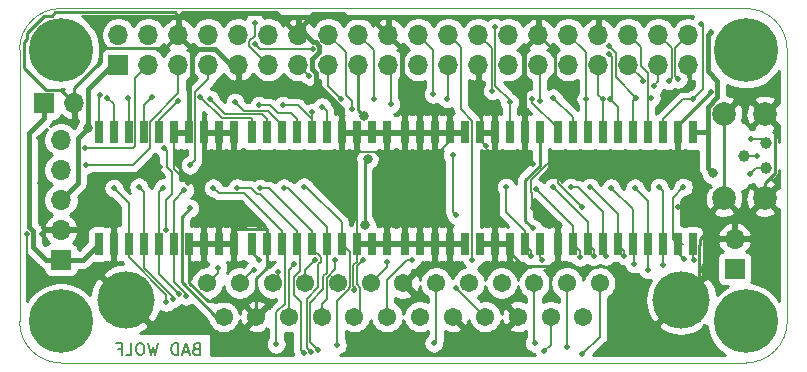
<source format=gbr>
%TF.GenerationSoftware,KiCad,Pcbnew,(5.1.9-16-g1737927814)-1*%
%TF.CreationDate,2021-11-14T21:42:26-06:00*%
%TF.ProjectId,rascsi_zero,72617363-7369-45f7-9a65-726f2e6b6963,rev?*%
%TF.SameCoordinates,PX59d60c0PY325aa00*%
%TF.FileFunction,Copper,L2,Bot*%
%TF.FilePolarity,Positive*%
%FSLAX46Y46*%
G04 Gerber Fmt 4.6, Leading zero omitted, Abs format (unit mm)*
G04 Created by KiCad (PCBNEW (5.1.9-16-g1737927814)-1) date 2021-11-14 21:42:26*
%MOMM*%
%LPD*%
G01*
G04 APERTURE LIST*
%TA.AperFunction,NonConductor*%
%ADD10C,0.150000*%
%TD*%
%TA.AperFunction,Profile*%
%ADD11C,0.050000*%
%TD*%
%TA.AperFunction,SMDPad,CuDef*%
%ADD12C,1.000000*%
%TD*%
%TA.AperFunction,ComponentPad*%
%ADD13C,2.000000*%
%TD*%
%TA.AperFunction,ComponentPad*%
%ADD14C,5.400000*%
%TD*%
%TA.AperFunction,ComponentPad*%
%ADD15O,1.700000X1.700000*%
%TD*%
%TA.AperFunction,ComponentPad*%
%ADD16R,1.700000X1.700000*%
%TD*%
%TA.AperFunction,ComponentPad*%
%ADD17C,4.845000*%
%TD*%
%TA.AperFunction,ComponentPad*%
%ADD18C,1.545000*%
%TD*%
%TA.AperFunction,SMDPad,CuDef*%
%ADD19R,0.650000X1.950000*%
%TD*%
%TA.AperFunction,ViaPad*%
%ADD20C,0.500000*%
%TD*%
%TA.AperFunction,ViaPad*%
%ADD21C,0.800000*%
%TD*%
%TA.AperFunction,Conductor*%
%ADD22C,0.400000*%
%TD*%
%TA.AperFunction,Conductor*%
%ADD23C,0.150000*%
%TD*%
%TA.AperFunction,Conductor*%
%ADD24C,0.250000*%
%TD*%
%TA.AperFunction,Conductor*%
%ADD25C,0.200000*%
%TD*%
%TA.AperFunction,Conductor*%
%ADD26C,0.254000*%
%TD*%
G04 APERTURE END LIST*
D10*
X95234666Y-18518571D02*
X95091809Y-18566190D01*
X95044190Y-18613809D01*
X94996571Y-18709047D01*
X94996571Y-18851904D01*
X95044190Y-18947142D01*
X95091809Y-18994761D01*
X95187047Y-19042380D01*
X95568000Y-19042380D01*
X95568000Y-18042380D01*
X95234666Y-18042380D01*
X95139428Y-18090000D01*
X95091809Y-18137619D01*
X95044190Y-18232857D01*
X95044190Y-18328095D01*
X95091809Y-18423333D01*
X95139428Y-18470952D01*
X95234666Y-18518571D01*
X95568000Y-18518571D01*
X94615619Y-18756666D02*
X94139428Y-18756666D01*
X94710857Y-19042380D02*
X94377523Y-18042380D01*
X94044190Y-19042380D01*
X93710857Y-19042380D02*
X93710857Y-18042380D01*
X93472761Y-18042380D01*
X93329904Y-18090000D01*
X93234666Y-18185238D01*
X93187047Y-18280476D01*
X93139428Y-18470952D01*
X93139428Y-18613809D01*
X93187047Y-18804285D01*
X93234666Y-18899523D01*
X93329904Y-18994761D01*
X93472761Y-19042380D01*
X93710857Y-19042380D01*
X92044190Y-18042380D02*
X91806095Y-19042380D01*
X91615619Y-18328095D01*
X91425142Y-19042380D01*
X91187047Y-18042380D01*
X90615619Y-18042380D02*
X90425142Y-18042380D01*
X90329904Y-18090000D01*
X90234666Y-18185238D01*
X90187047Y-18375714D01*
X90187047Y-18709047D01*
X90234666Y-18899523D01*
X90329904Y-18994761D01*
X90425142Y-19042380D01*
X90615619Y-19042380D01*
X90710857Y-18994761D01*
X90806095Y-18899523D01*
X90853714Y-18709047D01*
X90853714Y-18375714D01*
X90806095Y-18185238D01*
X90710857Y-18090000D01*
X90615619Y-18042380D01*
X89282285Y-19042380D02*
X89758476Y-19042380D01*
X89758476Y-18042380D01*
X88615619Y-18518571D02*
X88948952Y-18518571D01*
X88948952Y-19042380D02*
X88948952Y-18042380D01*
X88472761Y-18042380D01*
D11*
X83800000Y-19700000D02*
X141800000Y-19700000D01*
X83800000Y-19700000D02*
G75*
G02*
X80300000Y-16200000I0J3500000D01*
G01*
X145300000Y-16200000D02*
G75*
G02*
X141800000Y-19700000I-3500000J0D01*
G01*
X80300000Y6800000D02*
X80300000Y-16200000D01*
X145300000Y6800000D02*
X145300000Y-16200000D01*
X83800000Y10300000D02*
X141800000Y10300000D01*
X80300000Y6800000D02*
G75*
G02*
X83800000Y10300000I3500000J0D01*
G01*
X141800000Y10300000D02*
G75*
G02*
X145300000Y6800000I0J-3500000D01*
G01*
D12*
%TO.P,TP3,1*%
%TO.N,Net-(J3-Pad4)*%
X143510000Y-1125000D03*
%TD*%
%TO.P,TP2,1*%
%TO.N,Net-(J3-Pad3)*%
X141660000Y-2200000D03*
%TD*%
%TO.P,TP1,1*%
%TO.N,Net-(J3-Pad2)*%
X143510000Y-3225000D03*
%TD*%
D13*
%TO.P,J3,MH4*%
%TO.N,GND*%
X139950000Y-5775000D03*
%TO.P,J3,MH3*%
X139950000Y1375000D03*
%TO.P,J3,MH2*%
X143400000Y1375000D03*
%TO.P,J3,MH1*%
X143400000Y-5775000D03*
%TD*%
D14*
%TO.P,H4,1*%
%TO.N,N/C*%
X141800000Y-16200000D03*
%TD*%
%TO.P,H3,1*%
%TO.N,N/C*%
X83800000Y-16200000D03*
%TD*%
%TO.P,H2,1*%
%TO.N,N/C*%
X141800000Y6800000D03*
%TD*%
%TO.P,H1,1*%
%TO.N,N/C*%
X83800000Y6800000D03*
%TD*%
D15*
%TO.P,J2,2*%
%TO.N,GND*%
X140836000Y-9192000D03*
D16*
%TO.P,J2,1*%
%TO.N,EXT-ACT-LED*%
X140836000Y-11732000D03*
%TD*%
D15*
%TO.P,J1,40*%
%TO.N,PI-ACK*%
X136930000Y8070000D03*
%TO.P,J1,39*%
%TO.N,GND*%
X136930000Y5530000D03*
%TO.P,J1,38*%
%TO.N,PI-RST*%
X134390000Y8070000D03*
%TO.P,J1,37*%
%TO.N,PI-BSY*%
X134390000Y5530000D03*
%TO.P,J1,36*%
%TO.N,PI-D6*%
X131850000Y8070000D03*
%TO.P,J1,35*%
%TO.N,PI-ATN*%
X131850000Y5530000D03*
%TO.P,J1,34*%
%TO.N,GND*%
X129310000Y8070000D03*
%TO.P,J1,33*%
%TO.N,PI-D3*%
X129310000Y5530000D03*
%TO.P,J1,32*%
%TO.N,PI-D2*%
X126770000Y8070000D03*
%TO.P,J1,31*%
%TO.N,PI-IND*%
X126770000Y5530000D03*
%TO.P,J1,30*%
%TO.N,GND*%
X124230000Y8070000D03*
%TO.P,J1,29*%
%TO.N,DBG_LED*%
X124230000Y5530000D03*
%TO.P,J1,28*%
%TO.N,N/C*%
X121690000Y8070000D03*
%TO.P,J1,27*%
X121690000Y5530000D03*
%TO.P,J1,26*%
%TO.N,PI-TAD*%
X119150000Y8070000D03*
%TO.P,J1,25*%
%TO.N,GND*%
X119150000Y5530000D03*
%TO.P,J1,24*%
%TO.N,PI-DTD*%
X116610000Y8070000D03*
%TO.P,J1,23*%
%TO.N,PI-D1*%
X116610000Y5530000D03*
%TO.P,J1,22*%
%TO.N,PI-I_O*%
X114070000Y8070000D03*
%TO.P,J1,21*%
%TO.N,N/C*%
X114070000Y5530000D03*
%TO.P,J1,20*%
%TO.N,GND*%
X111530000Y8070000D03*
%TO.P,J1,19*%
%TO.N,PI-D0*%
X111530000Y5530000D03*
%TO.P,J1,18*%
%TO.N,PI-C_D*%
X108990000Y8070000D03*
%TO.P,J1,17*%
%TO.N,+3V3*%
X108990000Y5530000D03*
%TO.P,J1,16*%
%TO.N,PI-MSG*%
X106450000Y8070000D03*
%TO.P,J1,15*%
%TO.N,PI-REQ*%
X106450000Y5530000D03*
%TO.P,J1,14*%
%TO.N,GND*%
X103910000Y8070000D03*
%TO.P,J1,13*%
%TO.N,PI-SEL*%
X103910000Y5530000D03*
%TO.P,J1,12*%
%TO.N,PI-DP*%
X101370000Y8070000D03*
%TO.P,J1,11*%
%TO.N,PI-D7*%
X101370000Y5530000D03*
%TO.P,J1,10*%
%TO.N,PI-D5*%
X98830000Y8070000D03*
%TO.P,J1,9*%
%TO.N,GND*%
X98830000Y5530000D03*
%TO.P,J1,8*%
%TO.N,PI-D4*%
X96290000Y8070000D03*
%TO.P,J1,7*%
%TO.N,PI-ACT*%
X96290000Y5530000D03*
%TO.P,J1,6*%
%TO.N,GND*%
X93750000Y8070000D03*
%TO.P,J1,5*%
%TO.N,PI_SCL*%
X93750000Y5530000D03*
%TO.P,J1,4*%
%TO.N,+5V*%
X91210000Y8070000D03*
%TO.P,J1,3*%
%TO.N,PI_SDA*%
X91210000Y5530000D03*
%TO.P,J1,2*%
%TO.N,+5V*%
X88670000Y8070000D03*
D16*
%TO.P,J1,1*%
%TO.N,+3V3*%
X88670000Y5530000D03*
%TD*%
D17*
%TO.P,J6,MH2*%
%TO.N,GND*%
X89286320Y-14371200D03*
%TO.P,J6,MH1*%
X136326320Y-14371200D03*
D18*
%TO.P,J6,25*%
%TO.N,TERMPOW*%
X97571320Y-15791200D03*
%TO.P,J6,24*%
%TO.N,GND*%
X100341320Y-15791200D03*
%TO.P,J6,23*%
%TO.N,C-D4*%
X103111320Y-15791200D03*
%TO.P,J6,22*%
%TO.N,C-D2*%
X105881320Y-15791200D03*
%TO.P,J6,21*%
%TO.N,C-D1*%
X108651320Y-15791200D03*
%TO.P,J6,20*%
%TO.N,C-DP*%
X111421320Y-15791200D03*
%TO.P,J6,19*%
%TO.N,C-SEL*%
X114191320Y-15791200D03*
%TO.P,J6,18*%
%TO.N,GND*%
X116961320Y-15791200D03*
%TO.P,J6,17*%
%TO.N,C-ATN*%
X119731320Y-15791200D03*
%TO.P,J6,16*%
%TO.N,GND*%
X122501320Y-15791200D03*
%TO.P,J6,15*%
%TO.N,C-C_D*%
X125271320Y-15791200D03*
%TO.P,J6,14*%
%TO.N,GND*%
X128041320Y-15791200D03*
%TO.P,J6,13*%
%TO.N,C-D7*%
X96186320Y-12951200D03*
%TO.P,J6,12*%
%TO.N,C-D6*%
X98956320Y-12951200D03*
%TO.P,J6,11*%
%TO.N,C-D5*%
X101726320Y-12951200D03*
%TO.P,J6,10*%
%TO.N,C-D3*%
X104496320Y-12951200D03*
%TO.P,J6,9*%
%TO.N,GND*%
X107266320Y-12951200D03*
%TO.P,J6,8*%
%TO.N,C-D0*%
X110036320Y-12951200D03*
%TO.P,J6,7*%
%TO.N,GND*%
X112806320Y-12951200D03*
%TO.P,J6,6*%
%TO.N,C-BSY*%
X115576320Y-12951200D03*
%TO.P,J6,5*%
%TO.N,C-ACK*%
X118346320Y-12951200D03*
%TO.P,J6,4*%
%TO.N,C-RST*%
X121116320Y-12951200D03*
%TO.P,J6,3*%
%TO.N,C-I_O*%
X123886320Y-12951200D03*
%TO.P,J6,2*%
%TO.N,C-MSG*%
X126656320Y-12951200D03*
%TO.P,J6,1*%
%TO.N,C-REQ*%
X129426320Y-12951200D03*
%TD*%
D19*
%TO.P,IC3,20*%
%TO.N,+5V*%
X99956880Y-9638880D03*
%TO.P,IC3,19*%
%TO.N,GND*%
X101226880Y-9638880D03*
%TO.P,IC3,18*%
%TO.N,C-I_O*%
X102496880Y-9638880D03*
%TO.P,IC3,17*%
%TO.N,C-REQ*%
X103766880Y-9638880D03*
%TO.P,IC3,16*%
%TO.N,C-C_D*%
X105036880Y-9638880D03*
%TO.P,IC3,15*%
%TO.N,C-MSG*%
X106306880Y-9638880D03*
%TO.P,IC3,14*%
%TO.N,C-BSY*%
X107576880Y-9638880D03*
%TO.P,IC3,13*%
%TO.N,GND*%
X108846880Y-9638880D03*
%TO.P,IC3,12*%
X110116880Y-9638880D03*
%TO.P,IC3,11*%
X111386880Y-9638880D03*
%TO.P,IC3,10*%
X111386880Y-188880D03*
%TO.P,IC3,9*%
X110116880Y-188880D03*
%TO.P,IC3,8*%
X108846880Y-188880D03*
%TO.P,IC3,7*%
X107576880Y-188880D03*
%TO.P,IC3,6*%
%TO.N,PI-BSY*%
X106306880Y-188880D03*
%TO.P,IC3,5*%
%TO.N,PI-MSG*%
X105036880Y-188880D03*
%TO.P,IC3,4*%
%TO.N,PI-C_D*%
X103766880Y-188880D03*
%TO.P,IC3,3*%
%TO.N,PI-REQ*%
X102496880Y-188880D03*
%TO.P,IC3,2*%
%TO.N,PI-I_O*%
X101226880Y-188880D03*
%TO.P,IC3,1*%
%TO.N,PI-TAD*%
X99956880Y-188880D03*
%TD*%
%TO.P,IC4,20*%
%TO.N,+5V*%
X87002880Y-9638880D03*
%TO.P,IC4,19*%
%TO.N,GND*%
X88272880Y-9638880D03*
%TO.P,IC4,18*%
%TO.N,C-SEL*%
X89542880Y-9638880D03*
%TO.P,IC4,17*%
%TO.N,C-RST*%
X90812880Y-9638880D03*
%TO.P,IC4,16*%
%TO.N,C-ACK*%
X92082880Y-9638880D03*
%TO.P,IC4,15*%
%TO.N,C-ATN*%
X93352880Y-9638880D03*
%TO.P,IC4,14*%
%TO.N,GND*%
X94622880Y-9638880D03*
%TO.P,IC4,13*%
X95892880Y-9638880D03*
%TO.P,IC4,12*%
X97162880Y-9638880D03*
%TO.P,IC4,11*%
X98432880Y-9638880D03*
%TO.P,IC4,10*%
X98432880Y-188880D03*
%TO.P,IC4,9*%
X97162880Y-188880D03*
%TO.P,IC4,8*%
X95892880Y-188880D03*
%TO.P,IC4,7*%
X94622880Y-188880D03*
%TO.P,IC4,6*%
X93352880Y-188880D03*
%TO.P,IC4,5*%
%TO.N,PI-ATN*%
X92082880Y-188880D03*
%TO.P,IC4,4*%
%TO.N,PI-ACK*%
X90812880Y-188880D03*
%TO.P,IC4,3*%
%TO.N,PI-RST*%
X89542880Y-188880D03*
%TO.P,IC4,2*%
%TO.N,PI-SEL*%
X88272880Y-188880D03*
%TO.P,IC4,1*%
%TO.N,PI-IND*%
X87002880Y-188880D03*
%TD*%
%TO.P,IC2,20*%
%TO.N,+5V*%
X137294880Y-188880D03*
%TO.P,IC2,19*%
%TO.N,GND*%
X136024880Y-188880D03*
%TO.P,IC2,18*%
%TO.N,PI-D7*%
X134754880Y-188880D03*
%TO.P,IC2,17*%
%TO.N,PI-D6*%
X133484880Y-188880D03*
%TO.P,IC2,16*%
%TO.N,PI-D5*%
X132214880Y-188880D03*
%TO.P,IC2,15*%
%TO.N,PI-D4*%
X130944880Y-188880D03*
%TO.P,IC2,14*%
%TO.N,PI-D3*%
X129674880Y-188880D03*
%TO.P,IC2,13*%
%TO.N,PI-D2*%
X128404880Y-188880D03*
%TO.P,IC2,12*%
%TO.N,PI-D1*%
X127134880Y-188880D03*
%TO.P,IC2,11*%
%TO.N,PI-D0*%
X125864880Y-188880D03*
%TO.P,IC2,10*%
%TO.N,GND*%
X125864880Y-9638880D03*
%TO.P,IC2,9*%
%TO.N,C-D0*%
X127134880Y-9638880D03*
%TO.P,IC2,8*%
%TO.N,C-D1*%
X128404880Y-9638880D03*
%TO.P,IC2,7*%
%TO.N,C-D2*%
X129674880Y-9638880D03*
%TO.P,IC2,6*%
%TO.N,C-D3*%
X130944880Y-9638880D03*
%TO.P,IC2,5*%
%TO.N,C-D4*%
X132214880Y-9638880D03*
%TO.P,IC2,4*%
%TO.N,C-D5*%
X133484880Y-9638880D03*
%TO.P,IC2,3*%
%TO.N,C-D6*%
X134754880Y-9638880D03*
%TO.P,IC2,2*%
%TO.N,C-D7*%
X136024880Y-9638880D03*
%TO.P,IC2,1*%
%TO.N,PI-DTD*%
X137294880Y-9638880D03*
%TD*%
%TO.P,IC1,20*%
%TO.N,+5V*%
X124340880Y-188880D03*
%TO.P,IC1,19*%
%TO.N,GND*%
X123070880Y-188880D03*
%TO.P,IC1,18*%
%TO.N,PI-DP*%
X121800880Y-188880D03*
%TO.P,IC1,17*%
%TO.N,GND*%
X120530880Y-188880D03*
%TO.P,IC1,16*%
X119260880Y-188880D03*
%TO.P,IC1,15*%
X117990880Y-188880D03*
%TO.P,IC1,14*%
X116720880Y-188880D03*
%TO.P,IC1,13*%
X115450880Y-188880D03*
%TO.P,IC1,12*%
X114180880Y-188880D03*
%TO.P,IC1,11*%
X112910880Y-188880D03*
%TO.P,IC1,10*%
X112910880Y-9638880D03*
%TO.P,IC1,9*%
X114180880Y-9638880D03*
%TO.P,IC1,8*%
X115450880Y-9638880D03*
%TO.P,IC1,7*%
X116720880Y-9638880D03*
%TO.P,IC1,6*%
X117990880Y-9638880D03*
%TO.P,IC1,5*%
X119260880Y-9638880D03*
%TO.P,IC1,4*%
X120530880Y-9638880D03*
%TO.P,IC1,3*%
X121800880Y-9638880D03*
%TO.P,IC1,2*%
%TO.N,C-DP*%
X123070880Y-9638880D03*
%TO.P,IC1,1*%
%TO.N,PI-DTD*%
X124340880Y-9638880D03*
%TD*%
D15*
%TO.P,J7,2*%
%TO.N,GND*%
X84920000Y2280000D03*
D16*
%TO.P,J7,1*%
%TO.N,+5V*%
X82380000Y2280000D03*
%TD*%
D15*
%TO.P,J4,5*%
%TO.N,PI_SDA*%
X83810000Y-820000D03*
%TO.P,J4,4*%
%TO.N,PI_SCL*%
X83810000Y-3360000D03*
%TO.P,J4,3*%
%TO.N,+3V3*%
X83810000Y-5900000D03*
%TO.P,J4,2*%
%TO.N,GND*%
X83810000Y-8440000D03*
D16*
%TO.P,J4,1*%
%TO.N,+5V*%
X83810000Y-10980000D03*
%TD*%
D20*
%TO.N,GND*%
X108635240Y-13533656D03*
X113404000Y-4112000D03*
X111626000Y-2334000D03*
X126612000Y2746000D03*
X119754000Y-1318000D03*
X82162000Y-8811000D03*
X80892000Y-8811000D03*
X119754000Y-4874000D03*
X125088000Y-14145000D03*
X125850000Y-2842000D03*
X136046493Y-6532376D03*
X123803294Y-2827294D03*
X123744642Y-6630168D03*
X127941147Y-6533336D03*
X115817000Y-1826000D03*
X94555241Y-4516434D03*
X92195000Y-3096000D03*
X85845000Y-5255000D03*
X85845000Y-7414000D03*
X82035000Y-4493000D03*
X81908000Y-683000D03*
X81209500Y-13192500D03*
X138810000Y3250000D03*
D21*
%TO.N,+3V3*%
X86097001Y153201D03*
X109495195Y1221677D03*
D20*
X92717879Y-8449334D03*
X92517395Y-1524625D03*
%TO.N,+5V*%
X123736720Y-8287760D03*
X100582240Y-10980000D03*
D21*
X109510000Y-8000000D03*
D20*
X138804000Y8334000D03*
D21*
X109771058Y-2428010D03*
X139010000Y-3650000D03*
D20*
%TO.N,C-REQ*%
X98717720Y-4874000D03*
X127963280Y-18940520D03*
X104358245Y-18887630D03*
%TO.N,C-MSG*%
X102669960Y-4889240D03*
X126693280Y-18336000D03*
X105575463Y-18589890D03*
%TO.N,C-BSY*%
X115369960Y-18026120D03*
X107216560Y-18189947D03*
X104360000Y-4800000D03*
%TO.N,C-SEL*%
X88278320Y-4924800D03*
X92703648Y-14583074D03*
%TO.N,C-RST*%
X90391600Y-4797800D03*
X93261800Y-14297400D03*
%TO.N,C-ACK*%
X92474400Y-4868920D03*
X93767303Y-13883031D03*
%TO.N,C-ATN*%
X117260244Y-13327753D03*
X94369673Y-14057085D03*
X94268206Y-5074896D03*
%TO.N,C-DP*%
X121496440Y-4823200D03*
X123647416Y-10693658D03*
X113495440Y-10967303D03*
%TO.N,C-D0*%
X111427880Y-11178280D03*
X127720812Y-10770763D03*
X124016010Y-4978244D03*
%TO.N,C-D1*%
X125463920Y-4833360D03*
X109391812Y-10970668D03*
X128933560Y-10693658D03*
%TO.N,C-D2*%
X126972680Y-4818120D03*
X106998120Y-10970668D03*
X129985120Y-10685520D03*
%TO.N,C-D3*%
X128598280Y-4833360D03*
X131512879Y-10614545D03*
X105331567Y-10990881D03*
%TO.N,C-D4*%
X130371200Y-4868920D03*
X132337160Y-11335760D03*
X103581848Y-11362845D03*
%TO.N,C-D5*%
X132382880Y-4884160D03*
X133505560Y-11828520D03*
X102222086Y-12036032D03*
%TO.N,C-D6*%
X134445360Y-4818120D03*
X134800960Y-11442440D03*
X100174106Y-11841594D03*
%TO.N,C-D7*%
X136507840Y-4818120D03*
X97081960Y-11630400D03*
X136558640Y-10934440D03*
%TO.N,C-I_O*%
X96711120Y-4889240D03*
X123904360Y-18026120D03*
X102034960Y-18137880D03*
%TO.N,C-C_D*%
X100648120Y-4940040D03*
X124747640Y-18721970D03*
X104972560Y-18762086D03*
%TO.N,TERMPOW*%
X94731573Y-6612928D03*
%TO.N,PI-D7*%
X137315560Y2634240D03*
X137972990Y9009640D03*
X100196000Y9096000D03*
%TO.N,PI-D6*%
X133779308Y2744966D03*
%TO.N,PI-D5*%
X130200922Y7161099D03*
X132516793Y2751990D03*
X100196000Y7318000D03*
X105117343Y6871241D03*
%TO.N,PI-D4*%
X130291496Y2639430D03*
X130237743Y6485038D03*
%TO.N,PI-D3*%
X129664483Y2639430D03*
%TO.N,PI-D2*%
X128257999Y2603839D03*
%TO.N,PI-D1*%
X125494400Y2730760D03*
X116517103Y2640935D03*
%TO.N,PI-D0*%
X111727600Y2187200D03*
X123717488Y2640938D03*
%TO.N,PI-DP*%
X120571880Y8725160D03*
X121786000Y2363927D03*
%TO.N,PI-BSY*%
X105904438Y1982405D03*
X133986634Y3748986D03*
%TO.N,PI-MSG*%
X102593760Y2086912D03*
X105103847Y1530395D03*
X108487990Y1755510D03*
%TO.N,PI-C_D*%
X100587160Y2086912D03*
X110275179Y2620495D03*
%TO.N,PI-REQ*%
X98555160Y2363921D03*
X107529513Y2666605D03*
%TO.N,PI-I_O*%
X115331730Y3029917D03*
X96421291Y2640931D03*
%TO.N,PI-ATN*%
X133063618Y4186430D03*
X93752059Y2504661D03*
%TO.N,PI-ACK*%
X91534600Y2812040D03*
X136076040Y4305560D03*
%TO.N,PI-RST*%
X89461960Y2685040D03*
X135288640Y4183640D03*
%TO.N,PI-SEL*%
X87734760Y2735840D03*
X104851390Y4569786D03*
%TO.N,DBG_LED*%
X124326555Y2492002D03*
%TO.N,PI_SCL*%
X85956760Y-2958840D03*
%TO.N,PI_SDA*%
X85852089Y-1524630D03*
%TO.N,PI-ACT*%
X116960000Y-2080000D03*
X117258642Y-7204642D03*
X94737120Y-2966880D03*
%TO.N,PI-IND*%
X87109920Y2959360D03*
%TO.N,PI-TAD*%
X120324668Y3333211D03*
X95601891Y2821105D03*
%TO.N,PI-DTD*%
X118648884Y-10970670D03*
X124552793Y-10970669D03*
X137369871Y-10990320D03*
%TO.N,Net-(J3-Pad4)*%
X142210000Y-775000D03*
%TO.N,Net-(J3-Pad3)*%
X142760000Y-2175000D03*
%TO.N,Net-(J3-Pad2)*%
X142160000Y-3725000D03*
%TD*%
D22*
%TO.N,GND*%
X112707001Y6892999D02*
X112707001Y2112039D01*
X111530000Y8070000D02*
X112707001Y6892999D01*
X112910880Y1908160D02*
X112910880Y-188880D01*
X112707001Y2112039D02*
X112910880Y1908160D01*
X105428400Y3951714D02*
X105428400Y4809638D01*
X107576880Y1803234D02*
X105428400Y3951714D01*
X107576880Y-188880D02*
X107576880Y1803234D01*
X105428400Y4809638D02*
X105087001Y5151037D01*
D23*
X108846880Y-11123850D02*
X108846880Y-9638880D01*
X108567841Y-11402888D02*
X108846880Y-11123850D01*
X108635240Y-13533656D02*
X108784345Y-13384551D01*
X108784345Y-13384551D02*
X108567841Y-13168048D01*
X108567841Y-13168048D02*
X108567841Y-11402888D01*
D24*
X98434881Y-8411879D02*
X98432880Y-8413880D01*
X101224879Y-8411879D02*
X98434881Y-8411879D01*
X101226880Y-8413880D02*
X101224879Y-8411879D01*
X98432880Y-8413880D02*
X98432880Y-9638880D01*
X101226880Y-9638880D02*
X101226880Y-8413880D01*
X100341320Y-15791200D02*
X100341320Y-12551880D01*
X101226880Y-11666320D02*
X101226880Y-9638880D01*
X100341320Y-12551880D02*
X101226880Y-11666320D01*
X94622880Y-9638880D02*
X94622880Y-12904022D01*
X94622880Y-12904022D02*
X96224538Y-14505680D01*
X99055800Y-14505680D02*
X100341320Y-15791200D01*
X96224538Y-14505680D02*
X99055800Y-14505680D01*
D23*
X136024880Y-188880D02*
X136024880Y485040D01*
X94802001Y7017999D02*
X93750000Y8070000D01*
X113404000Y-4112000D02*
X111626000Y-2334000D01*
X111626000Y-2334000D02*
X111372000Y-2080000D01*
X111372000Y-203760D02*
X111386880Y-188880D01*
X111372000Y-2080000D02*
X111372000Y-203760D01*
D22*
X124230000Y8070000D02*
X123052999Y6892999D01*
X123052999Y6892999D02*
X123052999Y-170999D01*
X123052999Y-170999D02*
X123070880Y-188880D01*
D24*
X124230000Y8070000D02*
X125596000Y6704000D01*
X125596000Y3762000D02*
X126612000Y2746000D01*
X125596000Y6704000D02*
X125596000Y3762000D01*
X136024880Y-188880D02*
X136024880Y728880D01*
D22*
X111530000Y8070000D02*
X109996000Y9604000D01*
X107966160Y9604000D02*
X107712160Y9858000D01*
X109996000Y9604000D02*
X107966160Y9604000D01*
X104260000Y8930163D02*
X104260000Y8420000D01*
X104260000Y8420000D02*
X103910000Y8070000D01*
X105187837Y9858000D02*
X104260000Y8930163D01*
X107712160Y9858000D02*
X105187837Y9858000D01*
D23*
X103910000Y8070000D02*
X104778000Y8070000D01*
D22*
X104524000Y8070000D02*
X105145758Y7448242D01*
X105145758Y7448242D02*
X105394304Y7448242D01*
X103910000Y8070000D02*
X104524000Y8070000D01*
X105694344Y7148202D02*
X105694344Y6594280D01*
X105087001Y5986937D02*
X105087001Y5151037D01*
X105694344Y6594280D02*
X105087001Y5986937D01*
X105394304Y7448242D02*
X105694344Y7148202D01*
X102045021Y9934979D02*
X94176979Y9934979D01*
X103910000Y8070000D02*
X102045021Y9934979D01*
X93750000Y9508000D02*
X93750000Y8070000D01*
X94176979Y9934979D02*
X93750000Y9508000D01*
X94927001Y6892999D02*
X94927001Y4335001D01*
X94927001Y4335001D02*
X94622880Y4030880D01*
X98830000Y5530000D02*
X98174000Y5530000D01*
X94927001Y6892999D02*
X93750000Y8070000D01*
X96811001Y6892999D02*
X94927001Y6892999D01*
X98174000Y5530000D02*
X96811001Y6892999D01*
X129310000Y9254000D02*
X129310000Y8070000D01*
D25*
X119260880Y-824880D02*
X119754000Y-1318000D01*
X119260880Y-188880D02*
X119260880Y-824880D01*
D23*
X82533000Y-8440000D02*
X83810000Y-8440000D01*
X82162000Y-8811000D02*
X82533000Y-8440000D01*
X80892000Y-8811000D02*
X80892000Y-12875000D01*
X80892000Y-12875000D02*
X81209500Y-13192500D01*
D22*
X94622880Y4030880D02*
X94622880Y-188880D01*
X94622880Y-188880D02*
X93352880Y-188880D01*
D24*
X87496000Y6937000D02*
X92617000Y6937000D01*
X87115000Y5746038D02*
X87115000Y6556000D01*
X87115000Y6556000D02*
X87496000Y6937000D01*
X84920000Y3551038D02*
X87115000Y5746038D01*
X92617000Y6937000D02*
X93750000Y8070000D01*
X84920000Y2280000D02*
X84920000Y3551038D01*
X83817999Y3382001D02*
X82541999Y3382001D01*
X84920000Y2280000D02*
X83817999Y3382001D01*
X82541999Y3382001D02*
X80638000Y5286000D01*
X80909401Y7693142D02*
X80909401Y8224401D01*
X80638000Y7421741D02*
X80909401Y7693142D01*
X80638000Y5286000D02*
X80638000Y7421741D01*
X83015535Y9690602D02*
X83309933Y9985000D01*
X82375602Y9690602D02*
X83015535Y9690602D01*
X80909401Y8224401D02*
X82375602Y9690602D01*
X83309933Y9985000D02*
X93465000Y9985000D01*
X93750000Y9700000D02*
X93750000Y9508000D01*
X93465000Y9985000D02*
X93750000Y9700000D01*
X139770000Y-7416000D02*
X139691000Y-7416000D01*
X139691000Y-7416000D02*
X137915000Y-9192000D01*
X137915000Y-9192000D02*
X137915000Y-9700000D01*
X137871881Y-12825639D02*
X136326320Y-14371200D01*
X137871881Y-9743119D02*
X137871881Y-12825639D01*
X137915000Y-9700000D02*
X137871881Y-9743119D01*
X121800880Y-9638880D02*
X121800880Y-10349880D01*
X121800880Y-10349880D02*
X122929000Y-11478000D01*
X125864880Y-11209120D02*
X125864880Y-9638880D01*
X125596000Y-11478000D02*
X125864880Y-11209120D01*
X125215000Y-11478000D02*
X125215000Y-14018000D01*
X122929000Y-11478000D02*
X125215000Y-11478000D01*
X125215000Y-11478000D02*
X125596000Y-11478000D01*
X125215000Y-14018000D02*
X125088000Y-14145000D01*
D23*
X136046493Y-6532376D02*
X137287376Y-6532376D01*
X138171000Y-7416000D02*
X139770000Y-7416000D01*
X137287376Y-6532376D02*
X138171000Y-7416000D01*
X125850000Y-2842000D02*
X124961000Y-2842000D01*
D24*
X119754000Y-4874000D02*
X121800706Y-2827294D01*
X121800706Y-2827294D02*
X123803294Y-2827294D01*
D23*
X123564009Y-5195205D02*
X123691000Y-5322196D01*
X123564009Y-4238991D02*
X123564009Y-5195205D01*
X124961000Y-2842000D02*
X123564009Y-4238991D01*
X123691000Y-5322196D02*
X123691000Y-6576526D01*
X123691000Y-6576526D02*
X123744642Y-6630168D01*
X125850000Y-2842000D02*
X125850000Y-4442189D01*
X125850000Y-4442189D02*
X127941147Y-6533336D01*
X116720880Y-922120D02*
X115817000Y-1826000D01*
X116720880Y-188880D02*
X116720880Y-922120D01*
X110864000Y-2334000D02*
X110356000Y-1826000D01*
X110356000Y-1826000D02*
X107562000Y-1826000D01*
X107562000Y-203760D02*
X107576880Y-188880D01*
X107562000Y-1826000D02*
X107562000Y-203760D01*
X108846880Y-9638880D02*
X108846880Y-4507880D01*
X107576880Y-3237880D02*
X107576880Y-188880D01*
X108846880Y-4507880D02*
X107576880Y-3237880D01*
X93352880Y-188880D02*
X93352880Y-3314073D01*
X93352880Y-3314073D02*
X94555241Y-4516434D01*
D24*
X138810000Y3246240D02*
X138810000Y3250000D01*
X136024880Y461120D02*
X138810000Y3246240D01*
X136024880Y-188880D02*
X136024880Y461120D01*
X139950000Y-5775000D02*
X139950000Y1375000D01*
X144262001Y512999D02*
X143400000Y1375000D01*
X144262001Y-3585961D02*
X144262001Y512999D01*
X143400000Y-4447962D02*
X144262001Y-3585961D01*
X143400000Y-5775000D02*
X143400000Y-4447962D01*
D22*
%TO.N,+3V3*%
X88670000Y5530000D02*
X88121000Y5530000D01*
X88121000Y5530000D02*
X86097001Y3506001D01*
X86097001Y3506001D02*
X86097001Y153201D01*
D24*
X108990000Y5530000D02*
X108990000Y1726872D01*
X108990000Y1726872D02*
X109495195Y1221677D01*
D22*
X86097001Y153201D02*
X85275088Y-668712D01*
X85275088Y-668712D02*
X85275088Y-4434912D01*
X85275088Y-4434912D02*
X83810000Y-5900000D01*
D23*
X92517395Y-1524625D02*
X92767394Y-1774624D01*
X92767394Y-3120339D02*
X93211000Y-3563945D01*
X93211000Y-5382000D02*
X92717879Y-5875121D01*
X92767394Y-1774624D02*
X92767394Y-3120339D01*
X93211000Y-3563945D02*
X93211000Y-5382000D01*
X92717879Y-5875121D02*
X92717879Y-8449334D01*
D22*
%TO.N,+5V*%
X85661760Y-10980000D02*
X87002880Y-9638880D01*
X83810000Y-10980000D02*
X85661760Y-10980000D01*
D24*
X99956880Y-10354640D02*
X100582240Y-10980000D01*
X99956880Y-9638880D02*
X99956880Y-10354640D01*
D22*
X138554001Y5036001D02*
X138550000Y5032000D01*
X138554001Y8084001D02*
X138554001Y5036001D01*
X138804000Y8334000D02*
X138554001Y8084001D01*
X81469001Y-9889001D02*
X82560000Y-10980000D01*
X82560000Y-10980000D02*
X83810000Y-10980000D01*
X82380000Y1030000D02*
X81135840Y-214160D01*
X82380000Y2280000D02*
X82380000Y1030000D01*
X81469001Y-8534039D02*
X81469001Y-9889001D01*
X81135840Y-8200878D02*
X81469001Y-8534039D01*
X81135840Y-214160D02*
X81135840Y-8200878D01*
D24*
X124340880Y-188880D02*
X124340880Y-2999658D01*
X123109989Y-7661029D02*
X123736720Y-8287760D01*
X123109989Y-4230548D02*
X123109989Y-7661029D01*
X124340880Y-2999658D02*
X123109989Y-4230548D01*
X109510000Y-2689068D02*
X109771058Y-2428010D01*
X109510000Y-8000000D02*
X109510000Y-2689068D01*
D22*
X138554001Y-3194001D02*
X139010000Y-3650000D01*
X137294880Y-188880D02*
X138396120Y-188880D01*
X138554001Y-30999D02*
X138554001Y-3194001D01*
X138396120Y-188880D02*
X138554001Y-30999D01*
X139387002Y2773038D02*
X138554001Y1940037D01*
X138554001Y5036001D02*
X139387002Y4203000D01*
X139387002Y4203000D02*
X139387002Y2773038D01*
X138554001Y1940037D02*
X138554001Y-30999D01*
D23*
%TO.N,C-REQ*%
X99913116Y-4874000D02*
X98717720Y-4874000D01*
X103766880Y-9638880D02*
X103766880Y-8513880D01*
X100645042Y-5392042D02*
X100431158Y-5392042D01*
X103766880Y-8513880D02*
X100645042Y-5392042D01*
X100431158Y-5392042D02*
X99913116Y-4874000D01*
X129426320Y-12951200D02*
X129426320Y-17477480D01*
X129426320Y-17477480D02*
X127963280Y-18940520D01*
X104033849Y-9905849D02*
X104033849Y-11922591D01*
X104108246Y-14541886D02*
X104108246Y-18637631D01*
X103766880Y-9638880D02*
X104033849Y-9905849D01*
X103521819Y-13955459D02*
X104108246Y-14541886D01*
X104108246Y-18637631D02*
X104358245Y-18887630D01*
X103521819Y-12434621D02*
X103521819Y-13955459D01*
X104033849Y-11922591D02*
X103521819Y-12434621D01*
%TO.N,C-MSG*%
X106306880Y-8172607D02*
X103023513Y-4889240D01*
X103023513Y-4889240D02*
X102669960Y-4889240D01*
X106306880Y-9638880D02*
X106306880Y-8172607D01*
X126656320Y-18299040D02*
X126693280Y-18336000D01*
X126656320Y-12951200D02*
X126656320Y-18299040D01*
X106306880Y-12076626D02*
X106014809Y-12368697D01*
X106306880Y-9638880D02*
X106306880Y-12076626D01*
X106014809Y-12368697D02*
X106014808Y-13487472D01*
X104906819Y-17921246D02*
X105575463Y-18589890D01*
X104906819Y-14595461D02*
X104906819Y-17921246D01*
X106014808Y-13487472D02*
X104906819Y-14595461D01*
%TO.N,C-BSY*%
X107576880Y-7804800D02*
X104646080Y-4874000D01*
X107576880Y-9638880D02*
X107576880Y-7804800D01*
X115576320Y-12951200D02*
X115576320Y-17819760D01*
X115576320Y-17819760D02*
X115369960Y-18026120D01*
X107216560Y-18189947D02*
X107216560Y-14443222D01*
X108240821Y-13259113D02*
X108240821Y-10302821D01*
X108183239Y-13476543D02*
X108183239Y-13316695D01*
X108240821Y-10302821D02*
X107576880Y-9638880D01*
X107216560Y-14443222D02*
X108183239Y-13476543D01*
X108183239Y-13316695D02*
X108240821Y-13259113D01*
X104434000Y-4874000D02*
X104360000Y-4800000D01*
X104646080Y-4874000D02*
X104434000Y-4874000D01*
%TO.N,C-SEL*%
X89542880Y-6189360D02*
X88278320Y-4924800D01*
X89542880Y-9638880D02*
X89542880Y-6189360D01*
X89542880Y-9638880D02*
X89542880Y-10772704D01*
X89542880Y-10772704D02*
X92703648Y-13933472D01*
X92703648Y-13933472D02*
X92703648Y-14583074D01*
%TO.N,C-RST*%
X90812880Y-9638880D02*
X90812880Y-5219080D01*
X90812880Y-5219080D02*
X90391600Y-4797800D01*
X90812880Y-9638880D02*
X90812880Y-11650952D01*
X90812880Y-11650952D02*
X93261800Y-14099872D01*
X93261800Y-14099872D02*
X93261800Y-14297400D01*
%TO.N,C-ACK*%
X92082880Y-5260440D02*
X92474400Y-4868920D01*
X92082880Y-9638880D02*
X92082880Y-5260440D01*
X92082880Y-9638880D02*
X92082880Y-12198608D01*
X92082880Y-12198608D02*
X93767303Y-13883031D01*
%TO.N,C-ATN*%
X119723691Y-15791200D02*
X119731320Y-15791200D01*
X117260244Y-13327753D02*
X119723691Y-15791200D01*
X93352880Y-9638880D02*
X93352880Y-12823797D01*
X93352880Y-12823797D02*
X94369673Y-13840590D01*
X94369673Y-13840590D02*
X94369673Y-14057085D01*
X93352880Y-5990222D02*
X94268206Y-5074896D01*
X93352880Y-9638880D02*
X93352880Y-5990222D01*
%TO.N,C-DP*%
X123647416Y-10215416D02*
X123070880Y-9638880D01*
X123647416Y-10693658D02*
X123647416Y-10215416D01*
X111421320Y-12652310D02*
X113106327Y-10967303D01*
X111421320Y-15791200D02*
X111421320Y-12652310D01*
X113106327Y-10967303D02*
X113495440Y-10967303D01*
X123070880Y-8513880D02*
X121496440Y-6939440D01*
X123070880Y-9638880D02*
X123070880Y-8513880D01*
X121496440Y-6939440D02*
X121496440Y-4823200D01*
%TO.N,C-D0*%
X110036320Y-12951200D02*
X111427880Y-11559640D01*
X111427880Y-11559640D02*
X111427880Y-11178280D01*
X127720812Y-10224812D02*
X127134880Y-9638880D01*
X127720812Y-10770763D02*
X127720812Y-10224812D01*
X127134880Y-8097114D02*
X124016010Y-4978244D01*
X127134880Y-9638880D02*
X127134880Y-8097114D01*
%TO.N,C-D1*%
X128404880Y-9638880D02*
X128404880Y-7774320D01*
X128404880Y-7774320D02*
X125463920Y-4833360D01*
X128933560Y-10167560D02*
X128404880Y-9638880D01*
X128933560Y-10693658D02*
X128933560Y-10167560D01*
X108651320Y-15791200D02*
X109125517Y-15317003D01*
X109125517Y-13333973D02*
X108844851Y-13053307D01*
X108844851Y-13053307D02*
X108844851Y-11517629D01*
X109125517Y-15317003D02*
X109125517Y-13333973D01*
X108844851Y-11517629D02*
X109391812Y-10970668D01*
%TO.N,C-D2*%
X129674880Y-9638880D02*
X129674880Y-6931040D01*
X127561960Y-4818120D02*
X126972680Y-4818120D01*
X129674880Y-6931040D02*
X127561960Y-4818120D01*
X129985120Y-9949120D02*
X129674880Y-9638880D01*
X129985120Y-10685520D02*
X129985120Y-9949120D01*
X105881320Y-15791200D02*
X105881320Y-14698721D01*
X106291819Y-12483439D02*
X106998120Y-11777138D01*
X105881320Y-14698721D02*
X106291819Y-14288222D01*
X106291819Y-14288222D02*
X106291819Y-12483439D01*
X106998120Y-11777138D02*
X106998120Y-10970668D01*
%TO.N,C-D3*%
X130944880Y-9638880D02*
X130944880Y-7129160D01*
X128649080Y-4833360D02*
X128598280Y-4833360D01*
X130944880Y-7129160D02*
X128649080Y-4833360D01*
X131512879Y-10206879D02*
X130944880Y-9638880D01*
X131512879Y-10614545D02*
X131512879Y-10206879D01*
X104496320Y-12951200D02*
X104496320Y-11826128D01*
X104496320Y-11826128D02*
X105331567Y-10990881D01*
%TO.N,C-D4*%
X132214880Y-6712600D02*
X130371200Y-4868920D01*
X132214880Y-9638880D02*
X132214880Y-6712600D01*
X132337160Y-9761160D02*
X132214880Y-9638880D01*
X132337160Y-11335760D02*
X132337160Y-9761160D01*
X103111320Y-15791200D02*
X103111320Y-11833373D01*
X103111320Y-11833373D02*
X103581848Y-11362845D01*
%TO.N,C-D5*%
X133484880Y-9638880D02*
X133484880Y-5986160D01*
X133484880Y-5986160D02*
X132382880Y-4884160D01*
X133505560Y-9659560D02*
X133484880Y-9638880D01*
X133505560Y-11828520D02*
X133505560Y-9659560D01*
X101726320Y-12951200D02*
X102222086Y-12455434D01*
X102222086Y-12455434D02*
X102222086Y-12036032D01*
%TO.N,C-D6*%
X134754880Y-5127640D02*
X134445360Y-4818120D01*
X134754880Y-9638880D02*
X134754880Y-5127640D01*
X134800960Y-9684960D02*
X134754880Y-9638880D01*
X134800960Y-11442440D02*
X134800960Y-9684960D01*
X100065926Y-11841594D02*
X100174106Y-11841594D01*
X98956320Y-12951200D02*
X100065926Y-11841594D01*
%TO.N,C-D7*%
X97081960Y-12055560D02*
X97081960Y-11630400D01*
X96186320Y-12951200D02*
X97081960Y-12055560D01*
X136024880Y-10400680D02*
X136024880Y-9638880D01*
X136558640Y-10934440D02*
X136024880Y-10400680D01*
X136024880Y-9638880D02*
X136499880Y-9638880D01*
X136499880Y-9638880D02*
X136507840Y-9630920D01*
X136507840Y-4818120D02*
X135594483Y-5731477D01*
X135594483Y-5731477D02*
X135594483Y-9208483D01*
X135594483Y-9208483D02*
X136024880Y-9638880D01*
%TO.N,C-I_O*%
X102496880Y-9638880D02*
X102496880Y-8513880D01*
X102496880Y-8513880D02*
X99309002Y-5326002D01*
X99309002Y-5326002D02*
X97147882Y-5326002D01*
X97147882Y-5326002D02*
X96711120Y-4889240D01*
X123886320Y-18008080D02*
X123904360Y-18026120D01*
X123886320Y-12951200D02*
X123886320Y-18008080D01*
X102758151Y-14702107D02*
X102758151Y-9900151D01*
X102034960Y-18137880D02*
X102034960Y-15425298D01*
X102034960Y-15425298D02*
X102758151Y-14702107D01*
X102758151Y-9900151D02*
X102496880Y-9638880D01*
%TO.N,C-C_D*%
X101463040Y-4940040D02*
X100648120Y-4940040D01*
X105036880Y-8513880D02*
X101463040Y-4940040D01*
X105036880Y-9638880D02*
X105036880Y-8513880D01*
X125271320Y-15791200D02*
X125271320Y-18198290D01*
X125271320Y-18198290D02*
X124747640Y-18721970D01*
X105598429Y-13288579D02*
X104629809Y-14257199D01*
X105789071Y-11172617D02*
X105598429Y-11363259D01*
X105036880Y-10021740D02*
X105789071Y-10773931D01*
X105036880Y-9638880D02*
X105036880Y-10021740D01*
X104629809Y-18419335D02*
X104972560Y-18762086D01*
X104629809Y-14257199D02*
X104629809Y-18419335D01*
X105598429Y-11363259D02*
X105598429Y-13288579D01*
X105789071Y-10773931D02*
X105789071Y-11172617D01*
D24*
%TO.N,TERMPOW*%
X96976884Y-15791200D02*
X94022710Y-12837026D01*
X94022710Y-7321791D02*
X94731573Y-6612928D01*
X97571320Y-15791200D02*
X96976884Y-15791200D01*
X94022710Y-12837026D02*
X94022710Y-7321791D01*
D23*
%TO.N,PI-D7*%
X134754880Y-188880D02*
X134754880Y936120D01*
X134754880Y936120D02*
X136453000Y2634240D01*
X136453000Y2634240D02*
X137315560Y2634240D01*
X138143600Y3462280D02*
X138143600Y8839030D01*
X137315560Y2634240D02*
X138143600Y3462280D01*
X138143600Y8839030D02*
X137972990Y9009640D01*
X99743998Y7101038D02*
X101315036Y5530000D01*
X99743998Y7534962D02*
X99743998Y7101038D01*
X100196000Y9096000D02*
X100196000Y7986964D01*
X100196000Y7986964D02*
X99743998Y7534962D01*
X101315036Y5530000D02*
X101370000Y5530000D01*
%TO.N,PI-D6*%
X133484880Y-188880D02*
X133484880Y845720D01*
X132902001Y5461037D02*
X132902001Y7017999D01*
X133515628Y4847410D02*
X132902001Y5461037D01*
X132902001Y7017999D02*
X131850000Y8070000D01*
X133484880Y3907964D02*
X133515628Y3938712D01*
X133515628Y3938712D02*
X133515628Y4847410D01*
X133484880Y2852320D02*
X133484880Y3907964D01*
X133484880Y-188880D02*
X133484880Y2852320D01*
X133484880Y2852320D02*
X133592234Y2744966D01*
X133592234Y2744966D02*
X133779308Y2744966D01*
%TO.N,PI-D5*%
X132214880Y-188880D02*
X132214880Y2450077D01*
X130797999Y4470784D02*
X132516793Y2751990D01*
X130797999Y6564022D02*
X130797999Y4470784D01*
X132214880Y2450077D02*
X132516793Y2751990D01*
X130200922Y7161099D02*
X130797999Y6564022D01*
X100642759Y6871241D02*
X105117343Y6871241D01*
X100196000Y7318000D02*
X100642759Y6871241D01*
%TO.N,PI-D4*%
X130944880Y-188880D02*
X130944880Y1986046D01*
X130944880Y1986046D02*
X130291496Y2639430D01*
X130487742Y6235039D02*
X130237743Y6485038D01*
X130291496Y2639430D02*
X130487742Y2835676D01*
X130487742Y2835676D02*
X130487742Y6235039D01*
%TO.N,PI-D3*%
X129674880Y-188880D02*
X129674880Y2629033D01*
X129310000Y5530000D02*
X129310000Y2993913D01*
X129674880Y2629033D02*
X129664483Y2639430D01*
X129310000Y2993913D02*
X129664483Y2639430D01*
%TO.N,PI-D2*%
X128257999Y6582001D02*
X126770000Y8070000D01*
X128404880Y-188880D02*
X128257999Y-41999D01*
X128257999Y2603839D02*
X128257999Y6582001D01*
X128257999Y-41999D02*
X128257999Y2603839D01*
%TO.N,PI-D1*%
X127134880Y-188880D02*
X127134880Y1095360D01*
X125499480Y2730760D02*
X125494400Y2730760D01*
X127134880Y1095360D02*
X125499480Y2730760D01*
X116610000Y5530000D02*
X116610000Y2733832D01*
X116610000Y2733832D02*
X116517103Y2640935D01*
%TO.N,PI-D0*%
X111727600Y5332400D02*
X111530000Y5530000D01*
X111727600Y2187200D02*
X111727600Y5332400D01*
X125864880Y139993D02*
X123717488Y2287385D01*
X123717488Y2287385D02*
X123717488Y2640938D01*
X125864880Y-188880D02*
X125864880Y139993D01*
%TO.N,PI-DP*%
X120571880Y3754941D02*
X121800880Y2525941D01*
X120571880Y8725160D02*
X120571880Y3754941D01*
X121800880Y2525941D02*
X121800880Y-188880D01*
%TO.N,PI-BSY*%
X106306880Y-188880D02*
X106306880Y1633840D01*
X106306880Y1633840D02*
X105958315Y1982405D01*
X105958315Y1982405D02*
X105904438Y1982405D01*
X134390000Y5530000D02*
X134390000Y4152352D01*
X134390000Y4152352D02*
X133986634Y3748986D01*
%TO.N,PI-MSG*%
X103886088Y2086912D02*
X102593760Y2086912D01*
X105036880Y936120D02*
X103886088Y2086912D01*
X105036880Y-188880D02*
X105036880Y936120D01*
X105036880Y-188880D02*
X105036880Y1463428D01*
X105036880Y1463428D02*
X105103847Y1530395D01*
X107937999Y6582001D02*
X107937999Y3007167D01*
X106450000Y8070000D02*
X107937999Y6582001D01*
X108487990Y2457176D02*
X108487990Y1755510D01*
X107937999Y3007167D02*
X108487990Y2457176D01*
%TO.N,PI-C_D*%
X103766880Y-188880D02*
X103766880Y936120D01*
X103289980Y1413020D02*
X102167033Y1413020D01*
X101493141Y2086912D02*
X100587160Y2086912D01*
X102167033Y1413020D02*
X101493141Y2086912D01*
X103766880Y936120D02*
X103289980Y1413020D01*
X108990000Y8070000D02*
X110275179Y6784821D01*
X110275179Y6784821D02*
X110275179Y2620495D01*
%TO.N,PI-REQ*%
X99284171Y1634910D02*
X98555160Y2363921D01*
X102496880Y461120D02*
X101323090Y1634910D01*
X101323090Y1634910D02*
X99284171Y1634910D01*
X102496880Y-188880D02*
X102496880Y461120D01*
X106450000Y3746118D02*
X107529513Y2666605D01*
X106450000Y5530000D02*
X106450000Y3746118D01*
%TO.N,PI-I_O*%
X114070000Y8070000D02*
X115331730Y6808270D01*
X115331730Y6808270D02*
X115331730Y3029917D01*
X101226880Y-188880D02*
X101226880Y936120D01*
X97704323Y1357899D02*
X96421291Y2640931D01*
X101226880Y936120D02*
X100805101Y1357899D01*
X100805101Y1357899D02*
X97704323Y1357899D01*
%TO.N,PI-ATN*%
X133063618Y4316382D02*
X133063618Y4186430D01*
X131850000Y5530000D02*
X133063618Y4316382D01*
X92082880Y835482D02*
X93752059Y2504661D01*
X92082880Y-188880D02*
X92082880Y835482D01*
%TO.N,PI-ACK*%
X90812880Y2090320D02*
X91534600Y2812040D01*
X90812880Y-188880D02*
X90812880Y2090320D01*
X135826041Y6966041D02*
X136930000Y8070000D01*
X135826041Y4555559D02*
X135826041Y6966041D01*
X136076040Y4305560D02*
X135826041Y4555559D01*
%TO.N,PI-RST*%
X89542880Y2604120D02*
X89461960Y2685040D01*
X89542880Y-188880D02*
X89542880Y2604120D01*
X135538639Y6921361D02*
X134390000Y8070000D01*
X135538639Y4433639D02*
X135538639Y6921361D01*
X135288640Y4183640D02*
X135538639Y4433639D01*
%TO.N,PI-SEL*%
X88272880Y2197720D02*
X87734760Y2735840D01*
X88272880Y-188880D02*
X88272880Y2197720D01*
X104851390Y4588610D02*
X104851390Y4569786D01*
X103910000Y5530000D02*
X104851390Y4588610D01*
%TO.N,DBG_LED*%
X124326555Y5433445D02*
X124230000Y5530000D01*
X124326555Y2492002D02*
X124326555Y5433445D01*
%TO.N,PI_SCL*%
X93750000Y5530000D02*
X93750000Y3141842D01*
X93750000Y3141842D02*
X91339881Y731723D01*
X91339881Y731723D02*
X91339881Y-1522879D01*
X89903920Y-2958840D02*
X85956760Y-2958840D01*
X91339881Y-1522879D02*
X89903920Y-2958840D01*
%TO.N,PI_SDA*%
X89870732Y-1524630D02*
X85852089Y-1524630D01*
X90069881Y4389881D02*
X90069881Y-1325481D01*
X90069881Y-1325481D02*
X89870732Y-1524630D01*
X91210000Y5530000D02*
X90069881Y4389881D01*
%TO.N,PI-ACT*%
X116960000Y-6906000D02*
X116960000Y-2080000D01*
X116960000Y-6906000D02*
X117258642Y-7204642D01*
X96290000Y5530000D02*
X96290000Y4327919D01*
X95149881Y-2554119D02*
X94737120Y-2966880D01*
X95149881Y3187800D02*
X95149881Y-2554119D01*
X96290000Y4327919D02*
X95149881Y3187800D01*
%TO.N,PI-IND*%
X87002880Y2852320D02*
X87109920Y2959360D01*
X87002880Y-188880D02*
X87002880Y2852320D01*
X126770000Y5060590D02*
X126986057Y4844533D01*
X126770000Y5530000D02*
X126770000Y5060590D01*
%TO.N,PI-TAD*%
X119150000Y8070000D02*
X120294870Y6925130D01*
X120294870Y3363009D02*
X120324668Y3333211D01*
X120294870Y6925130D02*
X120294870Y3363009D01*
X97434875Y988121D02*
X95601891Y2821105D01*
X99904879Y988121D02*
X97434875Y988121D01*
X99956880Y936120D02*
X99904879Y988121D01*
X99956880Y-188880D02*
X99956880Y936120D01*
%TO.N,PI-DTD*%
X118648884Y816718D02*
X118648884Y-10970670D01*
X117662001Y1803601D02*
X118648884Y816718D01*
X117662001Y7017999D02*
X117662001Y1803601D01*
X116610000Y8070000D02*
X117662001Y7017999D01*
X124340880Y-10758756D02*
X124552793Y-10970669D01*
X124340880Y-9638880D02*
X124340880Y-10758756D01*
X137294880Y-10915329D02*
X137369871Y-10990320D01*
X137294880Y-9638880D02*
X137294880Y-10915329D01*
%TO.N,Net-(J3-Pad4)*%
X143160000Y-775000D02*
X143510000Y-1125000D01*
X142210000Y-775000D02*
X143160000Y-775000D01*
%TO.N,Net-(J3-Pad3)*%
X141685000Y-2175000D02*
X141660000Y-2200000D01*
X142760000Y-2175000D02*
X141685000Y-2175000D01*
%TO.N,Net-(J3-Pad2)*%
X142660000Y-3225000D02*
X143510000Y-3225000D01*
X142160000Y-3725000D02*
X142660000Y-3225000D01*
%TD*%
D26*
%TO.N,GND*%
X136151880Y-61880D02*
X136171880Y-61880D01*
X136171880Y-315880D01*
X136151880Y-315880D01*
X136151880Y-1640130D01*
X136310630Y-1798880D01*
X136349880Y-1801952D01*
X136474362Y-1789692D01*
X136594060Y-1753382D01*
X136659880Y-1718200D01*
X136725700Y-1753382D01*
X136845398Y-1789692D01*
X136969880Y-1801952D01*
X137619880Y-1801952D01*
X137719002Y-1792190D01*
X137719002Y-3152973D01*
X137714961Y-3194001D01*
X137731083Y-3357689D01*
X137778829Y-3515087D01*
X137855521Y-3658567D01*
X137856366Y-3660147D01*
X137960711Y-3787292D01*
X137986192Y-3808203D01*
X138014774Y-3951898D01*
X138092795Y-4140256D01*
X138206063Y-4309774D01*
X138350226Y-4453937D01*
X138519744Y-4567205D01*
X138708102Y-4645226D01*
X138749068Y-4653374D01*
X138698917Y-4703525D01*
X138814585Y-4819193D01*
X138550186Y-4914956D01*
X138409296Y-5204571D01*
X138327616Y-5516108D01*
X138308282Y-5837595D01*
X138352039Y-6156675D01*
X138457205Y-6461088D01*
X138550186Y-6635044D01*
X138814587Y-6730808D01*
X139770395Y-5775000D01*
X139756253Y-5760858D01*
X139935858Y-5581253D01*
X139950000Y-5595395D01*
X139964143Y-5581253D01*
X140143748Y-5760858D01*
X140129605Y-5775000D01*
X141085413Y-6730808D01*
X141349814Y-6635044D01*
X141490704Y-6345429D01*
X141572384Y-6033892D01*
X141584189Y-5837595D01*
X141758282Y-5837595D01*
X141802039Y-6156675D01*
X141907205Y-6461088D01*
X142000186Y-6635044D01*
X142264587Y-6730808D01*
X143220395Y-5775000D01*
X142264587Y-4819192D01*
X142000186Y-4914956D01*
X141859296Y-5204571D01*
X141777616Y-5516108D01*
X141758282Y-5837595D01*
X141584189Y-5837595D01*
X141591718Y-5712405D01*
X141547961Y-5393325D01*
X141460744Y-5140866D01*
X141550022Y-5123108D01*
X141724731Y-5050741D01*
X141881964Y-4945681D01*
X142015681Y-4811964D01*
X142120741Y-4654731D01*
X142139269Y-4610000D01*
X142247165Y-4610000D01*
X142418145Y-4575990D01*
X142475889Y-4552072D01*
X142444192Y-4639587D01*
X143400000Y-5595395D01*
X144355808Y-4639587D01*
X144260044Y-4375186D01*
X144002075Y-4249691D01*
X144047624Y-4230824D01*
X144233520Y-4106612D01*
X144391612Y-3948520D01*
X144515824Y-3762624D01*
X144601383Y-3556067D01*
X144640000Y-3361923D01*
X144640001Y-4857073D01*
X144535413Y-4819192D01*
X143579605Y-5775000D01*
X144535413Y-6730808D01*
X144640001Y-6692927D01*
X144640001Y-14447520D01*
X144390464Y-14074061D01*
X143925939Y-13609536D01*
X143379715Y-13244561D01*
X142772784Y-12993162D01*
X142242616Y-12887705D01*
X142275502Y-12826180D01*
X142311812Y-12706482D01*
X142324072Y-12582000D01*
X142324072Y-10882000D01*
X142311812Y-10757518D01*
X142275502Y-10637820D01*
X142216537Y-10527506D01*
X142137185Y-10430815D01*
X142040494Y-10351463D01*
X141930180Y-10292498D01*
X141849534Y-10268034D01*
X141933588Y-10192269D01*
X142107641Y-9958920D01*
X142232825Y-9696099D01*
X142277476Y-9548890D01*
X142156155Y-9319000D01*
X140963000Y-9319000D01*
X140963000Y-9339000D01*
X140709000Y-9339000D01*
X140709000Y-9319000D01*
X139515845Y-9319000D01*
X139394524Y-9548890D01*
X139439175Y-9696099D01*
X139564359Y-9958920D01*
X139738412Y-10192269D01*
X139822466Y-10268034D01*
X139741820Y-10292498D01*
X139631506Y-10351463D01*
X139534815Y-10430815D01*
X139455463Y-10527506D01*
X139396498Y-10637820D01*
X139360188Y-10757518D01*
X139347928Y-10882000D01*
X139347928Y-12582000D01*
X139360188Y-12706482D01*
X139396498Y-12826180D01*
X139455463Y-12936494D01*
X139534815Y-13033185D01*
X139631506Y-13112537D01*
X139741820Y-13171502D01*
X139861518Y-13207812D01*
X139986000Y-13220072D01*
X140279407Y-13220072D01*
X140220285Y-13244561D01*
X139674061Y-13609536D01*
X139354753Y-13928844D01*
X139338328Y-13765562D01*
X139162300Y-13189586D01*
X138884382Y-12669639D01*
X138474351Y-12402774D01*
X136505925Y-14371200D01*
X136520068Y-14385343D01*
X136340463Y-14564948D01*
X136326320Y-14550805D01*
X134357894Y-16519231D01*
X134624759Y-16929262D01*
X135156507Y-17212067D01*
X135733211Y-17385700D01*
X136332707Y-17443487D01*
X136931958Y-17383208D01*
X137507934Y-17207180D01*
X138027881Y-16929262D01*
X138294745Y-16519233D01*
X138408521Y-16633009D01*
X138472974Y-16568556D01*
X138593162Y-17172784D01*
X138844561Y-17779715D01*
X139209536Y-18325939D01*
X139674061Y-18790464D01*
X140047518Y-19040000D01*
X128867891Y-19040000D01*
X129903704Y-18004188D01*
X129930795Y-17981955D01*
X130019520Y-17873843D01*
X130085448Y-17750500D01*
X130126047Y-17616664D01*
X130136320Y-17512357D01*
X130136320Y-17512356D01*
X130139755Y-17477481D01*
X130136320Y-17442606D01*
X130136320Y-14169579D01*
X130323549Y-14044476D01*
X130519596Y-13848429D01*
X130673630Y-13617901D01*
X130779730Y-13361753D01*
X130833820Y-13089827D01*
X130833820Y-12812573D01*
X130779730Y-12540647D01*
X130673630Y-12284499D01*
X130519596Y-12053971D01*
X130323549Y-11857924D01*
X130093021Y-11703890D01*
X129836873Y-11597790D01*
X129564947Y-11543700D01*
X129287693Y-11543700D01*
X129015767Y-11597790D01*
X128759619Y-11703890D01*
X128529091Y-11857924D01*
X128333044Y-12053971D01*
X128179010Y-12284499D01*
X128072910Y-12540647D01*
X128041320Y-12699459D01*
X128009730Y-12540647D01*
X127903630Y-12284499D01*
X127749596Y-12053971D01*
X127553549Y-11857924D01*
X127323021Y-11703890D01*
X127066873Y-11597790D01*
X126794947Y-11543700D01*
X126517693Y-11543700D01*
X126245767Y-11597790D01*
X125989619Y-11703890D01*
X125759091Y-11857924D01*
X125563044Y-12053971D01*
X125409010Y-12284499D01*
X125302910Y-12540647D01*
X125271320Y-12699459D01*
X125239730Y-12540647D01*
X125133630Y-12284499D01*
X124979596Y-12053971D01*
X124783549Y-11857924D01*
X124748008Y-11834176D01*
X124810938Y-11821659D01*
X124971998Y-11754946D01*
X125116948Y-11658093D01*
X125240217Y-11534824D01*
X125337070Y-11389874D01*
X125401077Y-11235348D01*
X125415398Y-11239692D01*
X125539880Y-11251952D01*
X125579130Y-11248880D01*
X125737880Y-11090130D01*
X125737880Y-9765880D01*
X125717880Y-9765880D01*
X125717880Y-9511880D01*
X125737880Y-9511880D01*
X125737880Y-8187630D01*
X125579130Y-8028880D01*
X125539880Y-8025808D01*
X125415398Y-8038068D01*
X125295700Y-8074378D01*
X125185386Y-8133343D01*
X125102880Y-8201054D01*
X125020374Y-8133343D01*
X124910060Y-8074378D01*
X124790362Y-8038068D01*
X124665880Y-8025808D01*
X124586133Y-8025808D01*
X124520997Y-7868555D01*
X124424144Y-7723605D01*
X124300875Y-7600336D01*
X124155925Y-7503483D01*
X123994865Y-7436770D01*
X123952007Y-7428245D01*
X123869989Y-7346227D01*
X123869989Y-5851537D01*
X123888992Y-5855317D01*
X126106592Y-8072918D01*
X125991880Y-8187630D01*
X125991880Y-9511880D01*
X126011880Y-9511880D01*
X126011880Y-9765880D01*
X125991880Y-9765880D01*
X125991880Y-11090130D01*
X126150630Y-11248880D01*
X126189880Y-11251952D01*
X126314362Y-11239692D01*
X126434060Y-11203382D01*
X126499880Y-11168200D01*
X126565700Y-11203382D01*
X126685398Y-11239692D01*
X126809880Y-11251952D01*
X126977952Y-11251952D01*
X127033388Y-11334918D01*
X127156657Y-11458187D01*
X127301607Y-11555040D01*
X127462667Y-11621753D01*
X127633647Y-11655763D01*
X127807977Y-11655763D01*
X127978957Y-11621753D01*
X128140017Y-11555040D01*
X128284967Y-11458187D01*
X128365739Y-11377416D01*
X128369405Y-11381082D01*
X128514355Y-11477935D01*
X128675415Y-11544648D01*
X128846395Y-11578658D01*
X129020725Y-11578658D01*
X129191705Y-11544648D01*
X129352765Y-11477935D01*
X129465430Y-11402654D01*
X129565915Y-11469797D01*
X129726975Y-11536510D01*
X129897955Y-11570520D01*
X130072285Y-11570520D01*
X130243265Y-11536510D01*
X130404325Y-11469797D01*
X130549275Y-11372944D01*
X130670267Y-11251952D01*
X130898707Y-11251952D01*
X130948724Y-11301969D01*
X131093674Y-11398822D01*
X131254734Y-11465535D01*
X131425714Y-11499545D01*
X131467401Y-11499545D01*
X131486170Y-11593905D01*
X131552883Y-11754965D01*
X131649736Y-11899915D01*
X131773005Y-12023184D01*
X131917955Y-12120037D01*
X132079015Y-12186750D01*
X132249995Y-12220760D01*
X132424325Y-12220760D01*
X132595305Y-12186750D01*
X132681276Y-12151140D01*
X132721283Y-12247725D01*
X132818136Y-12392675D01*
X132941405Y-12515944D01*
X133086355Y-12612797D01*
X133247415Y-12679510D01*
X133418395Y-12713520D01*
X133592725Y-12713520D01*
X133762926Y-12679665D01*
X133485453Y-13201387D01*
X133311820Y-13778091D01*
X133254033Y-14377587D01*
X133314312Y-14976838D01*
X133490340Y-15552814D01*
X133768258Y-16072761D01*
X134178289Y-16339626D01*
X136146715Y-14371200D01*
X136132573Y-14357058D01*
X136312178Y-14177453D01*
X136326320Y-14191595D01*
X138294746Y-12223169D01*
X138027881Y-11813138D01*
X137862796Y-11725339D01*
X137934026Y-11677744D01*
X138057295Y-11554475D01*
X138154148Y-11409525D01*
X138220861Y-11248465D01*
X138254871Y-11077485D01*
X138254871Y-10903155D01*
X138231438Y-10785350D01*
X138245692Y-10738362D01*
X138257952Y-10613880D01*
X138257952Y-8835110D01*
X139394524Y-8835110D01*
X139515845Y-9065000D01*
X140709000Y-9065000D01*
X140709000Y-7871186D01*
X140963000Y-7871186D01*
X140963000Y-9065000D01*
X142156155Y-9065000D01*
X142277476Y-8835110D01*
X142232825Y-8687901D01*
X142107641Y-8425080D01*
X141933588Y-8191731D01*
X141717355Y-7996822D01*
X141467252Y-7847843D01*
X141192891Y-7750519D01*
X140963000Y-7871186D01*
X140709000Y-7871186D01*
X140479109Y-7750519D01*
X140204748Y-7847843D01*
X139954645Y-7996822D01*
X139738412Y-8191731D01*
X139564359Y-8425080D01*
X139439175Y-8687901D01*
X139394524Y-8835110D01*
X138257952Y-8835110D01*
X138257952Y-8663880D01*
X138245692Y-8539398D01*
X138209382Y-8419700D01*
X138150417Y-8309386D01*
X138071065Y-8212695D01*
X137974374Y-8133343D01*
X137864060Y-8074378D01*
X137744362Y-8038068D01*
X137619880Y-8025808D01*
X136969880Y-8025808D01*
X136845398Y-8038068D01*
X136725700Y-8074378D01*
X136659880Y-8109560D01*
X136594060Y-8074378D01*
X136474362Y-8038068D01*
X136349880Y-8025808D01*
X136304483Y-8025808D01*
X136304483Y-6910413D01*
X138994192Y-6910413D01*
X139089956Y-7174814D01*
X139379571Y-7315704D01*
X139691108Y-7397384D01*
X140012595Y-7416718D01*
X140331675Y-7372961D01*
X140636088Y-7267795D01*
X140810044Y-7174814D01*
X140905808Y-6910413D01*
X142444192Y-6910413D01*
X142539956Y-7174814D01*
X142829571Y-7315704D01*
X143141108Y-7397384D01*
X143462595Y-7416718D01*
X143781675Y-7372961D01*
X144086088Y-7267795D01*
X144260044Y-7174814D01*
X144355808Y-6910413D01*
X143400000Y-5954605D01*
X142444192Y-6910413D01*
X140905808Y-6910413D01*
X139950000Y-5954605D01*
X138994192Y-6910413D01*
X136304483Y-6910413D01*
X136304483Y-6025568D01*
X136634858Y-5695193D01*
X136765985Y-5669110D01*
X136927045Y-5602397D01*
X137071995Y-5505544D01*
X137195264Y-5382275D01*
X137292117Y-5237325D01*
X137358830Y-5076265D01*
X137392840Y-4905285D01*
X137392840Y-4730955D01*
X137358830Y-4559975D01*
X137292117Y-4398915D01*
X137195264Y-4253965D01*
X137071995Y-4130696D01*
X136927045Y-4033843D01*
X136765985Y-3967130D01*
X136595005Y-3933120D01*
X136420675Y-3933120D01*
X136249695Y-3967130D01*
X136088635Y-4033843D01*
X135943685Y-4130696D01*
X135820416Y-4253965D01*
X135723563Y-4398915D01*
X135656850Y-4559975D01*
X135630767Y-4691102D01*
X135426400Y-4895469D01*
X135414008Y-4854620D01*
X135348080Y-4731277D01*
X135324776Y-4702880D01*
X135296350Y-4559975D01*
X135229637Y-4398915D01*
X135132784Y-4253965D01*
X135009515Y-4130696D01*
X134864565Y-4033843D01*
X134703505Y-3967130D01*
X134532525Y-3933120D01*
X134358195Y-3933120D01*
X134187215Y-3967130D01*
X134026155Y-4033843D01*
X133881205Y-4130696D01*
X133757936Y-4253965D01*
X133661083Y-4398915D01*
X133594370Y-4559975D01*
X133560360Y-4730955D01*
X133560360Y-4905285D01*
X133594370Y-5076265D01*
X133605184Y-5102372D01*
X133259953Y-4757141D01*
X133233870Y-4626015D01*
X133167157Y-4464955D01*
X133070304Y-4320005D01*
X132947035Y-4196736D01*
X132802085Y-4099883D01*
X132641025Y-4033170D01*
X132470045Y-3999160D01*
X132295715Y-3999160D01*
X132124735Y-4033170D01*
X131963675Y-4099883D01*
X131818725Y-4196736D01*
X131695456Y-4320005D01*
X131598603Y-4464955D01*
X131531890Y-4626015D01*
X131497880Y-4796995D01*
X131497880Y-4971325D01*
X131502892Y-4996520D01*
X131248273Y-4741901D01*
X131222190Y-4610775D01*
X131155477Y-4449715D01*
X131058624Y-4304765D01*
X130935355Y-4181496D01*
X130790405Y-4084643D01*
X130629345Y-4017930D01*
X130458365Y-3983920D01*
X130284035Y-3983920D01*
X130113055Y-4017930D01*
X129951995Y-4084643D01*
X129807045Y-4181496D01*
X129683776Y-4304765D01*
X129586923Y-4449715D01*
X129520210Y-4610775D01*
X129505340Y-4685529D01*
X129462739Y-4642928D01*
X129449270Y-4575215D01*
X129382557Y-4414155D01*
X129285704Y-4269205D01*
X129162435Y-4145936D01*
X129017485Y-4049083D01*
X128856425Y-3982370D01*
X128685445Y-3948360D01*
X128511115Y-3948360D01*
X128340135Y-3982370D01*
X128179075Y-4049083D01*
X128034125Y-4145936D01*
X127956249Y-4223812D01*
X127834980Y-4158992D01*
X127701144Y-4118393D01*
X127596837Y-4108120D01*
X127596835Y-4108120D01*
X127561960Y-4104685D01*
X127527085Y-4108120D01*
X127503048Y-4108120D01*
X127391885Y-4033843D01*
X127230825Y-3967130D01*
X127059845Y-3933120D01*
X126885515Y-3933120D01*
X126714535Y-3967130D01*
X126553475Y-4033843D01*
X126408525Y-4130696D01*
X126285256Y-4253965D01*
X126213208Y-4361791D01*
X126151344Y-4269205D01*
X126028075Y-4145936D01*
X125883125Y-4049083D01*
X125722065Y-3982370D01*
X125551085Y-3948360D01*
X125376755Y-3948360D01*
X125205775Y-3982370D01*
X125044715Y-4049083D01*
X124899765Y-4145936D01*
X124776496Y-4269205D01*
X124689199Y-4399854D01*
X124580165Y-4290820D01*
X124435215Y-4193967D01*
X124284005Y-4131334D01*
X124851882Y-3563458D01*
X124880881Y-3539659D01*
X124975854Y-3423934D01*
X125046426Y-3291905D01*
X125089883Y-3148644D01*
X125100880Y-3036991D01*
X125100880Y-3036982D01*
X125104556Y-2999659D01*
X125100880Y-2962336D01*
X125100880Y-1628348D01*
X125102880Y-1626706D01*
X125185386Y-1694417D01*
X125295700Y-1753382D01*
X125415398Y-1789692D01*
X125539880Y-1801952D01*
X126189880Y-1801952D01*
X126314362Y-1789692D01*
X126434060Y-1753382D01*
X126499880Y-1718200D01*
X126565700Y-1753382D01*
X126685398Y-1789692D01*
X126809880Y-1801952D01*
X127459880Y-1801952D01*
X127584362Y-1789692D01*
X127704060Y-1753382D01*
X127769880Y-1718200D01*
X127835700Y-1753382D01*
X127955398Y-1789692D01*
X128079880Y-1801952D01*
X128729880Y-1801952D01*
X128854362Y-1789692D01*
X128974060Y-1753382D01*
X129039880Y-1718200D01*
X129105700Y-1753382D01*
X129225398Y-1789692D01*
X129349880Y-1801952D01*
X129999880Y-1801952D01*
X130124362Y-1789692D01*
X130244060Y-1753382D01*
X130309880Y-1718200D01*
X130375700Y-1753382D01*
X130495398Y-1789692D01*
X130619880Y-1801952D01*
X131269880Y-1801952D01*
X131394362Y-1789692D01*
X131514060Y-1753382D01*
X131579880Y-1718200D01*
X131645700Y-1753382D01*
X131765398Y-1789692D01*
X131889880Y-1801952D01*
X132539880Y-1801952D01*
X132664362Y-1789692D01*
X132784060Y-1753382D01*
X132849880Y-1718200D01*
X132915700Y-1753382D01*
X133035398Y-1789692D01*
X133159880Y-1801952D01*
X133809880Y-1801952D01*
X133934362Y-1789692D01*
X134054060Y-1753382D01*
X134119880Y-1718200D01*
X134185700Y-1753382D01*
X134305398Y-1789692D01*
X134429880Y-1801952D01*
X135079880Y-1801952D01*
X135204362Y-1789692D01*
X135324060Y-1753382D01*
X135389880Y-1718200D01*
X135455700Y-1753382D01*
X135575398Y-1789692D01*
X135699880Y-1801952D01*
X135739130Y-1798880D01*
X135897880Y-1640130D01*
X135897880Y-315880D01*
X135877880Y-315880D01*
X135877880Y-61880D01*
X135897880Y-61880D01*
X135897880Y-41880D01*
X136151880Y-41880D01*
X136151880Y-61880D01*
%TA.AperFunction,Conductor*%
D23*
G36*
X136151880Y-61880D02*
G01*
X136171880Y-61880D01*
X136171880Y-315880D01*
X136151880Y-315880D01*
X136151880Y-1640130D01*
X136310630Y-1798880D01*
X136349880Y-1801952D01*
X136474362Y-1789692D01*
X136594060Y-1753382D01*
X136659880Y-1718200D01*
X136725700Y-1753382D01*
X136845398Y-1789692D01*
X136969880Y-1801952D01*
X137619880Y-1801952D01*
X137719002Y-1792190D01*
X137719002Y-3152973D01*
X137714961Y-3194001D01*
X137731083Y-3357689D01*
X137778829Y-3515087D01*
X137855521Y-3658567D01*
X137856366Y-3660147D01*
X137960711Y-3787292D01*
X137986192Y-3808203D01*
X138014774Y-3951898D01*
X138092795Y-4140256D01*
X138206063Y-4309774D01*
X138350226Y-4453937D01*
X138519744Y-4567205D01*
X138708102Y-4645226D01*
X138749068Y-4653374D01*
X138698917Y-4703525D01*
X138814585Y-4819193D01*
X138550186Y-4914956D01*
X138409296Y-5204571D01*
X138327616Y-5516108D01*
X138308282Y-5837595D01*
X138352039Y-6156675D01*
X138457205Y-6461088D01*
X138550186Y-6635044D01*
X138814587Y-6730808D01*
X139770395Y-5775000D01*
X139756253Y-5760858D01*
X139935858Y-5581253D01*
X139950000Y-5595395D01*
X139964143Y-5581253D01*
X140143748Y-5760858D01*
X140129605Y-5775000D01*
X141085413Y-6730808D01*
X141349814Y-6635044D01*
X141490704Y-6345429D01*
X141572384Y-6033892D01*
X141584189Y-5837595D01*
X141758282Y-5837595D01*
X141802039Y-6156675D01*
X141907205Y-6461088D01*
X142000186Y-6635044D01*
X142264587Y-6730808D01*
X143220395Y-5775000D01*
X142264587Y-4819192D01*
X142000186Y-4914956D01*
X141859296Y-5204571D01*
X141777616Y-5516108D01*
X141758282Y-5837595D01*
X141584189Y-5837595D01*
X141591718Y-5712405D01*
X141547961Y-5393325D01*
X141460744Y-5140866D01*
X141550022Y-5123108D01*
X141724731Y-5050741D01*
X141881964Y-4945681D01*
X142015681Y-4811964D01*
X142120741Y-4654731D01*
X142139269Y-4610000D01*
X142247165Y-4610000D01*
X142418145Y-4575990D01*
X142475889Y-4552072D01*
X142444192Y-4639587D01*
X143400000Y-5595395D01*
X144355808Y-4639587D01*
X144260044Y-4375186D01*
X144002075Y-4249691D01*
X144047624Y-4230824D01*
X144233520Y-4106612D01*
X144391612Y-3948520D01*
X144515824Y-3762624D01*
X144601383Y-3556067D01*
X144640000Y-3361923D01*
X144640001Y-4857073D01*
X144535413Y-4819192D01*
X143579605Y-5775000D01*
X144535413Y-6730808D01*
X144640001Y-6692927D01*
X144640001Y-14447520D01*
X144390464Y-14074061D01*
X143925939Y-13609536D01*
X143379715Y-13244561D01*
X142772784Y-12993162D01*
X142242616Y-12887705D01*
X142275502Y-12826180D01*
X142311812Y-12706482D01*
X142324072Y-12582000D01*
X142324072Y-10882000D01*
X142311812Y-10757518D01*
X142275502Y-10637820D01*
X142216537Y-10527506D01*
X142137185Y-10430815D01*
X142040494Y-10351463D01*
X141930180Y-10292498D01*
X141849534Y-10268034D01*
X141933588Y-10192269D01*
X142107641Y-9958920D01*
X142232825Y-9696099D01*
X142277476Y-9548890D01*
X142156155Y-9319000D01*
X140963000Y-9319000D01*
X140963000Y-9339000D01*
X140709000Y-9339000D01*
X140709000Y-9319000D01*
X139515845Y-9319000D01*
X139394524Y-9548890D01*
X139439175Y-9696099D01*
X139564359Y-9958920D01*
X139738412Y-10192269D01*
X139822466Y-10268034D01*
X139741820Y-10292498D01*
X139631506Y-10351463D01*
X139534815Y-10430815D01*
X139455463Y-10527506D01*
X139396498Y-10637820D01*
X139360188Y-10757518D01*
X139347928Y-10882000D01*
X139347928Y-12582000D01*
X139360188Y-12706482D01*
X139396498Y-12826180D01*
X139455463Y-12936494D01*
X139534815Y-13033185D01*
X139631506Y-13112537D01*
X139741820Y-13171502D01*
X139861518Y-13207812D01*
X139986000Y-13220072D01*
X140279407Y-13220072D01*
X140220285Y-13244561D01*
X139674061Y-13609536D01*
X139354753Y-13928844D01*
X139338328Y-13765562D01*
X139162300Y-13189586D01*
X138884382Y-12669639D01*
X138474351Y-12402774D01*
X136505925Y-14371200D01*
X136520068Y-14385343D01*
X136340463Y-14564948D01*
X136326320Y-14550805D01*
X134357894Y-16519231D01*
X134624759Y-16929262D01*
X135156507Y-17212067D01*
X135733211Y-17385700D01*
X136332707Y-17443487D01*
X136931958Y-17383208D01*
X137507934Y-17207180D01*
X138027881Y-16929262D01*
X138294745Y-16519233D01*
X138408521Y-16633009D01*
X138472974Y-16568556D01*
X138593162Y-17172784D01*
X138844561Y-17779715D01*
X139209536Y-18325939D01*
X139674061Y-18790464D01*
X140047518Y-19040000D01*
X128867891Y-19040000D01*
X129903704Y-18004188D01*
X129930795Y-17981955D01*
X130019520Y-17873843D01*
X130085448Y-17750500D01*
X130126047Y-17616664D01*
X130136320Y-17512357D01*
X130136320Y-17512356D01*
X130139755Y-17477481D01*
X130136320Y-17442606D01*
X130136320Y-14169579D01*
X130323549Y-14044476D01*
X130519596Y-13848429D01*
X130673630Y-13617901D01*
X130779730Y-13361753D01*
X130833820Y-13089827D01*
X130833820Y-12812573D01*
X130779730Y-12540647D01*
X130673630Y-12284499D01*
X130519596Y-12053971D01*
X130323549Y-11857924D01*
X130093021Y-11703890D01*
X129836873Y-11597790D01*
X129564947Y-11543700D01*
X129287693Y-11543700D01*
X129015767Y-11597790D01*
X128759619Y-11703890D01*
X128529091Y-11857924D01*
X128333044Y-12053971D01*
X128179010Y-12284499D01*
X128072910Y-12540647D01*
X128041320Y-12699459D01*
X128009730Y-12540647D01*
X127903630Y-12284499D01*
X127749596Y-12053971D01*
X127553549Y-11857924D01*
X127323021Y-11703890D01*
X127066873Y-11597790D01*
X126794947Y-11543700D01*
X126517693Y-11543700D01*
X126245767Y-11597790D01*
X125989619Y-11703890D01*
X125759091Y-11857924D01*
X125563044Y-12053971D01*
X125409010Y-12284499D01*
X125302910Y-12540647D01*
X125271320Y-12699459D01*
X125239730Y-12540647D01*
X125133630Y-12284499D01*
X124979596Y-12053971D01*
X124783549Y-11857924D01*
X124748008Y-11834176D01*
X124810938Y-11821659D01*
X124971998Y-11754946D01*
X125116948Y-11658093D01*
X125240217Y-11534824D01*
X125337070Y-11389874D01*
X125401077Y-11235348D01*
X125415398Y-11239692D01*
X125539880Y-11251952D01*
X125579130Y-11248880D01*
X125737880Y-11090130D01*
X125737880Y-9765880D01*
X125717880Y-9765880D01*
X125717880Y-9511880D01*
X125737880Y-9511880D01*
X125737880Y-8187630D01*
X125579130Y-8028880D01*
X125539880Y-8025808D01*
X125415398Y-8038068D01*
X125295700Y-8074378D01*
X125185386Y-8133343D01*
X125102880Y-8201054D01*
X125020374Y-8133343D01*
X124910060Y-8074378D01*
X124790362Y-8038068D01*
X124665880Y-8025808D01*
X124586133Y-8025808D01*
X124520997Y-7868555D01*
X124424144Y-7723605D01*
X124300875Y-7600336D01*
X124155925Y-7503483D01*
X123994865Y-7436770D01*
X123952007Y-7428245D01*
X123869989Y-7346227D01*
X123869989Y-5851537D01*
X123888992Y-5855317D01*
X126106592Y-8072918D01*
X125991880Y-8187630D01*
X125991880Y-9511880D01*
X126011880Y-9511880D01*
X126011880Y-9765880D01*
X125991880Y-9765880D01*
X125991880Y-11090130D01*
X126150630Y-11248880D01*
X126189880Y-11251952D01*
X126314362Y-11239692D01*
X126434060Y-11203382D01*
X126499880Y-11168200D01*
X126565700Y-11203382D01*
X126685398Y-11239692D01*
X126809880Y-11251952D01*
X126977952Y-11251952D01*
X127033388Y-11334918D01*
X127156657Y-11458187D01*
X127301607Y-11555040D01*
X127462667Y-11621753D01*
X127633647Y-11655763D01*
X127807977Y-11655763D01*
X127978957Y-11621753D01*
X128140017Y-11555040D01*
X128284967Y-11458187D01*
X128365739Y-11377416D01*
X128369405Y-11381082D01*
X128514355Y-11477935D01*
X128675415Y-11544648D01*
X128846395Y-11578658D01*
X129020725Y-11578658D01*
X129191705Y-11544648D01*
X129352765Y-11477935D01*
X129465430Y-11402654D01*
X129565915Y-11469797D01*
X129726975Y-11536510D01*
X129897955Y-11570520D01*
X130072285Y-11570520D01*
X130243265Y-11536510D01*
X130404325Y-11469797D01*
X130549275Y-11372944D01*
X130670267Y-11251952D01*
X130898707Y-11251952D01*
X130948724Y-11301969D01*
X131093674Y-11398822D01*
X131254734Y-11465535D01*
X131425714Y-11499545D01*
X131467401Y-11499545D01*
X131486170Y-11593905D01*
X131552883Y-11754965D01*
X131649736Y-11899915D01*
X131773005Y-12023184D01*
X131917955Y-12120037D01*
X132079015Y-12186750D01*
X132249995Y-12220760D01*
X132424325Y-12220760D01*
X132595305Y-12186750D01*
X132681276Y-12151140D01*
X132721283Y-12247725D01*
X132818136Y-12392675D01*
X132941405Y-12515944D01*
X133086355Y-12612797D01*
X133247415Y-12679510D01*
X133418395Y-12713520D01*
X133592725Y-12713520D01*
X133762926Y-12679665D01*
X133485453Y-13201387D01*
X133311820Y-13778091D01*
X133254033Y-14377587D01*
X133314312Y-14976838D01*
X133490340Y-15552814D01*
X133768258Y-16072761D01*
X134178289Y-16339626D01*
X136146715Y-14371200D01*
X136132573Y-14357058D01*
X136312178Y-14177453D01*
X136326320Y-14191595D01*
X138294746Y-12223169D01*
X138027881Y-11813138D01*
X137862796Y-11725339D01*
X137934026Y-11677744D01*
X138057295Y-11554475D01*
X138154148Y-11409525D01*
X138220861Y-11248465D01*
X138254871Y-11077485D01*
X138254871Y-10903155D01*
X138231438Y-10785350D01*
X138245692Y-10738362D01*
X138257952Y-10613880D01*
X138257952Y-8835110D01*
X139394524Y-8835110D01*
X139515845Y-9065000D01*
X140709000Y-9065000D01*
X140709000Y-7871186D01*
X140963000Y-7871186D01*
X140963000Y-9065000D01*
X142156155Y-9065000D01*
X142277476Y-8835110D01*
X142232825Y-8687901D01*
X142107641Y-8425080D01*
X141933588Y-8191731D01*
X141717355Y-7996822D01*
X141467252Y-7847843D01*
X141192891Y-7750519D01*
X140963000Y-7871186D01*
X140709000Y-7871186D01*
X140479109Y-7750519D01*
X140204748Y-7847843D01*
X139954645Y-7996822D01*
X139738412Y-8191731D01*
X139564359Y-8425080D01*
X139439175Y-8687901D01*
X139394524Y-8835110D01*
X138257952Y-8835110D01*
X138257952Y-8663880D01*
X138245692Y-8539398D01*
X138209382Y-8419700D01*
X138150417Y-8309386D01*
X138071065Y-8212695D01*
X137974374Y-8133343D01*
X137864060Y-8074378D01*
X137744362Y-8038068D01*
X137619880Y-8025808D01*
X136969880Y-8025808D01*
X136845398Y-8038068D01*
X136725700Y-8074378D01*
X136659880Y-8109560D01*
X136594060Y-8074378D01*
X136474362Y-8038068D01*
X136349880Y-8025808D01*
X136304483Y-8025808D01*
X136304483Y-6910413D01*
X138994192Y-6910413D01*
X139089956Y-7174814D01*
X139379571Y-7315704D01*
X139691108Y-7397384D01*
X140012595Y-7416718D01*
X140331675Y-7372961D01*
X140636088Y-7267795D01*
X140810044Y-7174814D01*
X140905808Y-6910413D01*
X142444192Y-6910413D01*
X142539956Y-7174814D01*
X142829571Y-7315704D01*
X143141108Y-7397384D01*
X143462595Y-7416718D01*
X143781675Y-7372961D01*
X144086088Y-7267795D01*
X144260044Y-7174814D01*
X144355808Y-6910413D01*
X143400000Y-5954605D01*
X142444192Y-6910413D01*
X140905808Y-6910413D01*
X139950000Y-5954605D01*
X138994192Y-6910413D01*
X136304483Y-6910413D01*
X136304483Y-6025568D01*
X136634858Y-5695193D01*
X136765985Y-5669110D01*
X136927045Y-5602397D01*
X137071995Y-5505544D01*
X137195264Y-5382275D01*
X137292117Y-5237325D01*
X137358830Y-5076265D01*
X137392840Y-4905285D01*
X137392840Y-4730955D01*
X137358830Y-4559975D01*
X137292117Y-4398915D01*
X137195264Y-4253965D01*
X137071995Y-4130696D01*
X136927045Y-4033843D01*
X136765985Y-3967130D01*
X136595005Y-3933120D01*
X136420675Y-3933120D01*
X136249695Y-3967130D01*
X136088635Y-4033843D01*
X135943685Y-4130696D01*
X135820416Y-4253965D01*
X135723563Y-4398915D01*
X135656850Y-4559975D01*
X135630767Y-4691102D01*
X135426400Y-4895469D01*
X135414008Y-4854620D01*
X135348080Y-4731277D01*
X135324776Y-4702880D01*
X135296350Y-4559975D01*
X135229637Y-4398915D01*
X135132784Y-4253965D01*
X135009515Y-4130696D01*
X134864565Y-4033843D01*
X134703505Y-3967130D01*
X134532525Y-3933120D01*
X134358195Y-3933120D01*
X134187215Y-3967130D01*
X134026155Y-4033843D01*
X133881205Y-4130696D01*
X133757936Y-4253965D01*
X133661083Y-4398915D01*
X133594370Y-4559975D01*
X133560360Y-4730955D01*
X133560360Y-4905285D01*
X133594370Y-5076265D01*
X133605184Y-5102372D01*
X133259953Y-4757141D01*
X133233870Y-4626015D01*
X133167157Y-4464955D01*
X133070304Y-4320005D01*
X132947035Y-4196736D01*
X132802085Y-4099883D01*
X132641025Y-4033170D01*
X132470045Y-3999160D01*
X132295715Y-3999160D01*
X132124735Y-4033170D01*
X131963675Y-4099883D01*
X131818725Y-4196736D01*
X131695456Y-4320005D01*
X131598603Y-4464955D01*
X131531890Y-4626015D01*
X131497880Y-4796995D01*
X131497880Y-4971325D01*
X131502892Y-4996520D01*
X131248273Y-4741901D01*
X131222190Y-4610775D01*
X131155477Y-4449715D01*
X131058624Y-4304765D01*
X130935355Y-4181496D01*
X130790405Y-4084643D01*
X130629345Y-4017930D01*
X130458365Y-3983920D01*
X130284035Y-3983920D01*
X130113055Y-4017930D01*
X129951995Y-4084643D01*
X129807045Y-4181496D01*
X129683776Y-4304765D01*
X129586923Y-4449715D01*
X129520210Y-4610775D01*
X129505340Y-4685529D01*
X129462739Y-4642928D01*
X129449270Y-4575215D01*
X129382557Y-4414155D01*
X129285704Y-4269205D01*
X129162435Y-4145936D01*
X129017485Y-4049083D01*
X128856425Y-3982370D01*
X128685445Y-3948360D01*
X128511115Y-3948360D01*
X128340135Y-3982370D01*
X128179075Y-4049083D01*
X128034125Y-4145936D01*
X127956249Y-4223812D01*
X127834980Y-4158992D01*
X127701144Y-4118393D01*
X127596837Y-4108120D01*
X127596835Y-4108120D01*
X127561960Y-4104685D01*
X127527085Y-4108120D01*
X127503048Y-4108120D01*
X127391885Y-4033843D01*
X127230825Y-3967130D01*
X127059845Y-3933120D01*
X126885515Y-3933120D01*
X126714535Y-3967130D01*
X126553475Y-4033843D01*
X126408525Y-4130696D01*
X126285256Y-4253965D01*
X126213208Y-4361791D01*
X126151344Y-4269205D01*
X126028075Y-4145936D01*
X125883125Y-4049083D01*
X125722065Y-3982370D01*
X125551085Y-3948360D01*
X125376755Y-3948360D01*
X125205775Y-3982370D01*
X125044715Y-4049083D01*
X124899765Y-4145936D01*
X124776496Y-4269205D01*
X124689199Y-4399854D01*
X124580165Y-4290820D01*
X124435215Y-4193967D01*
X124284005Y-4131334D01*
X124851882Y-3563458D01*
X124880881Y-3539659D01*
X124975854Y-3423934D01*
X125046426Y-3291905D01*
X125089883Y-3148644D01*
X125100880Y-3036991D01*
X125100880Y-3036982D01*
X125104556Y-2999659D01*
X125100880Y-2962336D01*
X125100880Y-1628348D01*
X125102880Y-1626706D01*
X125185386Y-1694417D01*
X125295700Y-1753382D01*
X125415398Y-1789692D01*
X125539880Y-1801952D01*
X126189880Y-1801952D01*
X126314362Y-1789692D01*
X126434060Y-1753382D01*
X126499880Y-1718200D01*
X126565700Y-1753382D01*
X126685398Y-1789692D01*
X126809880Y-1801952D01*
X127459880Y-1801952D01*
X127584362Y-1789692D01*
X127704060Y-1753382D01*
X127769880Y-1718200D01*
X127835700Y-1753382D01*
X127955398Y-1789692D01*
X128079880Y-1801952D01*
X128729880Y-1801952D01*
X128854362Y-1789692D01*
X128974060Y-1753382D01*
X129039880Y-1718200D01*
X129105700Y-1753382D01*
X129225398Y-1789692D01*
X129349880Y-1801952D01*
X129999880Y-1801952D01*
X130124362Y-1789692D01*
X130244060Y-1753382D01*
X130309880Y-1718200D01*
X130375700Y-1753382D01*
X130495398Y-1789692D01*
X130619880Y-1801952D01*
X131269880Y-1801952D01*
X131394362Y-1789692D01*
X131514060Y-1753382D01*
X131579880Y-1718200D01*
X131645700Y-1753382D01*
X131765398Y-1789692D01*
X131889880Y-1801952D01*
X132539880Y-1801952D01*
X132664362Y-1789692D01*
X132784060Y-1753382D01*
X132849880Y-1718200D01*
X132915700Y-1753382D01*
X133035398Y-1789692D01*
X133159880Y-1801952D01*
X133809880Y-1801952D01*
X133934362Y-1789692D01*
X134054060Y-1753382D01*
X134119880Y-1718200D01*
X134185700Y-1753382D01*
X134305398Y-1789692D01*
X134429880Y-1801952D01*
X135079880Y-1801952D01*
X135204362Y-1789692D01*
X135324060Y-1753382D01*
X135389880Y-1718200D01*
X135455700Y-1753382D01*
X135575398Y-1789692D01*
X135699880Y-1801952D01*
X135739130Y-1798880D01*
X135897880Y-1640130D01*
X135897880Y-315880D01*
X135877880Y-315880D01*
X135877880Y-61880D01*
X135897880Y-61880D01*
X135897880Y-41880D01*
X136151880Y-41880D01*
X136151880Y-61880D01*
G37*
%TD.AperFunction*%
D26*
X82494010Y-116589D02*
X82382068Y-386842D01*
X82325000Y-673740D01*
X82325000Y-966260D01*
X82382068Y-1253158D01*
X82494010Y-1523411D01*
X82656525Y-1766632D01*
X82863368Y-1973475D01*
X83037760Y-2090000D01*
X82863368Y-2206525D01*
X82656525Y-2413368D01*
X82494010Y-2656589D01*
X82382068Y-2926842D01*
X82325000Y-3213740D01*
X82325000Y-3506260D01*
X82382068Y-3793158D01*
X82494010Y-4063411D01*
X82656525Y-4306632D01*
X82863368Y-4513475D01*
X83037760Y-4630000D01*
X82863368Y-4746525D01*
X82656525Y-4953368D01*
X82494010Y-5196589D01*
X82382068Y-5466842D01*
X82325000Y-5753740D01*
X82325000Y-6046260D01*
X82382068Y-6333158D01*
X82494010Y-6603411D01*
X82656525Y-6846632D01*
X82863368Y-7053475D01*
X83045534Y-7175195D01*
X82928645Y-7244822D01*
X82712412Y-7439731D01*
X82538359Y-7673080D01*
X82413175Y-7935901D01*
X82368524Y-8083110D01*
X82489845Y-8313000D01*
X83683000Y-8313000D01*
X83683000Y-8293000D01*
X83937000Y-8293000D01*
X83937000Y-8313000D01*
X85130155Y-8313000D01*
X85251476Y-8083110D01*
X85206825Y-7935901D01*
X85081641Y-7673080D01*
X84907588Y-7439731D01*
X84691355Y-7244822D01*
X84574466Y-7175195D01*
X84756632Y-7053475D01*
X84963475Y-6846632D01*
X85125990Y-6603411D01*
X85237932Y-6333158D01*
X85295000Y-6046260D01*
X85295000Y-5753740D01*
X85268807Y-5622060D01*
X85836514Y-5054353D01*
X85868379Y-5028203D01*
X85972724Y-4901058D01*
X86050260Y-4755999D01*
X86098006Y-4598601D01*
X86110088Y-4475931D01*
X86110088Y-4475921D01*
X86114127Y-4434913D01*
X86110088Y-4393905D01*
X86110088Y-3830679D01*
X86214905Y-3809830D01*
X86375965Y-3743117D01*
X86487128Y-3668840D01*
X89869045Y-3668840D01*
X89903920Y-3672275D01*
X89938795Y-3668840D01*
X89938797Y-3668840D01*
X90043104Y-3658567D01*
X90176940Y-3617968D01*
X90300283Y-3552040D01*
X90408395Y-3463315D01*
X90430632Y-3436219D01*
X91809183Y-2057668D01*
X91829971Y-2088780D01*
X91953240Y-2212049D01*
X92057394Y-2281643D01*
X92057395Y-3085455D01*
X92053959Y-3120339D01*
X92067668Y-3259523D01*
X92108266Y-3393358D01*
X92145659Y-3463315D01*
X92174195Y-3516702D01*
X92262920Y-3624814D01*
X92290011Y-3647047D01*
X92501000Y-3858036D01*
X92501000Y-3983920D01*
X92387235Y-3983920D01*
X92216255Y-4017930D01*
X92055195Y-4084643D01*
X91910245Y-4181496D01*
X91786976Y-4304765D01*
X91690123Y-4449715D01*
X91623410Y-4610775D01*
X91597676Y-4740151D01*
X91578406Y-4755965D01*
X91556173Y-4783056D01*
X91489681Y-4864077D01*
X91458934Y-4921600D01*
X91406080Y-4822717D01*
X91317355Y-4714605D01*
X91290254Y-4692364D01*
X91268673Y-4670783D01*
X91242590Y-4539655D01*
X91175877Y-4378595D01*
X91079024Y-4233645D01*
X90955755Y-4110376D01*
X90810805Y-4013523D01*
X90649745Y-3946810D01*
X90478765Y-3912800D01*
X90304435Y-3912800D01*
X90133455Y-3946810D01*
X89972395Y-4013523D01*
X89827445Y-4110376D01*
X89704176Y-4233645D01*
X89607323Y-4378595D01*
X89540610Y-4539655D01*
X89506600Y-4710635D01*
X89506600Y-4884965D01*
X89540610Y-5055945D01*
X89607323Y-5217005D01*
X89673185Y-5315574D01*
X89155393Y-4797782D01*
X89129310Y-4666655D01*
X89062597Y-4505595D01*
X88965744Y-4360645D01*
X88842475Y-4237376D01*
X88697525Y-4140523D01*
X88536465Y-4073810D01*
X88365485Y-4039800D01*
X88191155Y-4039800D01*
X88020175Y-4073810D01*
X87859115Y-4140523D01*
X87714165Y-4237376D01*
X87590896Y-4360645D01*
X87494043Y-4505595D01*
X87427330Y-4666655D01*
X87393320Y-4837635D01*
X87393320Y-5011965D01*
X87427330Y-5182945D01*
X87494043Y-5344005D01*
X87590896Y-5488955D01*
X87714165Y-5612224D01*
X87859115Y-5709077D01*
X88020175Y-5775790D01*
X88151302Y-5801873D01*
X88832881Y-6483452D01*
X88832880Y-8071593D01*
X88722362Y-8038068D01*
X88597880Y-8025808D01*
X88558630Y-8028880D01*
X88399880Y-8187630D01*
X88399880Y-9511880D01*
X88419880Y-9511880D01*
X88419880Y-9765880D01*
X88399880Y-9765880D01*
X88399880Y-11090130D01*
X88558630Y-11248880D01*
X88597880Y-11251952D01*
X88722362Y-11239692D01*
X88842060Y-11203382D01*
X88907880Y-11168200D01*
X88973700Y-11203382D01*
X88979216Y-11205055D01*
X89038406Y-11277179D01*
X89065497Y-11299412D01*
X89084642Y-11318557D01*
X88680682Y-11359192D01*
X88104706Y-11535220D01*
X87584759Y-11813138D01*
X87317894Y-12223169D01*
X89286320Y-14191595D01*
X89300463Y-14177453D01*
X89480068Y-14357058D01*
X89465925Y-14371200D01*
X91434351Y-16339626D01*
X91844382Y-16072761D01*
X92127187Y-15541013D01*
X92197053Y-15308959D01*
X92284443Y-15367351D01*
X92445503Y-15434064D01*
X92616483Y-15468074D01*
X92790813Y-15468074D01*
X92961793Y-15434064D01*
X93122853Y-15367351D01*
X93267803Y-15270498D01*
X93357623Y-15180678D01*
X93519945Y-15148390D01*
X93681005Y-15081677D01*
X93825955Y-14984824D01*
X93949224Y-14861555D01*
X93960061Y-14845336D01*
X94111528Y-14908075D01*
X94282508Y-14942085D01*
X94456838Y-14942085D01*
X94627818Y-14908075D01*
X94788878Y-14841362D01*
X94886809Y-14775926D01*
X96194389Y-16083507D01*
X96217910Y-16201753D01*
X96324010Y-16457901D01*
X96478044Y-16688429D01*
X96674091Y-16884476D01*
X96904619Y-17038510D01*
X97160767Y-17144610D01*
X97432693Y-17198700D01*
X97709947Y-17198700D01*
X97981873Y-17144610D01*
X98238021Y-17038510D01*
X98468549Y-16884476D01*
X98664596Y-16688429D01*
X98818630Y-16457901D01*
X98924730Y-16201753D01*
X98956042Y-16044338D01*
X98969933Y-16136988D01*
X99063744Y-16397888D01*
X99127093Y-16516407D01*
X99368256Y-16584659D01*
X100161715Y-15791200D01*
X99368256Y-14997741D01*
X99127093Y-15065993D01*
X99008943Y-15316811D01*
X98955086Y-15533254D01*
X98924730Y-15380647D01*
X98818630Y-15124499D01*
X98664596Y-14893971D01*
X98588761Y-14818136D01*
X99547861Y-14818136D01*
X100341320Y-15611595D01*
X101134779Y-14818136D01*
X101066527Y-14576973D01*
X100815709Y-14458823D01*
X100546660Y-14391876D01*
X100269720Y-14378704D01*
X99995532Y-14419813D01*
X99734632Y-14513624D01*
X99616113Y-14576973D01*
X99547861Y-14818136D01*
X98588761Y-14818136D01*
X98468549Y-14697924D01*
X98238021Y-14543890D01*
X97981873Y-14437790D01*
X97709947Y-14383700D01*
X97432693Y-14383700D01*
X97160767Y-14437790D01*
X96904619Y-14543890D01*
X96844528Y-14584042D01*
X96570368Y-14309882D01*
X96596873Y-14304610D01*
X96853021Y-14198510D01*
X97083549Y-14044476D01*
X97279596Y-13848429D01*
X97433630Y-13617901D01*
X97539730Y-13361753D01*
X97571320Y-13202941D01*
X97602910Y-13361753D01*
X97709010Y-13617901D01*
X97863044Y-13848429D01*
X98059091Y-14044476D01*
X98289619Y-14198510D01*
X98545767Y-14304610D01*
X98817693Y-14358700D01*
X99094947Y-14358700D01*
X99366873Y-14304610D01*
X99623021Y-14198510D01*
X99853549Y-14044476D01*
X100049596Y-13848429D01*
X100203630Y-13617901D01*
X100309730Y-13361753D01*
X100341320Y-13202941D01*
X100372910Y-13361753D01*
X100479010Y-13617901D01*
X100633044Y-13848429D01*
X100829091Y-14044476D01*
X101059619Y-14198510D01*
X101315767Y-14304610D01*
X101587693Y-14358700D01*
X101864947Y-14358700D01*
X102048151Y-14322258D01*
X102048151Y-14408016D01*
X101557577Y-14898590D01*
X101530486Y-14920823D01*
X101508253Y-14947914D01*
X101441761Y-15028935D01*
X101439507Y-15033152D01*
X101314384Y-14997741D01*
X100520925Y-15791200D01*
X100535068Y-15805343D01*
X100355463Y-15984948D01*
X100341320Y-15970805D01*
X99547861Y-16764264D01*
X99616113Y-17005427D01*
X99866931Y-17123577D01*
X100135980Y-17190524D01*
X100412920Y-17203696D01*
X100687108Y-17162587D01*
X100948008Y-17068776D01*
X101066527Y-17005427D01*
X101134778Y-16764266D01*
X101251150Y-16880638D01*
X101324961Y-16806827D01*
X101324960Y-17607512D01*
X101250683Y-17718675D01*
X101183970Y-17879735D01*
X101149960Y-18050715D01*
X101149960Y-18225045D01*
X101183970Y-18396025D01*
X101250683Y-18557085D01*
X101347536Y-18702035D01*
X101470805Y-18825304D01*
X101615755Y-18922157D01*
X101776815Y-18988870D01*
X101947795Y-19022880D01*
X102122125Y-19022880D01*
X102293105Y-18988870D01*
X102454165Y-18922157D01*
X102599115Y-18825304D01*
X102722384Y-18702035D01*
X102819237Y-18557085D01*
X102885950Y-18396025D01*
X102919960Y-18225045D01*
X102919960Y-18050715D01*
X102885950Y-17879735D01*
X102819237Y-17718675D01*
X102744960Y-17607512D01*
X102744960Y-17153401D01*
X102972693Y-17198700D01*
X103249947Y-17198700D01*
X103398247Y-17169201D01*
X103398247Y-18602746D01*
X103394811Y-18637631D01*
X103408520Y-18776815D01*
X103449118Y-18910650D01*
X103473245Y-18955788D01*
X103473245Y-18974795D01*
X103486215Y-19040000D01*
X96516095Y-19040000D01*
X96516095Y-17197500D01*
X90486044Y-17197500D01*
X90987881Y-16929262D01*
X91254746Y-16519231D01*
X89286320Y-14550805D01*
X89272178Y-14564948D01*
X89092573Y-14385343D01*
X89106715Y-14371200D01*
X87138289Y-12402774D01*
X86728258Y-12669639D01*
X86445453Y-13201387D01*
X86271820Y-13778091D01*
X86256230Y-13939827D01*
X85925939Y-13609536D01*
X85379715Y-13244561D01*
X84772784Y-12993162D01*
X84128469Y-12865000D01*
X83471531Y-12865000D01*
X82827216Y-12993162D01*
X82220285Y-13244561D01*
X81674061Y-13609536D01*
X81209536Y-14074061D01*
X80960000Y-14447518D01*
X80960000Y-10560867D01*
X81940563Y-11541432D01*
X81966709Y-11573291D01*
X81998568Y-11599437D01*
X81998570Y-11599439D01*
X82081411Y-11667424D01*
X82093854Y-11677636D01*
X82238913Y-11755172D01*
X82321928Y-11780354D01*
X82321928Y-11830000D01*
X82334188Y-11954482D01*
X82370498Y-12074180D01*
X82429463Y-12184494D01*
X82508815Y-12281185D01*
X82605506Y-12360537D01*
X82715820Y-12419502D01*
X82835518Y-12455812D01*
X82960000Y-12468072D01*
X84660000Y-12468072D01*
X84784482Y-12455812D01*
X84904180Y-12419502D01*
X85014494Y-12360537D01*
X85111185Y-12281185D01*
X85190537Y-12184494D01*
X85249502Y-12074180D01*
X85285812Y-11954482D01*
X85298072Y-11830000D01*
X85298072Y-11815000D01*
X85620742Y-11815000D01*
X85661760Y-11819040D01*
X85702778Y-11815000D01*
X85702779Y-11815000D01*
X85825449Y-11802918D01*
X85982847Y-11755172D01*
X86127906Y-11677636D01*
X86255051Y-11573291D01*
X86281206Y-11541421D01*
X86580287Y-11242340D01*
X86677880Y-11251952D01*
X87327880Y-11251952D01*
X87452362Y-11239692D01*
X87572060Y-11203382D01*
X87637880Y-11168200D01*
X87703700Y-11203382D01*
X87823398Y-11239692D01*
X87947880Y-11251952D01*
X87987130Y-11248880D01*
X88145880Y-11090130D01*
X88145880Y-9765880D01*
X88125880Y-9765880D01*
X88125880Y-9511880D01*
X88145880Y-9511880D01*
X88145880Y-8187630D01*
X87987130Y-8028880D01*
X87947880Y-8025808D01*
X87823398Y-8038068D01*
X87703700Y-8074378D01*
X87637880Y-8109560D01*
X87572060Y-8074378D01*
X87452362Y-8038068D01*
X87327880Y-8025808D01*
X86677880Y-8025808D01*
X86553398Y-8038068D01*
X86433700Y-8074378D01*
X86323386Y-8133343D01*
X86226695Y-8212695D01*
X86147343Y-8309386D01*
X86088378Y-8419700D01*
X86052068Y-8539398D01*
X86039808Y-8663880D01*
X86039808Y-9421084D01*
X85315893Y-10145000D01*
X85298072Y-10145000D01*
X85298072Y-10130000D01*
X85285812Y-10005518D01*
X85249502Y-9885820D01*
X85190537Y-9775506D01*
X85111185Y-9678815D01*
X85014494Y-9599463D01*
X84904180Y-9540498D01*
X84823534Y-9516034D01*
X84907588Y-9440269D01*
X85081641Y-9206920D01*
X85206825Y-8944099D01*
X85251476Y-8796890D01*
X85130155Y-8567000D01*
X83937000Y-8567000D01*
X83937000Y-8587000D01*
X83683000Y-8587000D01*
X83683000Y-8567000D01*
X82489845Y-8567000D01*
X82368524Y-8796890D01*
X82413175Y-8944099D01*
X82538359Y-9206920D01*
X82712412Y-9440269D01*
X82796466Y-9516034D01*
X82715820Y-9540498D01*
X82605506Y-9599463D01*
X82508815Y-9678815D01*
X82477653Y-9716786D01*
X82304001Y-9543134D01*
X82304001Y-8575057D01*
X82308041Y-8534039D01*
X82291919Y-8370350D01*
X82244173Y-8212952D01*
X82237872Y-8201163D01*
X82166637Y-8067893D01*
X82062292Y-7940748D01*
X82030428Y-7914598D01*
X81970840Y-7855010D01*
X81970840Y-560027D01*
X82654561Y123692D01*
X82494010Y-116589D01*
%TA.AperFunction,Conductor*%
D23*
G36*
X82494010Y-116589D02*
G01*
X82382068Y-386842D01*
X82325000Y-673740D01*
X82325000Y-966260D01*
X82382068Y-1253158D01*
X82494010Y-1523411D01*
X82656525Y-1766632D01*
X82863368Y-1973475D01*
X83037760Y-2090000D01*
X82863368Y-2206525D01*
X82656525Y-2413368D01*
X82494010Y-2656589D01*
X82382068Y-2926842D01*
X82325000Y-3213740D01*
X82325000Y-3506260D01*
X82382068Y-3793158D01*
X82494010Y-4063411D01*
X82656525Y-4306632D01*
X82863368Y-4513475D01*
X83037760Y-4630000D01*
X82863368Y-4746525D01*
X82656525Y-4953368D01*
X82494010Y-5196589D01*
X82382068Y-5466842D01*
X82325000Y-5753740D01*
X82325000Y-6046260D01*
X82382068Y-6333158D01*
X82494010Y-6603411D01*
X82656525Y-6846632D01*
X82863368Y-7053475D01*
X83045534Y-7175195D01*
X82928645Y-7244822D01*
X82712412Y-7439731D01*
X82538359Y-7673080D01*
X82413175Y-7935901D01*
X82368524Y-8083110D01*
X82489845Y-8313000D01*
X83683000Y-8313000D01*
X83683000Y-8293000D01*
X83937000Y-8293000D01*
X83937000Y-8313000D01*
X85130155Y-8313000D01*
X85251476Y-8083110D01*
X85206825Y-7935901D01*
X85081641Y-7673080D01*
X84907588Y-7439731D01*
X84691355Y-7244822D01*
X84574466Y-7175195D01*
X84756632Y-7053475D01*
X84963475Y-6846632D01*
X85125990Y-6603411D01*
X85237932Y-6333158D01*
X85295000Y-6046260D01*
X85295000Y-5753740D01*
X85268807Y-5622060D01*
X85836514Y-5054353D01*
X85868379Y-5028203D01*
X85972724Y-4901058D01*
X86050260Y-4755999D01*
X86098006Y-4598601D01*
X86110088Y-4475931D01*
X86110088Y-4475921D01*
X86114127Y-4434913D01*
X86110088Y-4393905D01*
X86110088Y-3830679D01*
X86214905Y-3809830D01*
X86375965Y-3743117D01*
X86487128Y-3668840D01*
X89869045Y-3668840D01*
X89903920Y-3672275D01*
X89938795Y-3668840D01*
X89938797Y-3668840D01*
X90043104Y-3658567D01*
X90176940Y-3617968D01*
X90300283Y-3552040D01*
X90408395Y-3463315D01*
X90430632Y-3436219D01*
X91809183Y-2057668D01*
X91829971Y-2088780D01*
X91953240Y-2212049D01*
X92057394Y-2281643D01*
X92057395Y-3085455D01*
X92053959Y-3120339D01*
X92067668Y-3259523D01*
X92108266Y-3393358D01*
X92145659Y-3463315D01*
X92174195Y-3516702D01*
X92262920Y-3624814D01*
X92290011Y-3647047D01*
X92501000Y-3858036D01*
X92501000Y-3983920D01*
X92387235Y-3983920D01*
X92216255Y-4017930D01*
X92055195Y-4084643D01*
X91910245Y-4181496D01*
X91786976Y-4304765D01*
X91690123Y-4449715D01*
X91623410Y-4610775D01*
X91597676Y-4740151D01*
X91578406Y-4755965D01*
X91556173Y-4783056D01*
X91489681Y-4864077D01*
X91458934Y-4921600D01*
X91406080Y-4822717D01*
X91317355Y-4714605D01*
X91290254Y-4692364D01*
X91268673Y-4670783D01*
X91242590Y-4539655D01*
X91175877Y-4378595D01*
X91079024Y-4233645D01*
X90955755Y-4110376D01*
X90810805Y-4013523D01*
X90649745Y-3946810D01*
X90478765Y-3912800D01*
X90304435Y-3912800D01*
X90133455Y-3946810D01*
X89972395Y-4013523D01*
X89827445Y-4110376D01*
X89704176Y-4233645D01*
X89607323Y-4378595D01*
X89540610Y-4539655D01*
X89506600Y-4710635D01*
X89506600Y-4884965D01*
X89540610Y-5055945D01*
X89607323Y-5217005D01*
X89673185Y-5315574D01*
X89155393Y-4797782D01*
X89129310Y-4666655D01*
X89062597Y-4505595D01*
X88965744Y-4360645D01*
X88842475Y-4237376D01*
X88697525Y-4140523D01*
X88536465Y-4073810D01*
X88365485Y-4039800D01*
X88191155Y-4039800D01*
X88020175Y-4073810D01*
X87859115Y-4140523D01*
X87714165Y-4237376D01*
X87590896Y-4360645D01*
X87494043Y-4505595D01*
X87427330Y-4666655D01*
X87393320Y-4837635D01*
X87393320Y-5011965D01*
X87427330Y-5182945D01*
X87494043Y-5344005D01*
X87590896Y-5488955D01*
X87714165Y-5612224D01*
X87859115Y-5709077D01*
X88020175Y-5775790D01*
X88151302Y-5801873D01*
X88832881Y-6483452D01*
X88832880Y-8071593D01*
X88722362Y-8038068D01*
X88597880Y-8025808D01*
X88558630Y-8028880D01*
X88399880Y-8187630D01*
X88399880Y-9511880D01*
X88419880Y-9511880D01*
X88419880Y-9765880D01*
X88399880Y-9765880D01*
X88399880Y-11090130D01*
X88558630Y-11248880D01*
X88597880Y-11251952D01*
X88722362Y-11239692D01*
X88842060Y-11203382D01*
X88907880Y-11168200D01*
X88973700Y-11203382D01*
X88979216Y-11205055D01*
X89038406Y-11277179D01*
X89065497Y-11299412D01*
X89084642Y-11318557D01*
X88680682Y-11359192D01*
X88104706Y-11535220D01*
X87584759Y-11813138D01*
X87317894Y-12223169D01*
X89286320Y-14191595D01*
X89300463Y-14177453D01*
X89480068Y-14357058D01*
X89465925Y-14371200D01*
X91434351Y-16339626D01*
X91844382Y-16072761D01*
X92127187Y-15541013D01*
X92197053Y-15308959D01*
X92284443Y-15367351D01*
X92445503Y-15434064D01*
X92616483Y-15468074D01*
X92790813Y-15468074D01*
X92961793Y-15434064D01*
X93122853Y-15367351D01*
X93267803Y-15270498D01*
X93357623Y-15180678D01*
X93519945Y-15148390D01*
X93681005Y-15081677D01*
X93825955Y-14984824D01*
X93949224Y-14861555D01*
X93960061Y-14845336D01*
X94111528Y-14908075D01*
X94282508Y-14942085D01*
X94456838Y-14942085D01*
X94627818Y-14908075D01*
X94788878Y-14841362D01*
X94886809Y-14775926D01*
X96194389Y-16083507D01*
X96217910Y-16201753D01*
X96324010Y-16457901D01*
X96478044Y-16688429D01*
X96674091Y-16884476D01*
X96904619Y-17038510D01*
X97160767Y-17144610D01*
X97432693Y-17198700D01*
X97709947Y-17198700D01*
X97981873Y-17144610D01*
X98238021Y-17038510D01*
X98468549Y-16884476D01*
X98664596Y-16688429D01*
X98818630Y-16457901D01*
X98924730Y-16201753D01*
X98956042Y-16044338D01*
X98969933Y-16136988D01*
X99063744Y-16397888D01*
X99127093Y-16516407D01*
X99368256Y-16584659D01*
X100161715Y-15791200D01*
X99368256Y-14997741D01*
X99127093Y-15065993D01*
X99008943Y-15316811D01*
X98955086Y-15533254D01*
X98924730Y-15380647D01*
X98818630Y-15124499D01*
X98664596Y-14893971D01*
X98588761Y-14818136D01*
X99547861Y-14818136D01*
X100341320Y-15611595D01*
X101134779Y-14818136D01*
X101066527Y-14576973D01*
X100815709Y-14458823D01*
X100546660Y-14391876D01*
X100269720Y-14378704D01*
X99995532Y-14419813D01*
X99734632Y-14513624D01*
X99616113Y-14576973D01*
X99547861Y-14818136D01*
X98588761Y-14818136D01*
X98468549Y-14697924D01*
X98238021Y-14543890D01*
X97981873Y-14437790D01*
X97709947Y-14383700D01*
X97432693Y-14383700D01*
X97160767Y-14437790D01*
X96904619Y-14543890D01*
X96844528Y-14584042D01*
X96570368Y-14309882D01*
X96596873Y-14304610D01*
X96853021Y-14198510D01*
X97083549Y-14044476D01*
X97279596Y-13848429D01*
X97433630Y-13617901D01*
X97539730Y-13361753D01*
X97571320Y-13202941D01*
X97602910Y-13361753D01*
X97709010Y-13617901D01*
X97863044Y-13848429D01*
X98059091Y-14044476D01*
X98289619Y-14198510D01*
X98545767Y-14304610D01*
X98817693Y-14358700D01*
X99094947Y-14358700D01*
X99366873Y-14304610D01*
X99623021Y-14198510D01*
X99853549Y-14044476D01*
X100049596Y-13848429D01*
X100203630Y-13617901D01*
X100309730Y-13361753D01*
X100341320Y-13202941D01*
X100372910Y-13361753D01*
X100479010Y-13617901D01*
X100633044Y-13848429D01*
X100829091Y-14044476D01*
X101059619Y-14198510D01*
X101315767Y-14304610D01*
X101587693Y-14358700D01*
X101864947Y-14358700D01*
X102048151Y-14322258D01*
X102048151Y-14408016D01*
X101557577Y-14898590D01*
X101530486Y-14920823D01*
X101508253Y-14947914D01*
X101441761Y-15028935D01*
X101439507Y-15033152D01*
X101314384Y-14997741D01*
X100520925Y-15791200D01*
X100535068Y-15805343D01*
X100355463Y-15984948D01*
X100341320Y-15970805D01*
X99547861Y-16764264D01*
X99616113Y-17005427D01*
X99866931Y-17123577D01*
X100135980Y-17190524D01*
X100412920Y-17203696D01*
X100687108Y-17162587D01*
X100948008Y-17068776D01*
X101066527Y-17005427D01*
X101134778Y-16764266D01*
X101251150Y-16880638D01*
X101324961Y-16806827D01*
X101324960Y-17607512D01*
X101250683Y-17718675D01*
X101183970Y-17879735D01*
X101149960Y-18050715D01*
X101149960Y-18225045D01*
X101183970Y-18396025D01*
X101250683Y-18557085D01*
X101347536Y-18702035D01*
X101470805Y-18825304D01*
X101615755Y-18922157D01*
X101776815Y-18988870D01*
X101947795Y-19022880D01*
X102122125Y-19022880D01*
X102293105Y-18988870D01*
X102454165Y-18922157D01*
X102599115Y-18825304D01*
X102722384Y-18702035D01*
X102819237Y-18557085D01*
X102885950Y-18396025D01*
X102919960Y-18225045D01*
X102919960Y-18050715D01*
X102885950Y-17879735D01*
X102819237Y-17718675D01*
X102744960Y-17607512D01*
X102744960Y-17153401D01*
X102972693Y-17198700D01*
X103249947Y-17198700D01*
X103398247Y-17169201D01*
X103398247Y-18602746D01*
X103394811Y-18637631D01*
X103408520Y-18776815D01*
X103449118Y-18910650D01*
X103473245Y-18955788D01*
X103473245Y-18974795D01*
X103486215Y-19040000D01*
X96516095Y-19040000D01*
X96516095Y-17197500D01*
X90486044Y-17197500D01*
X90987881Y-16929262D01*
X91254746Y-16519231D01*
X89286320Y-14550805D01*
X89272178Y-14564948D01*
X89092573Y-14385343D01*
X89106715Y-14371200D01*
X87138289Y-12402774D01*
X86728258Y-12669639D01*
X86445453Y-13201387D01*
X86271820Y-13778091D01*
X86256230Y-13939827D01*
X85925939Y-13609536D01*
X85379715Y-13244561D01*
X84772784Y-12993162D01*
X84128469Y-12865000D01*
X83471531Y-12865000D01*
X82827216Y-12993162D01*
X82220285Y-13244561D01*
X81674061Y-13609536D01*
X81209536Y-14074061D01*
X80960000Y-14447518D01*
X80960000Y-10560867D01*
X81940563Y-11541432D01*
X81966709Y-11573291D01*
X81998568Y-11599437D01*
X81998570Y-11599439D01*
X82081411Y-11667424D01*
X82093854Y-11677636D01*
X82238913Y-11755172D01*
X82321928Y-11780354D01*
X82321928Y-11830000D01*
X82334188Y-11954482D01*
X82370498Y-12074180D01*
X82429463Y-12184494D01*
X82508815Y-12281185D01*
X82605506Y-12360537D01*
X82715820Y-12419502D01*
X82835518Y-12455812D01*
X82960000Y-12468072D01*
X84660000Y-12468072D01*
X84784482Y-12455812D01*
X84904180Y-12419502D01*
X85014494Y-12360537D01*
X85111185Y-12281185D01*
X85190537Y-12184494D01*
X85249502Y-12074180D01*
X85285812Y-11954482D01*
X85298072Y-11830000D01*
X85298072Y-11815000D01*
X85620742Y-11815000D01*
X85661760Y-11819040D01*
X85702778Y-11815000D01*
X85702779Y-11815000D01*
X85825449Y-11802918D01*
X85982847Y-11755172D01*
X86127906Y-11677636D01*
X86255051Y-11573291D01*
X86281206Y-11541421D01*
X86580287Y-11242340D01*
X86677880Y-11251952D01*
X87327880Y-11251952D01*
X87452362Y-11239692D01*
X87572060Y-11203382D01*
X87637880Y-11168200D01*
X87703700Y-11203382D01*
X87823398Y-11239692D01*
X87947880Y-11251952D01*
X87987130Y-11248880D01*
X88145880Y-11090130D01*
X88145880Y-9765880D01*
X88125880Y-9765880D01*
X88125880Y-9511880D01*
X88145880Y-9511880D01*
X88145880Y-8187630D01*
X87987130Y-8028880D01*
X87947880Y-8025808D01*
X87823398Y-8038068D01*
X87703700Y-8074378D01*
X87637880Y-8109560D01*
X87572060Y-8074378D01*
X87452362Y-8038068D01*
X87327880Y-8025808D01*
X86677880Y-8025808D01*
X86553398Y-8038068D01*
X86433700Y-8074378D01*
X86323386Y-8133343D01*
X86226695Y-8212695D01*
X86147343Y-8309386D01*
X86088378Y-8419700D01*
X86052068Y-8539398D01*
X86039808Y-8663880D01*
X86039808Y-9421084D01*
X85315893Y-10145000D01*
X85298072Y-10145000D01*
X85298072Y-10130000D01*
X85285812Y-10005518D01*
X85249502Y-9885820D01*
X85190537Y-9775506D01*
X85111185Y-9678815D01*
X85014494Y-9599463D01*
X84904180Y-9540498D01*
X84823534Y-9516034D01*
X84907588Y-9440269D01*
X85081641Y-9206920D01*
X85206825Y-8944099D01*
X85251476Y-8796890D01*
X85130155Y-8567000D01*
X83937000Y-8567000D01*
X83937000Y-8587000D01*
X83683000Y-8587000D01*
X83683000Y-8567000D01*
X82489845Y-8567000D01*
X82368524Y-8796890D01*
X82413175Y-8944099D01*
X82538359Y-9206920D01*
X82712412Y-9440269D01*
X82796466Y-9516034D01*
X82715820Y-9540498D01*
X82605506Y-9599463D01*
X82508815Y-9678815D01*
X82477653Y-9716786D01*
X82304001Y-9543134D01*
X82304001Y-8575057D01*
X82308041Y-8534039D01*
X82291919Y-8370350D01*
X82244173Y-8212952D01*
X82237872Y-8201163D01*
X82166637Y-8067893D01*
X82062292Y-7940748D01*
X82030428Y-7914598D01*
X81970840Y-7855010D01*
X81970840Y-560027D01*
X82654561Y123692D01*
X82494010Y-116589D01*
G37*
%TD.AperFunction*%
D26*
X122532910Y-13361753D02*
X122639010Y-13617901D01*
X122793044Y-13848429D01*
X122989091Y-14044476D01*
X123176320Y-14169579D01*
X123176320Y-14553323D01*
X122975709Y-14458823D01*
X122706660Y-14391876D01*
X122429720Y-14378704D01*
X122155532Y-14419813D01*
X121894632Y-14513624D01*
X121776113Y-14576973D01*
X121707861Y-14818136D01*
X122501320Y-15611595D01*
X122515463Y-15597453D01*
X122695068Y-15777058D01*
X122680925Y-15791200D01*
X122695068Y-15805343D01*
X122515463Y-15984948D01*
X122501320Y-15970805D01*
X121707861Y-16764264D01*
X121776113Y-17005427D01*
X122026931Y-17123577D01*
X122295980Y-17190524D01*
X122572920Y-17203696D01*
X122847108Y-17162587D01*
X123108008Y-17068776D01*
X123176321Y-17032262D01*
X123176321Y-17522749D01*
X123120083Y-17606915D01*
X123053370Y-17767975D01*
X123019360Y-17938955D01*
X123019360Y-18113285D01*
X123053370Y-18284265D01*
X123120083Y-18445325D01*
X123216936Y-18590275D01*
X123340205Y-18713544D01*
X123485155Y-18810397D01*
X123646215Y-18877110D01*
X123817195Y-18911120D01*
X123882926Y-18911120D01*
X123896650Y-18980115D01*
X123921455Y-19040000D01*
X107476967Y-19040000D01*
X107635765Y-18974224D01*
X107780715Y-18877371D01*
X107903984Y-18754102D01*
X108000837Y-18609152D01*
X108067550Y-18448092D01*
X108101560Y-18277112D01*
X108101560Y-18102782D01*
X108067550Y-17931802D01*
X108000837Y-17770742D01*
X107926560Y-17659579D01*
X107926560Y-16999716D01*
X107984619Y-17038510D01*
X108240767Y-17144610D01*
X108512693Y-17198700D01*
X108789947Y-17198700D01*
X109061873Y-17144610D01*
X109318021Y-17038510D01*
X109548549Y-16884476D01*
X109744596Y-16688429D01*
X109898630Y-16457901D01*
X110004730Y-16201753D01*
X110036320Y-16042941D01*
X110067910Y-16201753D01*
X110174010Y-16457901D01*
X110328044Y-16688429D01*
X110524091Y-16884476D01*
X110754619Y-17038510D01*
X111010767Y-17144610D01*
X111282693Y-17198700D01*
X111559947Y-17198700D01*
X111831873Y-17144610D01*
X112088021Y-17038510D01*
X112318549Y-16884476D01*
X112514596Y-16688429D01*
X112668630Y-16457901D01*
X112774730Y-16201753D01*
X112806320Y-16042941D01*
X112837910Y-16201753D01*
X112944010Y-16457901D01*
X113098044Y-16688429D01*
X113294091Y-16884476D01*
X113524619Y-17038510D01*
X113780767Y-17144610D01*
X114052693Y-17198700D01*
X114329947Y-17198700D01*
X114601873Y-17144610D01*
X114858021Y-17038510D01*
X114866321Y-17032964D01*
X114866321Y-17298260D01*
X114805805Y-17338696D01*
X114682536Y-17461965D01*
X114585683Y-17606915D01*
X114518970Y-17767975D01*
X114484960Y-17938955D01*
X114484960Y-18113285D01*
X114518970Y-18284265D01*
X114585683Y-18445325D01*
X114682536Y-18590275D01*
X114805805Y-18713544D01*
X114950755Y-18810397D01*
X115111815Y-18877110D01*
X115282795Y-18911120D01*
X115457125Y-18911120D01*
X115628105Y-18877110D01*
X115789165Y-18810397D01*
X115934115Y-18713544D01*
X116057384Y-18590275D01*
X116154237Y-18445325D01*
X116220950Y-18284265D01*
X116254960Y-18113285D01*
X116254960Y-18028458D01*
X116276047Y-17958944D01*
X116286320Y-17854637D01*
X116286320Y-17854636D01*
X116289755Y-17819761D01*
X116286320Y-17784886D01*
X116286320Y-17029077D01*
X116486931Y-17123577D01*
X116755980Y-17190524D01*
X117032920Y-17203696D01*
X117307108Y-17162587D01*
X117568008Y-17068776D01*
X117686527Y-17005427D01*
X117754779Y-16764264D01*
X116961320Y-15970805D01*
X116947178Y-15984948D01*
X116767573Y-15805343D01*
X116781715Y-15791200D01*
X116767573Y-15777058D01*
X116947178Y-15597453D01*
X116961320Y-15611595D01*
X116975463Y-15597453D01*
X117155068Y-15777058D01*
X117140925Y-15791200D01*
X117934384Y-16584659D01*
X118175547Y-16516407D01*
X118293697Y-16265589D01*
X118347554Y-16049146D01*
X118377910Y-16201753D01*
X118484010Y-16457901D01*
X118638044Y-16688429D01*
X118834091Y-16884476D01*
X119064619Y-17038510D01*
X119320767Y-17144610D01*
X119592693Y-17198700D01*
X119869947Y-17198700D01*
X120141873Y-17144610D01*
X120398021Y-17038510D01*
X120628549Y-16884476D01*
X120824596Y-16688429D01*
X120978630Y-16457901D01*
X121084730Y-16201753D01*
X121116042Y-16044338D01*
X121129933Y-16136988D01*
X121223744Y-16397888D01*
X121287093Y-16516407D01*
X121528256Y-16584659D01*
X122321715Y-15791200D01*
X121528256Y-14997741D01*
X121287093Y-15065993D01*
X121168943Y-15316811D01*
X121115086Y-15533254D01*
X121084730Y-15380647D01*
X120978630Y-15124499D01*
X120824596Y-14893971D01*
X120628549Y-14697924D01*
X120398021Y-14543890D01*
X120141873Y-14437790D01*
X119869947Y-14383700D01*
X119592693Y-14383700D01*
X119365479Y-14428896D01*
X119086198Y-14149615D01*
X119243549Y-14044476D01*
X119439596Y-13848429D01*
X119593630Y-13617901D01*
X119699730Y-13361753D01*
X119731320Y-13202941D01*
X119762910Y-13361753D01*
X119869010Y-13617901D01*
X120023044Y-13848429D01*
X120219091Y-14044476D01*
X120449619Y-14198510D01*
X120705767Y-14304610D01*
X120977693Y-14358700D01*
X121254947Y-14358700D01*
X121526873Y-14304610D01*
X121783021Y-14198510D01*
X122013549Y-14044476D01*
X122209596Y-13848429D01*
X122363630Y-13617901D01*
X122469730Y-13361753D01*
X122501320Y-13202941D01*
X122532910Y-13361753D01*
%TA.AperFunction,Conductor*%
D23*
G36*
X122532910Y-13361753D02*
G01*
X122639010Y-13617901D01*
X122793044Y-13848429D01*
X122989091Y-14044476D01*
X123176320Y-14169579D01*
X123176320Y-14553323D01*
X122975709Y-14458823D01*
X122706660Y-14391876D01*
X122429720Y-14378704D01*
X122155532Y-14419813D01*
X121894632Y-14513624D01*
X121776113Y-14576973D01*
X121707861Y-14818136D01*
X122501320Y-15611595D01*
X122515463Y-15597453D01*
X122695068Y-15777058D01*
X122680925Y-15791200D01*
X122695068Y-15805343D01*
X122515463Y-15984948D01*
X122501320Y-15970805D01*
X121707861Y-16764264D01*
X121776113Y-17005427D01*
X122026931Y-17123577D01*
X122295980Y-17190524D01*
X122572920Y-17203696D01*
X122847108Y-17162587D01*
X123108008Y-17068776D01*
X123176321Y-17032262D01*
X123176321Y-17522749D01*
X123120083Y-17606915D01*
X123053370Y-17767975D01*
X123019360Y-17938955D01*
X123019360Y-18113285D01*
X123053370Y-18284265D01*
X123120083Y-18445325D01*
X123216936Y-18590275D01*
X123340205Y-18713544D01*
X123485155Y-18810397D01*
X123646215Y-18877110D01*
X123817195Y-18911120D01*
X123882926Y-18911120D01*
X123896650Y-18980115D01*
X123921455Y-19040000D01*
X107476967Y-19040000D01*
X107635765Y-18974224D01*
X107780715Y-18877371D01*
X107903984Y-18754102D01*
X108000837Y-18609152D01*
X108067550Y-18448092D01*
X108101560Y-18277112D01*
X108101560Y-18102782D01*
X108067550Y-17931802D01*
X108000837Y-17770742D01*
X107926560Y-17659579D01*
X107926560Y-16999716D01*
X107984619Y-17038510D01*
X108240767Y-17144610D01*
X108512693Y-17198700D01*
X108789947Y-17198700D01*
X109061873Y-17144610D01*
X109318021Y-17038510D01*
X109548549Y-16884476D01*
X109744596Y-16688429D01*
X109898630Y-16457901D01*
X110004730Y-16201753D01*
X110036320Y-16042941D01*
X110067910Y-16201753D01*
X110174010Y-16457901D01*
X110328044Y-16688429D01*
X110524091Y-16884476D01*
X110754619Y-17038510D01*
X111010767Y-17144610D01*
X111282693Y-17198700D01*
X111559947Y-17198700D01*
X111831873Y-17144610D01*
X112088021Y-17038510D01*
X112318549Y-16884476D01*
X112514596Y-16688429D01*
X112668630Y-16457901D01*
X112774730Y-16201753D01*
X112806320Y-16042941D01*
X112837910Y-16201753D01*
X112944010Y-16457901D01*
X113098044Y-16688429D01*
X113294091Y-16884476D01*
X113524619Y-17038510D01*
X113780767Y-17144610D01*
X114052693Y-17198700D01*
X114329947Y-17198700D01*
X114601873Y-17144610D01*
X114858021Y-17038510D01*
X114866321Y-17032964D01*
X114866321Y-17298260D01*
X114805805Y-17338696D01*
X114682536Y-17461965D01*
X114585683Y-17606915D01*
X114518970Y-17767975D01*
X114484960Y-17938955D01*
X114484960Y-18113285D01*
X114518970Y-18284265D01*
X114585683Y-18445325D01*
X114682536Y-18590275D01*
X114805805Y-18713544D01*
X114950755Y-18810397D01*
X115111815Y-18877110D01*
X115282795Y-18911120D01*
X115457125Y-18911120D01*
X115628105Y-18877110D01*
X115789165Y-18810397D01*
X115934115Y-18713544D01*
X116057384Y-18590275D01*
X116154237Y-18445325D01*
X116220950Y-18284265D01*
X116254960Y-18113285D01*
X116254960Y-18028458D01*
X116276047Y-17958944D01*
X116286320Y-17854637D01*
X116286320Y-17854636D01*
X116289755Y-17819761D01*
X116286320Y-17784886D01*
X116286320Y-17029077D01*
X116486931Y-17123577D01*
X116755980Y-17190524D01*
X117032920Y-17203696D01*
X117307108Y-17162587D01*
X117568008Y-17068776D01*
X117686527Y-17005427D01*
X117754779Y-16764264D01*
X116961320Y-15970805D01*
X116947178Y-15984948D01*
X116767573Y-15805343D01*
X116781715Y-15791200D01*
X116767573Y-15777058D01*
X116947178Y-15597453D01*
X116961320Y-15611595D01*
X116975463Y-15597453D01*
X117155068Y-15777058D01*
X117140925Y-15791200D01*
X117934384Y-16584659D01*
X118175547Y-16516407D01*
X118293697Y-16265589D01*
X118347554Y-16049146D01*
X118377910Y-16201753D01*
X118484010Y-16457901D01*
X118638044Y-16688429D01*
X118834091Y-16884476D01*
X119064619Y-17038510D01*
X119320767Y-17144610D01*
X119592693Y-17198700D01*
X119869947Y-17198700D01*
X120141873Y-17144610D01*
X120398021Y-17038510D01*
X120628549Y-16884476D01*
X120824596Y-16688429D01*
X120978630Y-16457901D01*
X121084730Y-16201753D01*
X121116042Y-16044338D01*
X121129933Y-16136988D01*
X121223744Y-16397888D01*
X121287093Y-16516407D01*
X121528256Y-16584659D01*
X122321715Y-15791200D01*
X121528256Y-14997741D01*
X121287093Y-15065993D01*
X121168943Y-15316811D01*
X121115086Y-15533254D01*
X121084730Y-15380647D01*
X120978630Y-15124499D01*
X120824596Y-14893971D01*
X120628549Y-14697924D01*
X120398021Y-14543890D01*
X120141873Y-14437790D01*
X119869947Y-14383700D01*
X119592693Y-14383700D01*
X119365479Y-14428896D01*
X119086198Y-14149615D01*
X119243549Y-14044476D01*
X119439596Y-13848429D01*
X119593630Y-13617901D01*
X119699730Y-13361753D01*
X119731320Y-13202941D01*
X119762910Y-13361753D01*
X119869010Y-13617901D01*
X120023044Y-13848429D01*
X120219091Y-14044476D01*
X120449619Y-14198510D01*
X120705767Y-14304610D01*
X120977693Y-14358700D01*
X121254947Y-14358700D01*
X121526873Y-14304610D01*
X121783021Y-14198510D01*
X122013549Y-14044476D01*
X122209596Y-13848429D01*
X122363630Y-13617901D01*
X122469730Y-13361753D01*
X122501320Y-13202941D01*
X122532910Y-13361753D01*
G37*
%TD.AperFunction*%
D26*
X128235068Y-15777058D02*
X128220925Y-15791200D01*
X128235068Y-15805343D01*
X128055463Y-15984948D01*
X128041320Y-15970805D01*
X128027178Y-15984948D01*
X127847573Y-15805343D01*
X127861715Y-15791200D01*
X127847573Y-15777058D01*
X128027178Y-15597453D01*
X128041320Y-15611595D01*
X128055463Y-15597453D01*
X128235068Y-15777058D01*
%TA.AperFunction,Conductor*%
D23*
G36*
X128235068Y-15777058D02*
G01*
X128220925Y-15791200D01*
X128235068Y-15805343D01*
X128055463Y-15984948D01*
X128041320Y-15970805D01*
X128027178Y-15984948D01*
X127847573Y-15805343D01*
X127861715Y-15791200D01*
X127847573Y-15777058D01*
X128027178Y-15597453D01*
X128041320Y-15611595D01*
X128055463Y-15597453D01*
X128235068Y-15777058D01*
G37*
%TD.AperFunction*%
D26*
X112916525Y4583368D02*
X113123368Y4376525D01*
X113366589Y4214010D01*
X113636842Y4102068D01*
X113923740Y4045000D01*
X114216260Y4045000D01*
X114503158Y4102068D01*
X114621731Y4151182D01*
X114621731Y3560286D01*
X114547453Y3449122D01*
X114480740Y3288062D01*
X114446730Y3117082D01*
X114446730Y2942752D01*
X114480740Y2771772D01*
X114547453Y2610712D01*
X114644306Y2465762D01*
X114767575Y2342493D01*
X114912525Y2245640D01*
X115073585Y2178927D01*
X115244565Y2144917D01*
X115418895Y2144917D01*
X115589875Y2178927D01*
X115727025Y2235736D01*
X115732826Y2221730D01*
X115829679Y2076780D01*
X115952948Y1953511D01*
X116097898Y1856658D01*
X116258958Y1789945D01*
X116429938Y1755935D01*
X116604268Y1755935D01*
X116775248Y1789945D01*
X116936308Y1856658D01*
X116952002Y1867144D01*
X116952002Y1838486D01*
X116948566Y1803601D01*
X116962275Y1664417D01*
X117002873Y1530582D01*
X117060510Y1422751D01*
X117045880Y1424192D01*
X117006630Y1421120D01*
X116847880Y1262370D01*
X116847880Y-61880D01*
X117863880Y-61880D01*
X117863880Y-41880D01*
X117938884Y-41880D01*
X117938884Y-335880D01*
X117863880Y-335880D01*
X117863880Y-315880D01*
X116847880Y-315880D01*
X116847880Y-335880D01*
X116593880Y-335880D01*
X116593880Y-315880D01*
X115577880Y-315880D01*
X115577880Y-1640130D01*
X115736630Y-1798880D01*
X115775880Y-1801952D01*
X115900362Y-1789692D01*
X116020060Y-1753382D01*
X116085880Y-1718200D01*
X116139970Y-1747112D01*
X116109010Y-1821855D01*
X116075000Y-1992835D01*
X116075000Y-2167165D01*
X116109010Y-2338145D01*
X116175723Y-2499205D01*
X116250001Y-2610369D01*
X116250000Y-6871125D01*
X116246565Y-6906000D01*
X116250000Y-6940875D01*
X116250000Y-6940876D01*
X116260273Y-7045183D01*
X116300872Y-7179019D01*
X116366800Y-7302362D01*
X116378602Y-7316743D01*
X116407652Y-7462787D01*
X116474365Y-7623847D01*
X116571218Y-7768797D01*
X116694487Y-7892066D01*
X116839437Y-7988919D01*
X116985917Y-8049593D01*
X116847880Y-8187630D01*
X116847880Y-9511880D01*
X117863880Y-9511880D01*
X117863880Y-9491880D01*
X117938885Y-9491880D01*
X117938885Y-9785880D01*
X117863880Y-9785880D01*
X117863880Y-9765880D01*
X116847880Y-9765880D01*
X116847880Y-11090130D01*
X117006630Y-11248880D01*
X117045880Y-11251952D01*
X117170362Y-11239692D01*
X117290060Y-11203382D01*
X117355880Y-11168200D01*
X117421700Y-11203382D01*
X117541398Y-11239692D01*
X117665880Y-11251952D01*
X117705130Y-11248880D01*
X117785832Y-11168178D01*
X117797894Y-11228815D01*
X117864607Y-11389875D01*
X117961460Y-11534825D01*
X118009716Y-11583081D01*
X117935767Y-11597790D01*
X117679619Y-11703890D01*
X117449091Y-11857924D01*
X117253044Y-12053971D01*
X117099010Y-12284499D01*
X117020923Y-12473019D01*
X117002099Y-12476763D01*
X116917742Y-12511705D01*
X116823630Y-12284499D01*
X116669596Y-12053971D01*
X116473549Y-11857924D01*
X116243021Y-11703890D01*
X115986873Y-11597790D01*
X115714947Y-11543700D01*
X115437693Y-11543700D01*
X115165767Y-11597790D01*
X114909619Y-11703890D01*
X114679091Y-11857924D01*
X114483044Y-12053971D01*
X114329010Y-12284499D01*
X114222910Y-12540647D01*
X114191598Y-12698062D01*
X114177707Y-12605412D01*
X114083896Y-12344512D01*
X114020547Y-12225993D01*
X113779384Y-12157741D01*
X112985925Y-12951200D01*
X113779384Y-13744659D01*
X114020547Y-13676407D01*
X114138697Y-13425589D01*
X114192554Y-13209146D01*
X114222910Y-13361753D01*
X114329010Y-13617901D01*
X114483044Y-13848429D01*
X114679091Y-14044476D01*
X114866320Y-14169579D01*
X114866320Y-14549435D01*
X114858021Y-14543890D01*
X114601873Y-14437790D01*
X114329947Y-14383700D01*
X114052693Y-14383700D01*
X113780767Y-14437790D01*
X113524619Y-14543890D01*
X113294091Y-14697924D01*
X113098044Y-14893971D01*
X112944010Y-15124499D01*
X112837910Y-15380647D01*
X112806320Y-15539459D01*
X112774730Y-15380647D01*
X112668630Y-15124499D01*
X112514596Y-14893971D01*
X112318549Y-14697924D01*
X112131320Y-14572821D01*
X112131320Y-14189077D01*
X112331931Y-14283577D01*
X112600980Y-14350524D01*
X112877920Y-14363696D01*
X113152108Y-14322587D01*
X113413008Y-14228776D01*
X113531527Y-14165427D01*
X113599779Y-13924264D01*
X112806320Y-13130805D01*
X112792178Y-13144948D01*
X112612573Y-12965343D01*
X112626715Y-12951200D01*
X112612573Y-12937058D01*
X112792178Y-12757453D01*
X112806320Y-12771595D01*
X113599779Y-11978136D01*
X113564167Y-11852303D01*
X113582605Y-11852303D01*
X113753585Y-11818293D01*
X113914645Y-11751580D01*
X114059595Y-11654727D01*
X114182864Y-11531458D01*
X114279717Y-11386508D01*
X114346430Y-11225448D01*
X114362485Y-11144735D01*
X114466630Y-11248880D01*
X114505880Y-11251952D01*
X114630362Y-11239692D01*
X114750060Y-11203382D01*
X114815880Y-11168200D01*
X114881700Y-11203382D01*
X115001398Y-11239692D01*
X115125880Y-11251952D01*
X115165130Y-11248880D01*
X115323880Y-11090130D01*
X115323880Y-9765880D01*
X115577880Y-9765880D01*
X115577880Y-11090130D01*
X115736630Y-11248880D01*
X115775880Y-11251952D01*
X115900362Y-11239692D01*
X116020060Y-11203382D01*
X116085880Y-11168200D01*
X116151700Y-11203382D01*
X116271398Y-11239692D01*
X116395880Y-11251952D01*
X116435130Y-11248880D01*
X116593880Y-11090130D01*
X116593880Y-9765880D01*
X115577880Y-9765880D01*
X115323880Y-9765880D01*
X114307880Y-9765880D01*
X114307880Y-9785880D01*
X114053880Y-9785880D01*
X114053880Y-9765880D01*
X113037880Y-9765880D01*
X113037880Y-9785880D01*
X112783880Y-9785880D01*
X112783880Y-9765880D01*
X111513880Y-9765880D01*
X111513880Y-9785880D01*
X111259880Y-9785880D01*
X111259880Y-9765880D01*
X110243880Y-9765880D01*
X110243880Y-9785880D01*
X109989880Y-9785880D01*
X109989880Y-9765880D01*
X108973880Y-9765880D01*
X108973880Y-9785880D01*
X108730106Y-9785880D01*
X108719880Y-9777488D01*
X108719880Y-9765880D01*
X108707972Y-9765880D01*
X108699880Y-9757788D01*
X108699880Y-9511880D01*
X108719880Y-9511880D01*
X108719880Y-9491880D01*
X108973880Y-9491880D01*
X108973880Y-9511880D01*
X109989880Y-9511880D01*
X109989880Y-9491880D01*
X110243880Y-9491880D01*
X110243880Y-9511880D01*
X111259880Y-9511880D01*
X111259880Y-8187630D01*
X111513880Y-8187630D01*
X111513880Y-9511880D01*
X112783880Y-9511880D01*
X112783880Y-8187630D01*
X113037880Y-8187630D01*
X113037880Y-9511880D01*
X114053880Y-9511880D01*
X114053880Y-8187630D01*
X114307880Y-8187630D01*
X114307880Y-9511880D01*
X115323880Y-9511880D01*
X115323880Y-8187630D01*
X115577880Y-8187630D01*
X115577880Y-9511880D01*
X116593880Y-9511880D01*
X116593880Y-8187630D01*
X116435130Y-8028880D01*
X116395880Y-8025808D01*
X116271398Y-8038068D01*
X116151700Y-8074378D01*
X116085880Y-8109560D01*
X116020060Y-8074378D01*
X115900362Y-8038068D01*
X115775880Y-8025808D01*
X115736630Y-8028880D01*
X115577880Y-8187630D01*
X115323880Y-8187630D01*
X115165130Y-8028880D01*
X115125880Y-8025808D01*
X115001398Y-8038068D01*
X114881700Y-8074378D01*
X114815880Y-8109560D01*
X114750060Y-8074378D01*
X114630362Y-8038068D01*
X114505880Y-8025808D01*
X114466630Y-8028880D01*
X114307880Y-8187630D01*
X114053880Y-8187630D01*
X113895130Y-8028880D01*
X113855880Y-8025808D01*
X113731398Y-8038068D01*
X113611700Y-8074378D01*
X113545880Y-8109560D01*
X113480060Y-8074378D01*
X113360362Y-8038068D01*
X113235880Y-8025808D01*
X113196630Y-8028880D01*
X113037880Y-8187630D01*
X112783880Y-8187630D01*
X112625130Y-8028880D01*
X112585880Y-8025808D01*
X112461398Y-8038068D01*
X112341700Y-8074378D01*
X112231386Y-8133343D01*
X112148880Y-8201054D01*
X112066374Y-8133343D01*
X111956060Y-8074378D01*
X111836362Y-8038068D01*
X111711880Y-8025808D01*
X111672630Y-8028880D01*
X111513880Y-8187630D01*
X111259880Y-8187630D01*
X111101130Y-8028880D01*
X111061880Y-8025808D01*
X110937398Y-8038068D01*
X110817700Y-8074378D01*
X110751880Y-8109560D01*
X110686060Y-8074378D01*
X110566362Y-8038068D01*
X110545000Y-8035964D01*
X110545000Y-7898061D01*
X110505226Y-7698102D01*
X110427205Y-7509744D01*
X110313937Y-7340226D01*
X110270000Y-7296289D01*
X110270000Y-3339411D01*
X110430832Y-3231947D01*
X110574995Y-3087784D01*
X110688263Y-2918266D01*
X110766284Y-2729908D01*
X110806058Y-2529949D01*
X110806058Y-2326071D01*
X110766284Y-2126112D01*
X110688263Y-1937754D01*
X110585460Y-1783899D01*
X110686060Y-1753382D01*
X110751880Y-1718200D01*
X110817700Y-1753382D01*
X110937398Y-1789692D01*
X111061880Y-1801952D01*
X111101130Y-1798880D01*
X111259880Y-1640130D01*
X111259880Y-315880D01*
X111513880Y-315880D01*
X111513880Y-1640130D01*
X111672630Y-1798880D01*
X111711880Y-1801952D01*
X111836362Y-1789692D01*
X111956060Y-1753382D01*
X112066374Y-1694417D01*
X112148880Y-1626706D01*
X112231386Y-1694417D01*
X112341700Y-1753382D01*
X112461398Y-1789692D01*
X112585880Y-1801952D01*
X112625130Y-1798880D01*
X112783880Y-1640130D01*
X112783880Y-315880D01*
X113037880Y-315880D01*
X113037880Y-1640130D01*
X113196630Y-1798880D01*
X113235880Y-1801952D01*
X113360362Y-1789692D01*
X113480060Y-1753382D01*
X113545880Y-1718200D01*
X113611700Y-1753382D01*
X113731398Y-1789692D01*
X113855880Y-1801952D01*
X113895130Y-1798880D01*
X114053880Y-1640130D01*
X114053880Y-315880D01*
X114307880Y-315880D01*
X114307880Y-1640130D01*
X114466630Y-1798880D01*
X114505880Y-1801952D01*
X114630362Y-1789692D01*
X114750060Y-1753382D01*
X114815880Y-1718200D01*
X114881700Y-1753382D01*
X115001398Y-1789692D01*
X115125880Y-1801952D01*
X115165130Y-1798880D01*
X115323880Y-1640130D01*
X115323880Y-315880D01*
X114307880Y-315880D01*
X114053880Y-315880D01*
X113037880Y-315880D01*
X112783880Y-315880D01*
X111513880Y-315880D01*
X111259880Y-315880D01*
X110243880Y-315880D01*
X110243880Y-335880D01*
X109989880Y-335880D01*
X109989880Y-315880D01*
X108973880Y-315880D01*
X108973880Y-1640130D01*
X109034554Y-1700804D01*
X108967121Y-1768236D01*
X108853853Y-1937754D01*
X108775832Y-2126112D01*
X108736058Y-2326071D01*
X108736058Y-2529949D01*
X108753406Y-2617164D01*
X108751964Y-2631801D01*
X108746324Y-2689068D01*
X108750001Y-2726400D01*
X108750000Y-7296289D01*
X108706063Y-7340226D01*
X108592795Y-7509744D01*
X108514774Y-7698102D01*
X108475000Y-7898061D01*
X108475000Y-8030425D01*
X108397398Y-8038068D01*
X108286880Y-8071593D01*
X108286880Y-7839674D01*
X108290315Y-7804799D01*
X108282318Y-7723605D01*
X108276607Y-7665616D01*
X108236008Y-7531780D01*
X108170080Y-7408437D01*
X108081355Y-7300325D01*
X108054264Y-7278092D01*
X105172792Y-4396621D01*
X105150555Y-4369525D01*
X105119981Y-4344434D01*
X105047424Y-4235845D01*
X104924155Y-4112576D01*
X104779205Y-4015723D01*
X104618145Y-3949010D01*
X104447165Y-3915000D01*
X104272835Y-3915000D01*
X104101855Y-3949010D01*
X103940795Y-4015723D01*
X103795845Y-4112576D01*
X103672576Y-4235845D01*
X103575723Y-4380795D01*
X103559156Y-4420792D01*
X103550225Y-4411861D01*
X103527988Y-4384765D01*
X103419876Y-4296040D01*
X103296533Y-4230112D01*
X103247553Y-4215254D01*
X103234115Y-4201816D01*
X103089165Y-4104963D01*
X102928105Y-4038250D01*
X102757125Y-4004240D01*
X102582795Y-4004240D01*
X102411815Y-4038250D01*
X102250755Y-4104963D01*
X102105805Y-4201816D01*
X101982536Y-4325085D01*
X101929540Y-4404399D01*
X101859403Y-4346840D01*
X101736060Y-4280912D01*
X101602224Y-4240313D01*
X101497917Y-4230040D01*
X101497915Y-4230040D01*
X101463040Y-4226605D01*
X101428165Y-4230040D01*
X101178488Y-4230040D01*
X101067325Y-4155763D01*
X100906265Y-4089050D01*
X100735285Y-4055040D01*
X100560955Y-4055040D01*
X100389975Y-4089050D01*
X100228915Y-4155763D01*
X100154717Y-4205341D01*
X100052300Y-4174273D01*
X99947993Y-4164000D01*
X99947991Y-4164000D01*
X99913116Y-4160565D01*
X99878241Y-4164000D01*
X99248088Y-4164000D01*
X99136925Y-4089723D01*
X98975865Y-4023010D01*
X98804885Y-3989000D01*
X98630555Y-3989000D01*
X98459575Y-4023010D01*
X98298515Y-4089723D01*
X98153565Y-4186576D01*
X98030296Y-4309845D01*
X97933443Y-4454795D01*
X97866730Y-4615855D01*
X97866701Y-4616002D01*
X97555858Y-4616002D01*
X97495397Y-4470035D01*
X97398544Y-4325085D01*
X97275275Y-4201816D01*
X97130325Y-4104963D01*
X96969265Y-4038250D01*
X96798285Y-4004240D01*
X96623955Y-4004240D01*
X96452975Y-4038250D01*
X96291915Y-4104963D01*
X96146965Y-4201816D01*
X96023696Y-4325085D01*
X95926843Y-4470035D01*
X95860130Y-4631095D01*
X95826120Y-4802075D01*
X95826120Y-4976405D01*
X95860130Y-5147385D01*
X95926843Y-5308445D01*
X96023696Y-5453395D01*
X96146965Y-5576664D01*
X96291915Y-5673517D01*
X96452975Y-5740230D01*
X96584103Y-5766313D01*
X96621166Y-5803376D01*
X96643407Y-5830477D01*
X96751519Y-5919202D01*
X96874862Y-5985130D01*
X97008698Y-6025729D01*
X97113005Y-6036002D01*
X97113007Y-6036002D01*
X97147882Y-6039437D01*
X97182757Y-6036002D01*
X99014911Y-6036002D01*
X101099878Y-8120970D01*
X101099878Y-8187628D01*
X100941130Y-8028880D01*
X100901880Y-8025808D01*
X100777398Y-8038068D01*
X100657700Y-8074378D01*
X100591880Y-8109560D01*
X100526060Y-8074378D01*
X100406362Y-8038068D01*
X100281880Y-8025808D01*
X99631880Y-8025808D01*
X99507398Y-8038068D01*
X99387700Y-8074378D01*
X99277386Y-8133343D01*
X99194880Y-8201054D01*
X99112374Y-8133343D01*
X99002060Y-8074378D01*
X98882362Y-8038068D01*
X98757880Y-8025808D01*
X98718630Y-8028880D01*
X98559880Y-8187630D01*
X98559880Y-9511880D01*
X98579880Y-9511880D01*
X98579880Y-9765880D01*
X98559880Y-9765880D01*
X98559880Y-11090130D01*
X98718630Y-11248880D01*
X98757880Y-11251952D01*
X98882362Y-11239692D01*
X99002060Y-11203382D01*
X99112374Y-11144417D01*
X99194880Y-11076706D01*
X99277386Y-11144417D01*
X99387700Y-11203382D01*
X99507398Y-11239692D01*
X99522902Y-11241219D01*
X99486682Y-11277439D01*
X99389829Y-11422389D01*
X99325333Y-11578096D01*
X99315798Y-11587631D01*
X99094947Y-11543700D01*
X98817693Y-11543700D01*
X98545767Y-11597790D01*
X98289619Y-11703890D01*
X98059091Y-11857924D01*
X97863875Y-12053140D01*
X97866237Y-12049605D01*
X97932950Y-11888545D01*
X97966960Y-11717565D01*
X97966960Y-11543235D01*
X97932950Y-11372255D01*
X97866237Y-11211195D01*
X97859526Y-11201151D01*
X97863700Y-11203382D01*
X97983398Y-11239692D01*
X98107880Y-11251952D01*
X98147130Y-11248880D01*
X98305880Y-11090130D01*
X98305880Y-9765880D01*
X97289880Y-9765880D01*
X97289880Y-9785880D01*
X97035880Y-9785880D01*
X97035880Y-9765880D01*
X96019880Y-9765880D01*
X96019880Y-11090130D01*
X96178630Y-11248880D01*
X96217880Y-11251952D01*
X96283477Y-11245491D01*
X96230970Y-11372255D01*
X96196960Y-11543235D01*
X96196960Y-11543700D01*
X96047693Y-11543700D01*
X95775767Y-11597790D01*
X95519619Y-11703890D01*
X95289091Y-11857924D01*
X95093044Y-12053971D01*
X94939010Y-12284499D01*
X94832910Y-12540647D01*
X94827638Y-12567153D01*
X94782710Y-12522225D01*
X94782710Y-11122960D01*
X94908630Y-11248880D01*
X94947880Y-11251952D01*
X95072362Y-11239692D01*
X95192060Y-11203382D01*
X95257880Y-11168200D01*
X95323700Y-11203382D01*
X95443398Y-11239692D01*
X95567880Y-11251952D01*
X95607130Y-11248880D01*
X95765880Y-11090130D01*
X95765880Y-9765880D01*
X94782710Y-9765880D01*
X94782710Y-9511880D01*
X95765880Y-9511880D01*
X95765880Y-8187630D01*
X96019880Y-8187630D01*
X96019880Y-9511880D01*
X97035880Y-9511880D01*
X97035880Y-8187630D01*
X97289880Y-8187630D01*
X97289880Y-9511880D01*
X98305880Y-9511880D01*
X98305880Y-8187630D01*
X98147130Y-8028880D01*
X98107880Y-8025808D01*
X97983398Y-8038068D01*
X97863700Y-8074378D01*
X97797880Y-8109560D01*
X97732060Y-8074378D01*
X97612362Y-8038068D01*
X97487880Y-8025808D01*
X97448630Y-8028880D01*
X97289880Y-8187630D01*
X97035880Y-8187630D01*
X96877130Y-8028880D01*
X96837880Y-8025808D01*
X96713398Y-8038068D01*
X96593700Y-8074378D01*
X96527880Y-8109560D01*
X96462060Y-8074378D01*
X96342362Y-8038068D01*
X96217880Y-8025808D01*
X96178630Y-8028880D01*
X96019880Y-8187630D01*
X95765880Y-8187630D01*
X95607130Y-8028880D01*
X95567880Y-8025808D01*
X95443398Y-8038068D01*
X95323700Y-8074378D01*
X95257880Y-8109560D01*
X95192060Y-8074378D01*
X95072362Y-8038068D01*
X94947880Y-8025808D01*
X94908630Y-8028880D01*
X94782710Y-8154800D01*
X94782710Y-7636592D01*
X94946859Y-7472443D01*
X94989718Y-7463918D01*
X95150778Y-7397205D01*
X95295728Y-7300352D01*
X95418997Y-7177083D01*
X95515850Y-7032133D01*
X95582563Y-6871073D01*
X95616573Y-6700093D01*
X95616573Y-6525763D01*
X95582563Y-6354783D01*
X95515850Y-6193723D01*
X95418997Y-6048773D01*
X95295728Y-5925504D01*
X95150778Y-5828651D01*
X94989718Y-5761938D01*
X94858787Y-5735894D01*
X94955630Y-5639051D01*
X95052483Y-5494101D01*
X95119196Y-5333041D01*
X95153206Y-5162061D01*
X95153206Y-4987731D01*
X95119196Y-4816751D01*
X95052483Y-4655691D01*
X94955630Y-4510741D01*
X94832361Y-4387472D01*
X94687411Y-4290619D01*
X94526351Y-4223906D01*
X94355371Y-4189896D01*
X94181041Y-4189896D01*
X94010061Y-4223906D01*
X93921000Y-4260796D01*
X93921000Y-3598820D01*
X93924435Y-3563945D01*
X93921000Y-3529068D01*
X93910727Y-3424761D01*
X93870128Y-3290925D01*
X93804200Y-3167582D01*
X93715474Y-3059470D01*
X93688378Y-3037233D01*
X93477394Y-2826248D01*
X93477394Y-1809499D01*
X93478440Y-1798880D01*
X93479882Y-1798880D01*
X93479882Y-1784239D01*
X93480829Y-1774624D01*
X93479882Y-1765009D01*
X93479882Y-1640132D01*
X93638630Y-1798880D01*
X93677880Y-1801952D01*
X93802362Y-1789692D01*
X93922060Y-1753382D01*
X93987880Y-1718200D01*
X94053700Y-1753382D01*
X94173398Y-1789692D01*
X94297880Y-1801952D01*
X94337130Y-1798880D01*
X94439882Y-1696128D01*
X94439882Y-2132083D01*
X94317915Y-2182603D01*
X94172965Y-2279456D01*
X94049696Y-2402725D01*
X93952843Y-2547675D01*
X93886130Y-2708735D01*
X93852120Y-2879715D01*
X93852120Y-3054045D01*
X93886130Y-3225025D01*
X93952843Y-3386085D01*
X94049696Y-3531035D01*
X94172965Y-3654304D01*
X94317915Y-3751157D01*
X94478975Y-3817870D01*
X94649955Y-3851880D01*
X94824285Y-3851880D01*
X94995265Y-3817870D01*
X95156325Y-3751157D01*
X95301275Y-3654304D01*
X95424544Y-3531035D01*
X95521397Y-3386085D01*
X95588110Y-3225025D01*
X95614193Y-3093898D01*
X95627260Y-3080831D01*
X95654356Y-3058594D01*
X95743081Y-2950482D01*
X95809009Y-2827139D01*
X95849608Y-2693303D01*
X95859881Y-2588996D01*
X95859881Y-2588995D01*
X95863316Y-2554120D01*
X95859881Y-2519245D01*
X95859881Y-315880D01*
X96019880Y-315880D01*
X96019880Y-1640130D01*
X96178630Y-1798880D01*
X96217880Y-1801952D01*
X96342362Y-1789692D01*
X96462060Y-1753382D01*
X96527880Y-1718200D01*
X96593700Y-1753382D01*
X96713398Y-1789692D01*
X96837880Y-1801952D01*
X96877130Y-1798880D01*
X97035880Y-1640130D01*
X97035880Y-315880D01*
X97289880Y-315880D01*
X97289880Y-1640130D01*
X97448630Y-1798880D01*
X97487880Y-1801952D01*
X97612362Y-1789692D01*
X97732060Y-1753382D01*
X97797880Y-1718200D01*
X97863700Y-1753382D01*
X97983398Y-1789692D01*
X98107880Y-1801952D01*
X98147130Y-1798880D01*
X98305880Y-1640130D01*
X98305880Y-315880D01*
X97289880Y-315880D01*
X97035880Y-315880D01*
X96019880Y-315880D01*
X95859881Y-315880D01*
X95859881Y1559024D01*
X96088208Y1330697D01*
X96019880Y1262370D01*
X96019880Y-61880D01*
X97035880Y-61880D01*
X97035880Y-41880D01*
X97289880Y-41880D01*
X97289880Y-61880D01*
X98305880Y-61880D01*
X98305880Y-41880D01*
X98559880Y-41880D01*
X98559880Y-61880D01*
X98579880Y-61880D01*
X98579880Y-315880D01*
X98559880Y-315880D01*
X98559880Y-1640130D01*
X98718630Y-1798880D01*
X98757880Y-1801952D01*
X98882362Y-1789692D01*
X99002060Y-1753382D01*
X99112374Y-1694417D01*
X99194880Y-1626706D01*
X99277386Y-1694417D01*
X99387700Y-1753382D01*
X99507398Y-1789692D01*
X99631880Y-1801952D01*
X100281880Y-1801952D01*
X100406362Y-1789692D01*
X100526060Y-1753382D01*
X100591880Y-1718200D01*
X100657700Y-1753382D01*
X100777398Y-1789692D01*
X100901880Y-1801952D01*
X101551880Y-1801952D01*
X101676362Y-1789692D01*
X101796060Y-1753382D01*
X101861880Y-1718200D01*
X101927700Y-1753382D01*
X102047398Y-1789692D01*
X102171880Y-1801952D01*
X102821880Y-1801952D01*
X102946362Y-1789692D01*
X103066060Y-1753382D01*
X103131880Y-1718200D01*
X103197700Y-1753382D01*
X103317398Y-1789692D01*
X103441880Y-1801952D01*
X104091880Y-1801952D01*
X104216362Y-1789692D01*
X104336060Y-1753382D01*
X104401880Y-1718200D01*
X104467700Y-1753382D01*
X104587398Y-1789692D01*
X104711880Y-1801952D01*
X105361880Y-1801952D01*
X105486362Y-1789692D01*
X105606060Y-1753382D01*
X105671880Y-1718200D01*
X105737700Y-1753382D01*
X105857398Y-1789692D01*
X105981880Y-1801952D01*
X106631880Y-1801952D01*
X106756362Y-1789692D01*
X106876060Y-1753382D01*
X106941880Y-1718200D01*
X107007700Y-1753382D01*
X107127398Y-1789692D01*
X107251880Y-1801952D01*
X107291130Y-1798880D01*
X107449880Y-1640130D01*
X107449880Y-315880D01*
X107703880Y-315880D01*
X107703880Y-1640130D01*
X107862630Y-1798880D01*
X107901880Y-1801952D01*
X108026362Y-1789692D01*
X108146060Y-1753382D01*
X108211880Y-1718200D01*
X108277700Y-1753382D01*
X108397398Y-1789692D01*
X108521880Y-1801952D01*
X108561130Y-1798880D01*
X108719880Y-1640130D01*
X108719880Y-315880D01*
X107703880Y-315880D01*
X107449880Y-315880D01*
X107429880Y-315880D01*
X107429880Y-61880D01*
X107449880Y-61880D01*
X107449880Y1262370D01*
X107291130Y1421120D01*
X107251880Y1424192D01*
X107127398Y1411932D01*
X107016880Y1378407D01*
X107016880Y1598966D01*
X107020315Y1633841D01*
X107014996Y1687848D01*
X107006607Y1773024D01*
X106966008Y1906860D01*
X106900080Y2030203D01*
X106811355Y2138315D01*
X106784259Y2160552D01*
X106768133Y2176678D01*
X106757808Y2228585D01*
X106842089Y2102450D01*
X106965358Y1979181D01*
X107110308Y1882328D01*
X107271368Y1815615D01*
X107442348Y1781605D01*
X107602990Y1781605D01*
X107602990Y1668345D01*
X107637000Y1497365D01*
X107703713Y1336305D01*
X107733394Y1291884D01*
X107703880Y1262370D01*
X107703880Y-61880D01*
X108719880Y-61880D01*
X108719880Y-41880D01*
X108973880Y-41880D01*
X108973880Y-61880D01*
X109989880Y-61880D01*
X109989880Y-41880D01*
X110243880Y-41880D01*
X110243880Y-61880D01*
X111259880Y-61880D01*
X111259880Y-41880D01*
X111513880Y-41880D01*
X111513880Y-61880D01*
X112783880Y-61880D01*
X112783880Y1262370D01*
X113037880Y1262370D01*
X113037880Y-61880D01*
X114053880Y-61880D01*
X114053880Y1262370D01*
X114307880Y1262370D01*
X114307880Y-61880D01*
X115323880Y-61880D01*
X115323880Y1262370D01*
X115577880Y1262370D01*
X115577880Y-61880D01*
X116593880Y-61880D01*
X116593880Y1262370D01*
X116435130Y1421120D01*
X116395880Y1424192D01*
X116271398Y1411932D01*
X116151700Y1375622D01*
X116085880Y1340440D01*
X116020060Y1375622D01*
X115900362Y1411932D01*
X115775880Y1424192D01*
X115736630Y1421120D01*
X115577880Y1262370D01*
X115323880Y1262370D01*
X115165130Y1421120D01*
X115125880Y1424192D01*
X115001398Y1411932D01*
X114881700Y1375622D01*
X114815880Y1340440D01*
X114750060Y1375622D01*
X114630362Y1411932D01*
X114505880Y1424192D01*
X114466630Y1421120D01*
X114307880Y1262370D01*
X114053880Y1262370D01*
X113895130Y1421120D01*
X113855880Y1424192D01*
X113731398Y1411932D01*
X113611700Y1375622D01*
X113545880Y1340440D01*
X113480060Y1375622D01*
X113360362Y1411932D01*
X113235880Y1424192D01*
X113196630Y1421120D01*
X113037880Y1262370D01*
X112783880Y1262370D01*
X112625130Y1421120D01*
X112585880Y1424192D01*
X112461398Y1411932D01*
X112341700Y1375622D01*
X112231386Y1316657D01*
X112148880Y1248946D01*
X112066374Y1316657D01*
X112010562Y1346490D01*
X112146805Y1402923D01*
X112291755Y1499776D01*
X112415024Y1623045D01*
X112511877Y1767995D01*
X112578590Y1929055D01*
X112612600Y2100035D01*
X112612600Y2274365D01*
X112578590Y2445345D01*
X112511877Y2606405D01*
X112437600Y2717568D01*
X112437600Y4350445D01*
X112476632Y4376525D01*
X112683475Y4583368D01*
X112800000Y4757760D01*
X112916525Y4583368D01*
%TA.AperFunction,Conductor*%
D23*
G36*
X112916525Y4583368D02*
G01*
X113123368Y4376525D01*
X113366589Y4214010D01*
X113636842Y4102068D01*
X113923740Y4045000D01*
X114216260Y4045000D01*
X114503158Y4102068D01*
X114621731Y4151182D01*
X114621731Y3560286D01*
X114547453Y3449122D01*
X114480740Y3288062D01*
X114446730Y3117082D01*
X114446730Y2942752D01*
X114480740Y2771772D01*
X114547453Y2610712D01*
X114644306Y2465762D01*
X114767575Y2342493D01*
X114912525Y2245640D01*
X115073585Y2178927D01*
X115244565Y2144917D01*
X115418895Y2144917D01*
X115589875Y2178927D01*
X115727025Y2235736D01*
X115732826Y2221730D01*
X115829679Y2076780D01*
X115952948Y1953511D01*
X116097898Y1856658D01*
X116258958Y1789945D01*
X116429938Y1755935D01*
X116604268Y1755935D01*
X116775248Y1789945D01*
X116936308Y1856658D01*
X116952002Y1867144D01*
X116952002Y1838486D01*
X116948566Y1803601D01*
X116962275Y1664417D01*
X117002873Y1530582D01*
X117060510Y1422751D01*
X117045880Y1424192D01*
X117006630Y1421120D01*
X116847880Y1262370D01*
X116847880Y-61880D01*
X117863880Y-61880D01*
X117863880Y-41880D01*
X117938884Y-41880D01*
X117938884Y-335880D01*
X117863880Y-335880D01*
X117863880Y-315880D01*
X116847880Y-315880D01*
X116847880Y-335880D01*
X116593880Y-335880D01*
X116593880Y-315880D01*
X115577880Y-315880D01*
X115577880Y-1640130D01*
X115736630Y-1798880D01*
X115775880Y-1801952D01*
X115900362Y-1789692D01*
X116020060Y-1753382D01*
X116085880Y-1718200D01*
X116139970Y-1747112D01*
X116109010Y-1821855D01*
X116075000Y-1992835D01*
X116075000Y-2167165D01*
X116109010Y-2338145D01*
X116175723Y-2499205D01*
X116250001Y-2610369D01*
X116250000Y-6871125D01*
X116246565Y-6906000D01*
X116250000Y-6940875D01*
X116250000Y-6940876D01*
X116260273Y-7045183D01*
X116300872Y-7179019D01*
X116366800Y-7302362D01*
X116378602Y-7316743D01*
X116407652Y-7462787D01*
X116474365Y-7623847D01*
X116571218Y-7768797D01*
X116694487Y-7892066D01*
X116839437Y-7988919D01*
X116985917Y-8049593D01*
X116847880Y-8187630D01*
X116847880Y-9511880D01*
X117863880Y-9511880D01*
X117863880Y-9491880D01*
X117938885Y-9491880D01*
X117938885Y-9785880D01*
X117863880Y-9785880D01*
X117863880Y-9765880D01*
X116847880Y-9765880D01*
X116847880Y-11090130D01*
X117006630Y-11248880D01*
X117045880Y-11251952D01*
X117170362Y-11239692D01*
X117290060Y-11203382D01*
X117355880Y-11168200D01*
X117421700Y-11203382D01*
X117541398Y-11239692D01*
X117665880Y-11251952D01*
X117705130Y-11248880D01*
X117785832Y-11168178D01*
X117797894Y-11228815D01*
X117864607Y-11389875D01*
X117961460Y-11534825D01*
X118009716Y-11583081D01*
X117935767Y-11597790D01*
X117679619Y-11703890D01*
X117449091Y-11857924D01*
X117253044Y-12053971D01*
X117099010Y-12284499D01*
X117020923Y-12473019D01*
X117002099Y-12476763D01*
X116917742Y-12511705D01*
X116823630Y-12284499D01*
X116669596Y-12053971D01*
X116473549Y-11857924D01*
X116243021Y-11703890D01*
X115986873Y-11597790D01*
X115714947Y-11543700D01*
X115437693Y-11543700D01*
X115165767Y-11597790D01*
X114909619Y-11703890D01*
X114679091Y-11857924D01*
X114483044Y-12053971D01*
X114329010Y-12284499D01*
X114222910Y-12540647D01*
X114191598Y-12698062D01*
X114177707Y-12605412D01*
X114083896Y-12344512D01*
X114020547Y-12225993D01*
X113779384Y-12157741D01*
X112985925Y-12951200D01*
X113779384Y-13744659D01*
X114020547Y-13676407D01*
X114138697Y-13425589D01*
X114192554Y-13209146D01*
X114222910Y-13361753D01*
X114329010Y-13617901D01*
X114483044Y-13848429D01*
X114679091Y-14044476D01*
X114866320Y-14169579D01*
X114866320Y-14549435D01*
X114858021Y-14543890D01*
X114601873Y-14437790D01*
X114329947Y-14383700D01*
X114052693Y-14383700D01*
X113780767Y-14437790D01*
X113524619Y-14543890D01*
X113294091Y-14697924D01*
X113098044Y-14893971D01*
X112944010Y-15124499D01*
X112837910Y-15380647D01*
X112806320Y-15539459D01*
X112774730Y-15380647D01*
X112668630Y-15124499D01*
X112514596Y-14893971D01*
X112318549Y-14697924D01*
X112131320Y-14572821D01*
X112131320Y-14189077D01*
X112331931Y-14283577D01*
X112600980Y-14350524D01*
X112877920Y-14363696D01*
X113152108Y-14322587D01*
X113413008Y-14228776D01*
X113531527Y-14165427D01*
X113599779Y-13924264D01*
X112806320Y-13130805D01*
X112792178Y-13144948D01*
X112612573Y-12965343D01*
X112626715Y-12951200D01*
X112612573Y-12937058D01*
X112792178Y-12757453D01*
X112806320Y-12771595D01*
X113599779Y-11978136D01*
X113564167Y-11852303D01*
X113582605Y-11852303D01*
X113753585Y-11818293D01*
X113914645Y-11751580D01*
X114059595Y-11654727D01*
X114182864Y-11531458D01*
X114279717Y-11386508D01*
X114346430Y-11225448D01*
X114362485Y-11144735D01*
X114466630Y-11248880D01*
X114505880Y-11251952D01*
X114630362Y-11239692D01*
X114750060Y-11203382D01*
X114815880Y-11168200D01*
X114881700Y-11203382D01*
X115001398Y-11239692D01*
X115125880Y-11251952D01*
X115165130Y-11248880D01*
X115323880Y-11090130D01*
X115323880Y-9765880D01*
X115577880Y-9765880D01*
X115577880Y-11090130D01*
X115736630Y-11248880D01*
X115775880Y-11251952D01*
X115900362Y-11239692D01*
X116020060Y-11203382D01*
X116085880Y-11168200D01*
X116151700Y-11203382D01*
X116271398Y-11239692D01*
X116395880Y-11251952D01*
X116435130Y-11248880D01*
X116593880Y-11090130D01*
X116593880Y-9765880D01*
X115577880Y-9765880D01*
X115323880Y-9765880D01*
X114307880Y-9765880D01*
X114307880Y-9785880D01*
X114053880Y-9785880D01*
X114053880Y-9765880D01*
X113037880Y-9765880D01*
X113037880Y-9785880D01*
X112783880Y-9785880D01*
X112783880Y-9765880D01*
X111513880Y-9765880D01*
X111513880Y-9785880D01*
X111259880Y-9785880D01*
X111259880Y-9765880D01*
X110243880Y-9765880D01*
X110243880Y-9785880D01*
X109989880Y-9785880D01*
X109989880Y-9765880D01*
X108973880Y-9765880D01*
X108973880Y-9785880D01*
X108730106Y-9785880D01*
X108719880Y-9777488D01*
X108719880Y-9765880D01*
X108707972Y-9765880D01*
X108699880Y-9757788D01*
X108699880Y-9511880D01*
X108719880Y-9511880D01*
X108719880Y-9491880D01*
X108973880Y-9491880D01*
X108973880Y-9511880D01*
X109989880Y-9511880D01*
X109989880Y-9491880D01*
X110243880Y-9491880D01*
X110243880Y-9511880D01*
X111259880Y-9511880D01*
X111259880Y-8187630D01*
X111513880Y-8187630D01*
X111513880Y-9511880D01*
X112783880Y-9511880D01*
X112783880Y-8187630D01*
X113037880Y-8187630D01*
X113037880Y-9511880D01*
X114053880Y-9511880D01*
X114053880Y-8187630D01*
X114307880Y-8187630D01*
X114307880Y-9511880D01*
X115323880Y-9511880D01*
X115323880Y-8187630D01*
X115577880Y-8187630D01*
X115577880Y-9511880D01*
X116593880Y-9511880D01*
X116593880Y-8187630D01*
X116435130Y-8028880D01*
X116395880Y-8025808D01*
X116271398Y-8038068D01*
X116151700Y-8074378D01*
X116085880Y-8109560D01*
X116020060Y-8074378D01*
X115900362Y-8038068D01*
X115775880Y-8025808D01*
X115736630Y-8028880D01*
X115577880Y-8187630D01*
X115323880Y-8187630D01*
X115165130Y-8028880D01*
X115125880Y-8025808D01*
X115001398Y-8038068D01*
X114881700Y-8074378D01*
X114815880Y-8109560D01*
X114750060Y-8074378D01*
X114630362Y-8038068D01*
X114505880Y-8025808D01*
X114466630Y-8028880D01*
X114307880Y-8187630D01*
X114053880Y-8187630D01*
X113895130Y-8028880D01*
X113855880Y-8025808D01*
X113731398Y-8038068D01*
X113611700Y-8074378D01*
X113545880Y-8109560D01*
X113480060Y-8074378D01*
X113360362Y-8038068D01*
X113235880Y-8025808D01*
X113196630Y-8028880D01*
X113037880Y-8187630D01*
X112783880Y-8187630D01*
X112625130Y-8028880D01*
X112585880Y-8025808D01*
X112461398Y-8038068D01*
X112341700Y-8074378D01*
X112231386Y-8133343D01*
X112148880Y-8201054D01*
X112066374Y-8133343D01*
X111956060Y-8074378D01*
X111836362Y-8038068D01*
X111711880Y-8025808D01*
X111672630Y-8028880D01*
X111513880Y-8187630D01*
X111259880Y-8187630D01*
X111101130Y-8028880D01*
X111061880Y-8025808D01*
X110937398Y-8038068D01*
X110817700Y-8074378D01*
X110751880Y-8109560D01*
X110686060Y-8074378D01*
X110566362Y-8038068D01*
X110545000Y-8035964D01*
X110545000Y-7898061D01*
X110505226Y-7698102D01*
X110427205Y-7509744D01*
X110313937Y-7340226D01*
X110270000Y-7296289D01*
X110270000Y-3339411D01*
X110430832Y-3231947D01*
X110574995Y-3087784D01*
X110688263Y-2918266D01*
X110766284Y-2729908D01*
X110806058Y-2529949D01*
X110806058Y-2326071D01*
X110766284Y-2126112D01*
X110688263Y-1937754D01*
X110585460Y-1783899D01*
X110686060Y-1753382D01*
X110751880Y-1718200D01*
X110817700Y-1753382D01*
X110937398Y-1789692D01*
X111061880Y-1801952D01*
X111101130Y-1798880D01*
X111259880Y-1640130D01*
X111259880Y-315880D01*
X111513880Y-315880D01*
X111513880Y-1640130D01*
X111672630Y-1798880D01*
X111711880Y-1801952D01*
X111836362Y-1789692D01*
X111956060Y-1753382D01*
X112066374Y-1694417D01*
X112148880Y-1626706D01*
X112231386Y-1694417D01*
X112341700Y-1753382D01*
X112461398Y-1789692D01*
X112585880Y-1801952D01*
X112625130Y-1798880D01*
X112783880Y-1640130D01*
X112783880Y-315880D01*
X113037880Y-315880D01*
X113037880Y-1640130D01*
X113196630Y-1798880D01*
X113235880Y-1801952D01*
X113360362Y-1789692D01*
X113480060Y-1753382D01*
X113545880Y-1718200D01*
X113611700Y-1753382D01*
X113731398Y-1789692D01*
X113855880Y-1801952D01*
X113895130Y-1798880D01*
X114053880Y-1640130D01*
X114053880Y-315880D01*
X114307880Y-315880D01*
X114307880Y-1640130D01*
X114466630Y-1798880D01*
X114505880Y-1801952D01*
X114630362Y-1789692D01*
X114750060Y-1753382D01*
X114815880Y-1718200D01*
X114881700Y-1753382D01*
X115001398Y-1789692D01*
X115125880Y-1801952D01*
X115165130Y-1798880D01*
X115323880Y-1640130D01*
X115323880Y-315880D01*
X114307880Y-315880D01*
X114053880Y-315880D01*
X113037880Y-315880D01*
X112783880Y-315880D01*
X111513880Y-315880D01*
X111259880Y-315880D01*
X110243880Y-315880D01*
X110243880Y-335880D01*
X109989880Y-335880D01*
X109989880Y-315880D01*
X108973880Y-315880D01*
X108973880Y-1640130D01*
X109034554Y-1700804D01*
X108967121Y-1768236D01*
X108853853Y-1937754D01*
X108775832Y-2126112D01*
X108736058Y-2326071D01*
X108736058Y-2529949D01*
X108753406Y-2617164D01*
X108751964Y-2631801D01*
X108746324Y-2689068D01*
X108750001Y-2726400D01*
X108750000Y-7296289D01*
X108706063Y-7340226D01*
X108592795Y-7509744D01*
X108514774Y-7698102D01*
X108475000Y-7898061D01*
X108475000Y-8030425D01*
X108397398Y-8038068D01*
X108286880Y-8071593D01*
X108286880Y-7839674D01*
X108290315Y-7804799D01*
X108282318Y-7723605D01*
X108276607Y-7665616D01*
X108236008Y-7531780D01*
X108170080Y-7408437D01*
X108081355Y-7300325D01*
X108054264Y-7278092D01*
X105172792Y-4396621D01*
X105150555Y-4369525D01*
X105119981Y-4344434D01*
X105047424Y-4235845D01*
X104924155Y-4112576D01*
X104779205Y-4015723D01*
X104618145Y-3949010D01*
X104447165Y-3915000D01*
X104272835Y-3915000D01*
X104101855Y-3949010D01*
X103940795Y-4015723D01*
X103795845Y-4112576D01*
X103672576Y-4235845D01*
X103575723Y-4380795D01*
X103559156Y-4420792D01*
X103550225Y-4411861D01*
X103527988Y-4384765D01*
X103419876Y-4296040D01*
X103296533Y-4230112D01*
X103247553Y-4215254D01*
X103234115Y-4201816D01*
X103089165Y-4104963D01*
X102928105Y-4038250D01*
X102757125Y-4004240D01*
X102582795Y-4004240D01*
X102411815Y-4038250D01*
X102250755Y-4104963D01*
X102105805Y-4201816D01*
X101982536Y-4325085D01*
X101929540Y-4404399D01*
X101859403Y-4346840D01*
X101736060Y-4280912D01*
X101602224Y-4240313D01*
X101497917Y-4230040D01*
X101497915Y-4230040D01*
X101463040Y-4226605D01*
X101428165Y-4230040D01*
X101178488Y-4230040D01*
X101067325Y-4155763D01*
X100906265Y-4089050D01*
X100735285Y-4055040D01*
X100560955Y-4055040D01*
X100389975Y-4089050D01*
X100228915Y-4155763D01*
X100154717Y-4205341D01*
X100052300Y-4174273D01*
X99947993Y-4164000D01*
X99947991Y-4164000D01*
X99913116Y-4160565D01*
X99878241Y-4164000D01*
X99248088Y-4164000D01*
X99136925Y-4089723D01*
X98975865Y-4023010D01*
X98804885Y-3989000D01*
X98630555Y-3989000D01*
X98459575Y-4023010D01*
X98298515Y-4089723D01*
X98153565Y-4186576D01*
X98030296Y-4309845D01*
X97933443Y-4454795D01*
X97866730Y-4615855D01*
X97866701Y-4616002D01*
X97555858Y-4616002D01*
X97495397Y-4470035D01*
X97398544Y-4325085D01*
X97275275Y-4201816D01*
X97130325Y-4104963D01*
X96969265Y-4038250D01*
X96798285Y-4004240D01*
X96623955Y-4004240D01*
X96452975Y-4038250D01*
X96291915Y-4104963D01*
X96146965Y-4201816D01*
X96023696Y-4325085D01*
X95926843Y-4470035D01*
X95860130Y-4631095D01*
X95826120Y-4802075D01*
X95826120Y-4976405D01*
X95860130Y-5147385D01*
X95926843Y-5308445D01*
X96023696Y-5453395D01*
X96146965Y-5576664D01*
X96291915Y-5673517D01*
X96452975Y-5740230D01*
X96584103Y-5766313D01*
X96621166Y-5803376D01*
X96643407Y-5830477D01*
X96751519Y-5919202D01*
X96874862Y-5985130D01*
X97008698Y-6025729D01*
X97113005Y-6036002D01*
X97113007Y-6036002D01*
X97147882Y-6039437D01*
X97182757Y-6036002D01*
X99014911Y-6036002D01*
X101099878Y-8120970D01*
X101099878Y-8187628D01*
X100941130Y-8028880D01*
X100901880Y-8025808D01*
X100777398Y-8038068D01*
X100657700Y-8074378D01*
X100591880Y-8109560D01*
X100526060Y-8074378D01*
X100406362Y-8038068D01*
X100281880Y-8025808D01*
X99631880Y-8025808D01*
X99507398Y-8038068D01*
X99387700Y-8074378D01*
X99277386Y-8133343D01*
X99194880Y-8201054D01*
X99112374Y-8133343D01*
X99002060Y-8074378D01*
X98882362Y-8038068D01*
X98757880Y-8025808D01*
X98718630Y-8028880D01*
X98559880Y-8187630D01*
X98559880Y-9511880D01*
X98579880Y-9511880D01*
X98579880Y-9765880D01*
X98559880Y-9765880D01*
X98559880Y-11090130D01*
X98718630Y-11248880D01*
X98757880Y-11251952D01*
X98882362Y-11239692D01*
X99002060Y-11203382D01*
X99112374Y-11144417D01*
X99194880Y-11076706D01*
X99277386Y-11144417D01*
X99387700Y-11203382D01*
X99507398Y-11239692D01*
X99522902Y-11241219D01*
X99486682Y-11277439D01*
X99389829Y-11422389D01*
X99325333Y-11578096D01*
X99315798Y-11587631D01*
X99094947Y-11543700D01*
X98817693Y-11543700D01*
X98545767Y-11597790D01*
X98289619Y-11703890D01*
X98059091Y-11857924D01*
X97863875Y-12053140D01*
X97866237Y-12049605D01*
X97932950Y-11888545D01*
X97966960Y-11717565D01*
X97966960Y-11543235D01*
X97932950Y-11372255D01*
X97866237Y-11211195D01*
X97859526Y-11201151D01*
X97863700Y-11203382D01*
X97983398Y-11239692D01*
X98107880Y-11251952D01*
X98147130Y-11248880D01*
X98305880Y-11090130D01*
X98305880Y-9765880D01*
X97289880Y-9765880D01*
X97289880Y-9785880D01*
X97035880Y-9785880D01*
X97035880Y-9765880D01*
X96019880Y-9765880D01*
X96019880Y-11090130D01*
X96178630Y-11248880D01*
X96217880Y-11251952D01*
X96283477Y-11245491D01*
X96230970Y-11372255D01*
X96196960Y-11543235D01*
X96196960Y-11543700D01*
X96047693Y-11543700D01*
X95775767Y-11597790D01*
X95519619Y-11703890D01*
X95289091Y-11857924D01*
X95093044Y-12053971D01*
X94939010Y-12284499D01*
X94832910Y-12540647D01*
X94827638Y-12567153D01*
X94782710Y-12522225D01*
X94782710Y-11122960D01*
X94908630Y-11248880D01*
X94947880Y-11251952D01*
X95072362Y-11239692D01*
X95192060Y-11203382D01*
X95257880Y-11168200D01*
X95323700Y-11203382D01*
X95443398Y-11239692D01*
X95567880Y-11251952D01*
X95607130Y-11248880D01*
X95765880Y-11090130D01*
X95765880Y-9765880D01*
X94782710Y-9765880D01*
X94782710Y-9511880D01*
X95765880Y-9511880D01*
X95765880Y-8187630D01*
X96019880Y-8187630D01*
X96019880Y-9511880D01*
X97035880Y-9511880D01*
X97035880Y-8187630D01*
X97289880Y-8187630D01*
X97289880Y-9511880D01*
X98305880Y-9511880D01*
X98305880Y-8187630D01*
X98147130Y-8028880D01*
X98107880Y-8025808D01*
X97983398Y-8038068D01*
X97863700Y-8074378D01*
X97797880Y-8109560D01*
X97732060Y-8074378D01*
X97612362Y-8038068D01*
X97487880Y-8025808D01*
X97448630Y-8028880D01*
X97289880Y-8187630D01*
X97035880Y-8187630D01*
X96877130Y-8028880D01*
X96837880Y-8025808D01*
X96713398Y-8038068D01*
X96593700Y-8074378D01*
X96527880Y-8109560D01*
X96462060Y-8074378D01*
X96342362Y-8038068D01*
X96217880Y-8025808D01*
X96178630Y-8028880D01*
X96019880Y-8187630D01*
X95765880Y-8187630D01*
X95607130Y-8028880D01*
X95567880Y-8025808D01*
X95443398Y-8038068D01*
X95323700Y-8074378D01*
X95257880Y-8109560D01*
X95192060Y-8074378D01*
X95072362Y-8038068D01*
X94947880Y-8025808D01*
X94908630Y-8028880D01*
X94782710Y-8154800D01*
X94782710Y-7636592D01*
X94946859Y-7472443D01*
X94989718Y-7463918D01*
X95150778Y-7397205D01*
X95295728Y-7300352D01*
X95418997Y-7177083D01*
X95515850Y-7032133D01*
X95582563Y-6871073D01*
X95616573Y-6700093D01*
X95616573Y-6525763D01*
X95582563Y-6354783D01*
X95515850Y-6193723D01*
X95418997Y-6048773D01*
X95295728Y-5925504D01*
X95150778Y-5828651D01*
X94989718Y-5761938D01*
X94858787Y-5735894D01*
X94955630Y-5639051D01*
X95052483Y-5494101D01*
X95119196Y-5333041D01*
X95153206Y-5162061D01*
X95153206Y-4987731D01*
X95119196Y-4816751D01*
X95052483Y-4655691D01*
X94955630Y-4510741D01*
X94832361Y-4387472D01*
X94687411Y-4290619D01*
X94526351Y-4223906D01*
X94355371Y-4189896D01*
X94181041Y-4189896D01*
X94010061Y-4223906D01*
X93921000Y-4260796D01*
X93921000Y-3598820D01*
X93924435Y-3563945D01*
X93921000Y-3529068D01*
X93910727Y-3424761D01*
X93870128Y-3290925D01*
X93804200Y-3167582D01*
X93715474Y-3059470D01*
X93688378Y-3037233D01*
X93477394Y-2826248D01*
X93477394Y-1809499D01*
X93478440Y-1798880D01*
X93479882Y-1798880D01*
X93479882Y-1784239D01*
X93480829Y-1774624D01*
X93479882Y-1765009D01*
X93479882Y-1640132D01*
X93638630Y-1798880D01*
X93677880Y-1801952D01*
X93802362Y-1789692D01*
X93922060Y-1753382D01*
X93987880Y-1718200D01*
X94053700Y-1753382D01*
X94173398Y-1789692D01*
X94297880Y-1801952D01*
X94337130Y-1798880D01*
X94439882Y-1696128D01*
X94439882Y-2132083D01*
X94317915Y-2182603D01*
X94172965Y-2279456D01*
X94049696Y-2402725D01*
X93952843Y-2547675D01*
X93886130Y-2708735D01*
X93852120Y-2879715D01*
X93852120Y-3054045D01*
X93886130Y-3225025D01*
X93952843Y-3386085D01*
X94049696Y-3531035D01*
X94172965Y-3654304D01*
X94317915Y-3751157D01*
X94478975Y-3817870D01*
X94649955Y-3851880D01*
X94824285Y-3851880D01*
X94995265Y-3817870D01*
X95156325Y-3751157D01*
X95301275Y-3654304D01*
X95424544Y-3531035D01*
X95521397Y-3386085D01*
X95588110Y-3225025D01*
X95614193Y-3093898D01*
X95627260Y-3080831D01*
X95654356Y-3058594D01*
X95743081Y-2950482D01*
X95809009Y-2827139D01*
X95849608Y-2693303D01*
X95859881Y-2588996D01*
X95859881Y-2588995D01*
X95863316Y-2554120D01*
X95859881Y-2519245D01*
X95859881Y-315880D01*
X96019880Y-315880D01*
X96019880Y-1640130D01*
X96178630Y-1798880D01*
X96217880Y-1801952D01*
X96342362Y-1789692D01*
X96462060Y-1753382D01*
X96527880Y-1718200D01*
X96593700Y-1753382D01*
X96713398Y-1789692D01*
X96837880Y-1801952D01*
X96877130Y-1798880D01*
X97035880Y-1640130D01*
X97035880Y-315880D01*
X97289880Y-315880D01*
X97289880Y-1640130D01*
X97448630Y-1798880D01*
X97487880Y-1801952D01*
X97612362Y-1789692D01*
X97732060Y-1753382D01*
X97797880Y-1718200D01*
X97863700Y-1753382D01*
X97983398Y-1789692D01*
X98107880Y-1801952D01*
X98147130Y-1798880D01*
X98305880Y-1640130D01*
X98305880Y-315880D01*
X97289880Y-315880D01*
X97035880Y-315880D01*
X96019880Y-315880D01*
X95859881Y-315880D01*
X95859881Y1559024D01*
X96088208Y1330697D01*
X96019880Y1262370D01*
X96019880Y-61880D01*
X97035880Y-61880D01*
X97035880Y-41880D01*
X97289880Y-41880D01*
X97289880Y-61880D01*
X98305880Y-61880D01*
X98305880Y-41880D01*
X98559880Y-41880D01*
X98559880Y-61880D01*
X98579880Y-61880D01*
X98579880Y-315880D01*
X98559880Y-315880D01*
X98559880Y-1640130D01*
X98718630Y-1798880D01*
X98757880Y-1801952D01*
X98882362Y-1789692D01*
X99002060Y-1753382D01*
X99112374Y-1694417D01*
X99194880Y-1626706D01*
X99277386Y-1694417D01*
X99387700Y-1753382D01*
X99507398Y-1789692D01*
X99631880Y-1801952D01*
X100281880Y-1801952D01*
X100406362Y-1789692D01*
X100526060Y-1753382D01*
X100591880Y-1718200D01*
X100657700Y-1753382D01*
X100777398Y-1789692D01*
X100901880Y-1801952D01*
X101551880Y-1801952D01*
X101676362Y-1789692D01*
X101796060Y-1753382D01*
X101861880Y-1718200D01*
X101927700Y-1753382D01*
X102047398Y-1789692D01*
X102171880Y-1801952D01*
X102821880Y-1801952D01*
X102946362Y-1789692D01*
X103066060Y-1753382D01*
X103131880Y-1718200D01*
X103197700Y-1753382D01*
X103317398Y-1789692D01*
X103441880Y-1801952D01*
X104091880Y-1801952D01*
X104216362Y-1789692D01*
X104336060Y-1753382D01*
X104401880Y-1718200D01*
X104467700Y-1753382D01*
X104587398Y-1789692D01*
X104711880Y-1801952D01*
X105361880Y-1801952D01*
X105486362Y-1789692D01*
X105606060Y-1753382D01*
X105671880Y-1718200D01*
X105737700Y-1753382D01*
X105857398Y-1789692D01*
X105981880Y-1801952D01*
X106631880Y-1801952D01*
X106756362Y-1789692D01*
X106876060Y-1753382D01*
X106941880Y-1718200D01*
X107007700Y-1753382D01*
X107127398Y-1789692D01*
X107251880Y-1801952D01*
X107291130Y-1798880D01*
X107449880Y-1640130D01*
X107449880Y-315880D01*
X107703880Y-315880D01*
X107703880Y-1640130D01*
X107862630Y-1798880D01*
X107901880Y-1801952D01*
X108026362Y-1789692D01*
X108146060Y-1753382D01*
X108211880Y-1718200D01*
X108277700Y-1753382D01*
X108397398Y-1789692D01*
X108521880Y-1801952D01*
X108561130Y-1798880D01*
X108719880Y-1640130D01*
X108719880Y-315880D01*
X107703880Y-315880D01*
X107449880Y-315880D01*
X107429880Y-315880D01*
X107429880Y-61880D01*
X107449880Y-61880D01*
X107449880Y1262370D01*
X107291130Y1421120D01*
X107251880Y1424192D01*
X107127398Y1411932D01*
X107016880Y1378407D01*
X107016880Y1598966D01*
X107020315Y1633841D01*
X107014996Y1687848D01*
X107006607Y1773024D01*
X106966008Y1906860D01*
X106900080Y2030203D01*
X106811355Y2138315D01*
X106784259Y2160552D01*
X106768133Y2176678D01*
X106757808Y2228585D01*
X106842089Y2102450D01*
X106965358Y1979181D01*
X107110308Y1882328D01*
X107271368Y1815615D01*
X107442348Y1781605D01*
X107602990Y1781605D01*
X107602990Y1668345D01*
X107637000Y1497365D01*
X107703713Y1336305D01*
X107733394Y1291884D01*
X107703880Y1262370D01*
X107703880Y-61880D01*
X108719880Y-61880D01*
X108719880Y-41880D01*
X108973880Y-41880D01*
X108973880Y-61880D01*
X109989880Y-61880D01*
X109989880Y-41880D01*
X110243880Y-41880D01*
X110243880Y-61880D01*
X111259880Y-61880D01*
X111259880Y-41880D01*
X111513880Y-41880D01*
X111513880Y-61880D01*
X112783880Y-61880D01*
X112783880Y1262370D01*
X113037880Y1262370D01*
X113037880Y-61880D01*
X114053880Y-61880D01*
X114053880Y1262370D01*
X114307880Y1262370D01*
X114307880Y-61880D01*
X115323880Y-61880D01*
X115323880Y1262370D01*
X115577880Y1262370D01*
X115577880Y-61880D01*
X116593880Y-61880D01*
X116593880Y1262370D01*
X116435130Y1421120D01*
X116395880Y1424192D01*
X116271398Y1411932D01*
X116151700Y1375622D01*
X116085880Y1340440D01*
X116020060Y1375622D01*
X115900362Y1411932D01*
X115775880Y1424192D01*
X115736630Y1421120D01*
X115577880Y1262370D01*
X115323880Y1262370D01*
X115165130Y1421120D01*
X115125880Y1424192D01*
X115001398Y1411932D01*
X114881700Y1375622D01*
X114815880Y1340440D01*
X114750060Y1375622D01*
X114630362Y1411932D01*
X114505880Y1424192D01*
X114466630Y1421120D01*
X114307880Y1262370D01*
X114053880Y1262370D01*
X113895130Y1421120D01*
X113855880Y1424192D01*
X113731398Y1411932D01*
X113611700Y1375622D01*
X113545880Y1340440D01*
X113480060Y1375622D01*
X113360362Y1411932D01*
X113235880Y1424192D01*
X113196630Y1421120D01*
X113037880Y1262370D01*
X112783880Y1262370D01*
X112625130Y1421120D01*
X112585880Y1424192D01*
X112461398Y1411932D01*
X112341700Y1375622D01*
X112231386Y1316657D01*
X112148880Y1248946D01*
X112066374Y1316657D01*
X112010562Y1346490D01*
X112146805Y1402923D01*
X112291755Y1499776D01*
X112415024Y1623045D01*
X112511877Y1767995D01*
X112578590Y1929055D01*
X112612600Y2100035D01*
X112612600Y2274365D01*
X112578590Y2445345D01*
X112511877Y2606405D01*
X112437600Y2717568D01*
X112437600Y4350445D01*
X112476632Y4376525D01*
X112683475Y4583368D01*
X112800000Y4757760D01*
X112916525Y4583368D01*
G37*
%TD.AperFunction*%
D26*
X125302910Y-13361753D02*
X125409010Y-13617901D01*
X125563044Y-13848429D01*
X125759091Y-14044476D01*
X125946320Y-14169579D01*
X125946320Y-14549435D01*
X125938021Y-14543890D01*
X125681873Y-14437790D01*
X125409947Y-14383700D01*
X125132693Y-14383700D01*
X124860767Y-14437790D01*
X124604619Y-14543890D01*
X124596320Y-14549435D01*
X124596320Y-14169579D01*
X124783549Y-14044476D01*
X124979596Y-13848429D01*
X125133630Y-13617901D01*
X125239730Y-13361753D01*
X125271320Y-13202941D01*
X125302910Y-13361753D01*
%TA.AperFunction,Conductor*%
D23*
G36*
X125302910Y-13361753D02*
G01*
X125409010Y-13617901D01*
X125563044Y-13848429D01*
X125759091Y-14044476D01*
X125946320Y-14169579D01*
X125946320Y-14549435D01*
X125938021Y-14543890D01*
X125681873Y-14437790D01*
X125409947Y-14383700D01*
X125132693Y-14383700D01*
X124860767Y-14437790D01*
X124604619Y-14543890D01*
X124596320Y-14549435D01*
X124596320Y-14169579D01*
X124783549Y-14044476D01*
X124979596Y-13848429D01*
X125133630Y-13617901D01*
X125239730Y-13361753D01*
X125271320Y-13202941D01*
X125302910Y-13361753D01*
G37*
%TD.AperFunction*%
D26*
X107460068Y-12937058D02*
X107445925Y-12951200D01*
X107460068Y-12965343D01*
X107280463Y-13144948D01*
X107266320Y-13130805D01*
X107252178Y-13144948D01*
X107072573Y-12965343D01*
X107086715Y-12951200D01*
X107072573Y-12937058D01*
X107252178Y-12757453D01*
X107266320Y-12771595D01*
X107280463Y-12757453D01*
X107460068Y-12937058D01*
%TA.AperFunction,Conductor*%
D23*
G36*
X107460068Y-12937058D02*
G01*
X107445925Y-12951200D01*
X107460068Y-12965343D01*
X107280463Y-13144948D01*
X107266320Y-13130805D01*
X107252178Y-13144948D01*
X107072573Y-12965343D01*
X107086715Y-12951200D01*
X107072573Y-12937058D01*
X107252178Y-12757453D01*
X107266320Y-12771595D01*
X107280463Y-12757453D01*
X107460068Y-12937058D01*
G37*
%TD.AperFunction*%
D26*
X119277000Y5657000D02*
X119297000Y5657000D01*
X119297000Y5403000D01*
X119277000Y5403000D01*
X119277000Y4209845D01*
X119506890Y4088524D01*
X119584871Y4112177D01*
X119584871Y3818984D01*
X119540391Y3752416D01*
X119473678Y3591356D01*
X119439668Y3420376D01*
X119439668Y3246046D01*
X119473678Y3075066D01*
X119540391Y2914006D01*
X119637244Y2769056D01*
X119760513Y2645787D01*
X119905463Y2548934D01*
X120066523Y2482221D01*
X120237503Y2448211D01*
X120411833Y2448211D01*
X120582813Y2482221D01*
X120743873Y2548934D01*
X120761810Y2560919D01*
X120901000Y2421729D01*
X120901000Y2276762D01*
X120935010Y2105782D01*
X121001723Y1944722D01*
X121090880Y1811289D01*
X121090880Y1378407D01*
X120980362Y1411932D01*
X120855880Y1424192D01*
X120816630Y1421120D01*
X120657880Y1262370D01*
X120657880Y-61880D01*
X120677880Y-61880D01*
X120677880Y-315880D01*
X120657880Y-315880D01*
X120657880Y-1640130D01*
X120816630Y-1798880D01*
X120855880Y-1801952D01*
X120980362Y-1789692D01*
X121100060Y-1753382D01*
X121165880Y-1718200D01*
X121231700Y-1753382D01*
X121351398Y-1789692D01*
X121475880Y-1801952D01*
X122125880Y-1801952D01*
X122250362Y-1789692D01*
X122370060Y-1753382D01*
X122435880Y-1718200D01*
X122501700Y-1753382D01*
X122621398Y-1789692D01*
X122745880Y-1801952D01*
X122785130Y-1798880D01*
X122943880Y-1640130D01*
X122943880Y-315880D01*
X122923880Y-315880D01*
X122923880Y-61880D01*
X122943880Y-61880D01*
X122943880Y1262370D01*
X122785130Y1421120D01*
X122745880Y1424192D01*
X122621398Y1411932D01*
X122510880Y1378407D01*
X122510880Y1855829D01*
X122570277Y1944722D01*
X122636990Y2105782D01*
X122671000Y2276762D01*
X122671000Y2451092D01*
X122636990Y2622072D01*
X122570277Y2783132D01*
X122473424Y2928082D01*
X122350155Y3051351D01*
X122205205Y3148204D01*
X122166802Y3164111D01*
X121281880Y4049032D01*
X121281880Y4097088D01*
X121543740Y4045000D01*
X121836260Y4045000D01*
X122123158Y4102068D01*
X122393411Y4214010D01*
X122636632Y4376525D01*
X122843475Y4583368D01*
X122960000Y4757760D01*
X123076525Y4583368D01*
X123283368Y4376525D01*
X123526589Y4214010D01*
X123616556Y4176745D01*
X123616555Y3523199D01*
X123459343Y3491928D01*
X123298283Y3425215D01*
X123153333Y3328362D01*
X123030064Y3205093D01*
X122933211Y3060143D01*
X122866498Y2899083D01*
X122832488Y2728103D01*
X122832488Y2553773D01*
X122866498Y2382793D01*
X122933211Y2221733D01*
X123030064Y2076783D01*
X123043502Y2063345D01*
X123058360Y2014366D01*
X123124288Y1891023D01*
X123213013Y1782911D01*
X123240105Y1760677D01*
X123618672Y1382110D01*
X123520362Y1411932D01*
X123395880Y1424192D01*
X123356630Y1421120D01*
X123197880Y1262370D01*
X123197880Y-61880D01*
X123217880Y-61880D01*
X123217880Y-315880D01*
X123197880Y-315880D01*
X123197880Y-1640130D01*
X123356630Y-1798880D01*
X123395880Y-1801952D01*
X123520362Y-1789692D01*
X123580881Y-1771334D01*
X123580881Y-2684855D01*
X122598992Y-3666744D01*
X122569988Y-3690547D01*
X122475015Y-3806273D01*
X122404443Y-3938302D01*
X122360986Y-4081563D01*
X122349989Y-4193216D01*
X122349989Y-4193225D01*
X122346313Y-4230548D01*
X122349989Y-4267871D01*
X122349989Y-4577921D01*
X122347430Y-4565055D01*
X122280717Y-4403995D01*
X122183864Y-4259045D01*
X122060595Y-4135776D01*
X121915645Y-4038923D01*
X121754585Y-3972210D01*
X121583605Y-3938200D01*
X121409275Y-3938200D01*
X121238295Y-3972210D01*
X121077235Y-4038923D01*
X120932285Y-4135776D01*
X120809016Y-4259045D01*
X120712163Y-4403995D01*
X120645450Y-4565055D01*
X120611440Y-4736035D01*
X120611440Y-4910365D01*
X120645450Y-5081345D01*
X120712163Y-5242405D01*
X120786441Y-5353569D01*
X120786440Y-6904565D01*
X120783005Y-6939440D01*
X120786440Y-6974315D01*
X120786440Y-6974316D01*
X120796713Y-7078623D01*
X120837312Y-7212459D01*
X120903240Y-7335802D01*
X120991965Y-7443914D01*
X121019057Y-7466148D01*
X121673878Y-8120970D01*
X121673878Y-8187628D01*
X121515130Y-8028880D01*
X121475880Y-8025808D01*
X121351398Y-8038068D01*
X121231700Y-8074378D01*
X121165880Y-8109560D01*
X121100060Y-8074378D01*
X120980362Y-8038068D01*
X120855880Y-8025808D01*
X120816630Y-8028880D01*
X120657880Y-8187630D01*
X120657880Y-9511880D01*
X121673880Y-9511880D01*
X121673880Y-9491880D01*
X121927880Y-9491880D01*
X121927880Y-9511880D01*
X121947880Y-9511880D01*
X121947880Y-9765880D01*
X121927880Y-9765880D01*
X121927880Y-11090130D01*
X122086630Y-11248880D01*
X122125880Y-11251952D01*
X122250362Y-11239692D01*
X122370060Y-11203382D01*
X122435880Y-11168200D01*
X122501700Y-11203382D01*
X122621398Y-11239692D01*
X122745880Y-11251952D01*
X122956076Y-11251952D01*
X122959992Y-11257813D01*
X123083261Y-11381082D01*
X123228211Y-11477935D01*
X123389271Y-11544648D01*
X123560251Y-11578658D01*
X123571949Y-11578658D01*
X123475767Y-11597790D01*
X123219619Y-11703890D01*
X122989091Y-11857924D01*
X122793044Y-12053971D01*
X122639010Y-12284499D01*
X122532910Y-12540647D01*
X122501320Y-12699459D01*
X122469730Y-12540647D01*
X122363630Y-12284499D01*
X122209596Y-12053971D01*
X122013549Y-11857924D01*
X121783021Y-11703890D01*
X121526873Y-11597790D01*
X121254947Y-11543700D01*
X120977693Y-11543700D01*
X120705767Y-11597790D01*
X120449619Y-11703890D01*
X120219091Y-11857924D01*
X120023044Y-12053971D01*
X119869010Y-12284499D01*
X119762910Y-12540647D01*
X119731320Y-12699459D01*
X119699730Y-12540647D01*
X119593630Y-12284499D01*
X119439596Y-12053971D01*
X119243549Y-11857924D01*
X119078761Y-11747816D01*
X119213039Y-11658094D01*
X119336308Y-11534825D01*
X119433161Y-11389875D01*
X119499874Y-11228815D01*
X119504302Y-11206552D01*
X119546630Y-11248880D01*
X119585880Y-11251952D01*
X119710362Y-11239692D01*
X119830060Y-11203382D01*
X119895880Y-11168200D01*
X119961700Y-11203382D01*
X120081398Y-11239692D01*
X120205880Y-11251952D01*
X120245130Y-11248880D01*
X120403880Y-11090130D01*
X120403880Y-9765880D01*
X120657880Y-9765880D01*
X120657880Y-11090130D01*
X120816630Y-11248880D01*
X120855880Y-11251952D01*
X120980362Y-11239692D01*
X121100060Y-11203382D01*
X121165880Y-11168200D01*
X121231700Y-11203382D01*
X121351398Y-11239692D01*
X121475880Y-11251952D01*
X121515130Y-11248880D01*
X121673880Y-11090130D01*
X121673880Y-9765880D01*
X120657880Y-9765880D01*
X120403880Y-9765880D01*
X119387880Y-9765880D01*
X119387880Y-9785880D01*
X119358884Y-9785880D01*
X119358884Y-9491880D01*
X119387880Y-9491880D01*
X119387880Y-9511880D01*
X120403880Y-9511880D01*
X120403880Y-8187630D01*
X120245130Y-8028880D01*
X120205880Y-8025808D01*
X120081398Y-8038068D01*
X119961700Y-8074378D01*
X119895880Y-8109560D01*
X119830060Y-8074378D01*
X119710362Y-8038068D01*
X119585880Y-8025808D01*
X119546630Y-8028880D01*
X119387882Y-8187628D01*
X119387882Y-8028880D01*
X119358884Y-8028880D01*
X119358884Y-1798880D01*
X119387882Y-1798880D01*
X119387882Y-1640132D01*
X119546630Y-1798880D01*
X119585880Y-1801952D01*
X119710362Y-1789692D01*
X119830060Y-1753382D01*
X119895880Y-1718200D01*
X119961700Y-1753382D01*
X120081398Y-1789692D01*
X120205880Y-1801952D01*
X120245130Y-1798880D01*
X120403880Y-1640130D01*
X120403880Y-315880D01*
X119387880Y-315880D01*
X119387880Y-335880D01*
X119358884Y-335880D01*
X119358884Y781844D01*
X119362319Y816719D01*
X119358304Y857484D01*
X119348611Y955902D01*
X119308012Y1089738D01*
X119242084Y1213081D01*
X119221184Y1238547D01*
X119201634Y1262370D01*
X119387880Y1262370D01*
X119387880Y-61880D01*
X120403880Y-61880D01*
X120403880Y1262370D01*
X120245130Y1421120D01*
X120205880Y1424192D01*
X120081398Y1411932D01*
X119961700Y1375622D01*
X119895880Y1340440D01*
X119830060Y1375622D01*
X119710362Y1411932D01*
X119585880Y1424192D01*
X119546630Y1421120D01*
X119387880Y1262370D01*
X119201634Y1262370D01*
X119175591Y1294103D01*
X119175588Y1294106D01*
X119153358Y1321193D01*
X119126273Y1343421D01*
X118372001Y2097692D01*
X118372001Y4266623D01*
X118383080Y4258359D01*
X118645901Y4133175D01*
X118793110Y4088524D01*
X119023000Y4209845D01*
X119023000Y5403000D01*
X119003000Y5403000D01*
X119003000Y5657000D01*
X119023000Y5657000D01*
X119023000Y5677000D01*
X119277000Y5677000D01*
X119277000Y5657000D01*
%TA.AperFunction,Conductor*%
D23*
G36*
X119277000Y5657000D02*
G01*
X119297000Y5657000D01*
X119297000Y5403000D01*
X119277000Y5403000D01*
X119277000Y4209845D01*
X119506890Y4088524D01*
X119584871Y4112177D01*
X119584871Y3818984D01*
X119540391Y3752416D01*
X119473678Y3591356D01*
X119439668Y3420376D01*
X119439668Y3246046D01*
X119473678Y3075066D01*
X119540391Y2914006D01*
X119637244Y2769056D01*
X119760513Y2645787D01*
X119905463Y2548934D01*
X120066523Y2482221D01*
X120237503Y2448211D01*
X120411833Y2448211D01*
X120582813Y2482221D01*
X120743873Y2548934D01*
X120761810Y2560919D01*
X120901000Y2421729D01*
X120901000Y2276762D01*
X120935010Y2105782D01*
X121001723Y1944722D01*
X121090880Y1811289D01*
X121090880Y1378407D01*
X120980362Y1411932D01*
X120855880Y1424192D01*
X120816630Y1421120D01*
X120657880Y1262370D01*
X120657880Y-61880D01*
X120677880Y-61880D01*
X120677880Y-315880D01*
X120657880Y-315880D01*
X120657880Y-1640130D01*
X120816630Y-1798880D01*
X120855880Y-1801952D01*
X120980362Y-1789692D01*
X121100060Y-1753382D01*
X121165880Y-1718200D01*
X121231700Y-1753382D01*
X121351398Y-1789692D01*
X121475880Y-1801952D01*
X122125880Y-1801952D01*
X122250362Y-1789692D01*
X122370060Y-1753382D01*
X122435880Y-1718200D01*
X122501700Y-1753382D01*
X122621398Y-1789692D01*
X122745880Y-1801952D01*
X122785130Y-1798880D01*
X122943880Y-1640130D01*
X122943880Y-315880D01*
X122923880Y-315880D01*
X122923880Y-61880D01*
X122943880Y-61880D01*
X122943880Y1262370D01*
X122785130Y1421120D01*
X122745880Y1424192D01*
X122621398Y1411932D01*
X122510880Y1378407D01*
X122510880Y1855829D01*
X122570277Y1944722D01*
X122636990Y2105782D01*
X122671000Y2276762D01*
X122671000Y2451092D01*
X122636990Y2622072D01*
X122570277Y2783132D01*
X122473424Y2928082D01*
X122350155Y3051351D01*
X122205205Y3148204D01*
X122166802Y3164111D01*
X121281880Y4049032D01*
X121281880Y4097088D01*
X121543740Y4045000D01*
X121836260Y4045000D01*
X122123158Y4102068D01*
X122393411Y4214010D01*
X122636632Y4376525D01*
X122843475Y4583368D01*
X122960000Y4757760D01*
X123076525Y4583368D01*
X123283368Y4376525D01*
X123526589Y4214010D01*
X123616556Y4176745D01*
X123616555Y3523199D01*
X123459343Y3491928D01*
X123298283Y3425215D01*
X123153333Y3328362D01*
X123030064Y3205093D01*
X122933211Y3060143D01*
X122866498Y2899083D01*
X122832488Y2728103D01*
X122832488Y2553773D01*
X122866498Y2382793D01*
X122933211Y2221733D01*
X123030064Y2076783D01*
X123043502Y2063345D01*
X123058360Y2014366D01*
X123124288Y1891023D01*
X123213013Y1782911D01*
X123240105Y1760677D01*
X123618672Y1382110D01*
X123520362Y1411932D01*
X123395880Y1424192D01*
X123356630Y1421120D01*
X123197880Y1262370D01*
X123197880Y-61880D01*
X123217880Y-61880D01*
X123217880Y-315880D01*
X123197880Y-315880D01*
X123197880Y-1640130D01*
X123356630Y-1798880D01*
X123395880Y-1801952D01*
X123520362Y-1789692D01*
X123580881Y-1771334D01*
X123580881Y-2684855D01*
X122598992Y-3666744D01*
X122569988Y-3690547D01*
X122475015Y-3806273D01*
X122404443Y-3938302D01*
X122360986Y-4081563D01*
X122349989Y-4193216D01*
X122349989Y-4193225D01*
X122346313Y-4230548D01*
X122349989Y-4267871D01*
X122349989Y-4577921D01*
X122347430Y-4565055D01*
X122280717Y-4403995D01*
X122183864Y-4259045D01*
X122060595Y-4135776D01*
X121915645Y-4038923D01*
X121754585Y-3972210D01*
X121583605Y-3938200D01*
X121409275Y-3938200D01*
X121238295Y-3972210D01*
X121077235Y-4038923D01*
X120932285Y-4135776D01*
X120809016Y-4259045D01*
X120712163Y-4403995D01*
X120645450Y-4565055D01*
X120611440Y-4736035D01*
X120611440Y-4910365D01*
X120645450Y-5081345D01*
X120712163Y-5242405D01*
X120786441Y-5353569D01*
X120786440Y-6904565D01*
X120783005Y-6939440D01*
X120786440Y-6974315D01*
X120786440Y-6974316D01*
X120796713Y-7078623D01*
X120837312Y-7212459D01*
X120903240Y-7335802D01*
X120991965Y-7443914D01*
X121019057Y-7466148D01*
X121673878Y-8120970D01*
X121673878Y-8187628D01*
X121515130Y-8028880D01*
X121475880Y-8025808D01*
X121351398Y-8038068D01*
X121231700Y-8074378D01*
X121165880Y-8109560D01*
X121100060Y-8074378D01*
X120980362Y-8038068D01*
X120855880Y-8025808D01*
X120816630Y-8028880D01*
X120657880Y-8187630D01*
X120657880Y-9511880D01*
X121673880Y-9511880D01*
X121673880Y-9491880D01*
X121927880Y-9491880D01*
X121927880Y-9511880D01*
X121947880Y-9511880D01*
X121947880Y-9765880D01*
X121927880Y-9765880D01*
X121927880Y-11090130D01*
X122086630Y-11248880D01*
X122125880Y-11251952D01*
X122250362Y-11239692D01*
X122370060Y-11203382D01*
X122435880Y-11168200D01*
X122501700Y-11203382D01*
X122621398Y-11239692D01*
X122745880Y-11251952D01*
X122956076Y-11251952D01*
X122959992Y-11257813D01*
X123083261Y-11381082D01*
X123228211Y-11477935D01*
X123389271Y-11544648D01*
X123560251Y-11578658D01*
X123571949Y-11578658D01*
X123475767Y-11597790D01*
X123219619Y-11703890D01*
X122989091Y-11857924D01*
X122793044Y-12053971D01*
X122639010Y-12284499D01*
X122532910Y-12540647D01*
X122501320Y-12699459D01*
X122469730Y-12540647D01*
X122363630Y-12284499D01*
X122209596Y-12053971D01*
X122013549Y-11857924D01*
X121783021Y-11703890D01*
X121526873Y-11597790D01*
X121254947Y-11543700D01*
X120977693Y-11543700D01*
X120705767Y-11597790D01*
X120449619Y-11703890D01*
X120219091Y-11857924D01*
X120023044Y-12053971D01*
X119869010Y-12284499D01*
X119762910Y-12540647D01*
X119731320Y-12699459D01*
X119699730Y-12540647D01*
X119593630Y-12284499D01*
X119439596Y-12053971D01*
X119243549Y-11857924D01*
X119078761Y-11747816D01*
X119213039Y-11658094D01*
X119336308Y-11534825D01*
X119433161Y-11389875D01*
X119499874Y-11228815D01*
X119504302Y-11206552D01*
X119546630Y-11248880D01*
X119585880Y-11251952D01*
X119710362Y-11239692D01*
X119830060Y-11203382D01*
X119895880Y-11168200D01*
X119961700Y-11203382D01*
X120081398Y-11239692D01*
X120205880Y-11251952D01*
X120245130Y-11248880D01*
X120403880Y-11090130D01*
X120403880Y-9765880D01*
X120657880Y-9765880D01*
X120657880Y-11090130D01*
X120816630Y-11248880D01*
X120855880Y-11251952D01*
X120980362Y-11239692D01*
X121100060Y-11203382D01*
X121165880Y-11168200D01*
X121231700Y-11203382D01*
X121351398Y-11239692D01*
X121475880Y-11251952D01*
X121515130Y-11248880D01*
X121673880Y-11090130D01*
X121673880Y-9765880D01*
X120657880Y-9765880D01*
X120403880Y-9765880D01*
X119387880Y-9765880D01*
X119387880Y-9785880D01*
X119358884Y-9785880D01*
X119358884Y-9491880D01*
X119387880Y-9491880D01*
X119387880Y-9511880D01*
X120403880Y-9511880D01*
X120403880Y-8187630D01*
X120245130Y-8028880D01*
X120205880Y-8025808D01*
X120081398Y-8038068D01*
X119961700Y-8074378D01*
X119895880Y-8109560D01*
X119830060Y-8074378D01*
X119710362Y-8038068D01*
X119585880Y-8025808D01*
X119546630Y-8028880D01*
X119387882Y-8187628D01*
X119387882Y-8028880D01*
X119358884Y-8028880D01*
X119358884Y-1798880D01*
X119387882Y-1798880D01*
X119387882Y-1640132D01*
X119546630Y-1798880D01*
X119585880Y-1801952D01*
X119710362Y-1789692D01*
X119830060Y-1753382D01*
X119895880Y-1718200D01*
X119961700Y-1753382D01*
X120081398Y-1789692D01*
X120205880Y-1801952D01*
X120245130Y-1798880D01*
X120403880Y-1640130D01*
X120403880Y-315880D01*
X119387880Y-315880D01*
X119387880Y-335880D01*
X119358884Y-335880D01*
X119358884Y781844D01*
X119362319Y816719D01*
X119358304Y857484D01*
X119348611Y955902D01*
X119308012Y1089738D01*
X119242084Y1213081D01*
X119221184Y1238547D01*
X119201634Y1262370D01*
X119387880Y1262370D01*
X119387880Y-61880D01*
X120403880Y-61880D01*
X120403880Y1262370D01*
X120245130Y1421120D01*
X120205880Y1424192D01*
X120081398Y1411932D01*
X119961700Y1375622D01*
X119895880Y1340440D01*
X119830060Y1375622D01*
X119710362Y1411932D01*
X119585880Y1424192D01*
X119546630Y1421120D01*
X119387880Y1262370D01*
X119201634Y1262370D01*
X119175591Y1294103D01*
X119175588Y1294106D01*
X119153358Y1321193D01*
X119126273Y1343421D01*
X118372001Y2097692D01*
X118372001Y4266623D01*
X118383080Y4258359D01*
X118645901Y4133175D01*
X118793110Y4088524D01*
X119023000Y4209845D01*
X119023000Y5403000D01*
X119003000Y5403000D01*
X119003000Y5657000D01*
X119023000Y5657000D01*
X119023000Y5677000D01*
X119277000Y5677000D01*
X119277000Y5657000D01*
G37*
%TD.AperFunction*%
D26*
X101924192Y-11201507D02*
X101802881Y-11251755D01*
X101657931Y-11348608D01*
X101534662Y-11471877D01*
X101471186Y-11566875D01*
X101315767Y-11597790D01*
X101144339Y-11668798D01*
X101146395Y-11667424D01*
X101269664Y-11544155D01*
X101366517Y-11399205D01*
X101433230Y-11238145D01*
X101444622Y-11180872D01*
X101512630Y-11248880D01*
X101551880Y-11251952D01*
X101676362Y-11239692D01*
X101796060Y-11203382D01*
X101861880Y-11168200D01*
X101924192Y-11201507D01*
%TA.AperFunction,Conductor*%
D23*
G36*
X101924192Y-11201507D02*
G01*
X101802881Y-11251755D01*
X101657931Y-11348608D01*
X101534662Y-11471877D01*
X101471186Y-11566875D01*
X101315767Y-11597790D01*
X101144339Y-11668798D01*
X101146395Y-11667424D01*
X101269664Y-11544155D01*
X101366517Y-11399205D01*
X101433230Y-11238145D01*
X101444622Y-11180872D01*
X101512630Y-11248880D01*
X101551880Y-11251952D01*
X101676362Y-11239692D01*
X101796060Y-11203382D01*
X101861880Y-11168200D01*
X101924192Y-11201507D01*
G37*
%TD.AperFunction*%
D26*
X101353880Y-9511880D02*
X101373880Y-9511880D01*
X101373880Y-9765880D01*
X101353880Y-9765880D01*
X101353880Y-9785880D01*
X101099880Y-9785880D01*
X101099880Y-9765880D01*
X101079880Y-9765880D01*
X101079880Y-9511880D01*
X101099880Y-9511880D01*
X101099880Y-9491880D01*
X101353880Y-9491880D01*
X101353880Y-9511880D01*
%TA.AperFunction,Conductor*%
D23*
G36*
X101353880Y-9511880D02*
G01*
X101373880Y-9511880D01*
X101373880Y-9765880D01*
X101353880Y-9765880D01*
X101353880Y-9785880D01*
X101099880Y-9785880D01*
X101099880Y-9765880D01*
X101079880Y-9765880D01*
X101079880Y-9511880D01*
X101099880Y-9511880D01*
X101099880Y-9491880D01*
X101353880Y-9491880D01*
X101353880Y-9511880D01*
G37*
%TD.AperFunction*%
D26*
X144640000Y2292927D02*
X144535413Y2330808D01*
X143579605Y1375000D01*
X144535413Y419192D01*
X144640000Y457073D01*
X144640000Y-988077D01*
X144601383Y-793933D01*
X144515824Y-587376D01*
X144391612Y-401480D01*
X144233520Y-243388D01*
X144059371Y-127025D01*
X144086088Y-117795D01*
X144260044Y-24814D01*
X144355808Y239587D01*
X143400000Y1195395D01*
X142444192Y239587D01*
X142509676Y58787D01*
X142468145Y75990D01*
X142297165Y110000D01*
X142180691Y110000D01*
X142120741Y254731D01*
X142015681Y411964D01*
X141881964Y545681D01*
X141724731Y650741D01*
X141550022Y723108D01*
X141459804Y741053D01*
X141490704Y804571D01*
X141572384Y1116108D01*
X141584189Y1312405D01*
X141758282Y1312405D01*
X141802039Y993325D01*
X141907205Y688912D01*
X142000186Y514956D01*
X142264587Y419192D01*
X143220395Y1375000D01*
X142264587Y2330808D01*
X142000186Y2235044D01*
X141859296Y1945429D01*
X141777616Y1633892D01*
X141758282Y1312405D01*
X141584189Y1312405D01*
X141591718Y1437595D01*
X141547961Y1756675D01*
X141442795Y2061088D01*
X141349814Y2235044D01*
X141085413Y2330808D01*
X140129605Y1375000D01*
X140143748Y1360857D01*
X139964143Y1181252D01*
X139950000Y1195395D01*
X139935858Y1181252D01*
X139756253Y1360857D01*
X139770395Y1375000D01*
X139756253Y1389142D01*
X139935858Y1568747D01*
X139950000Y1554605D01*
X140905808Y2510413D01*
X142444192Y2510413D01*
X143400000Y1554605D01*
X144355808Y2510413D01*
X144260044Y2774814D01*
X143970429Y2915704D01*
X143658892Y2997384D01*
X143337405Y3016718D01*
X143018325Y2972961D01*
X142713912Y2867795D01*
X142539956Y2774814D01*
X142444192Y2510413D01*
X140905808Y2510413D01*
X140810044Y2774814D01*
X140520429Y2915704D01*
X140222002Y2993947D01*
X140222002Y3843850D01*
X140827216Y3593162D01*
X141471531Y3465000D01*
X142128469Y3465000D01*
X142772784Y3593162D01*
X143379715Y3844561D01*
X143925939Y4209536D01*
X144390464Y4674061D01*
X144640000Y5047518D01*
X144640000Y2292927D01*
%TA.AperFunction,Conductor*%
D23*
G36*
X144640000Y2292927D02*
G01*
X144535413Y2330808D01*
X143579605Y1375000D01*
X144535413Y419192D01*
X144640000Y457073D01*
X144640000Y-988077D01*
X144601383Y-793933D01*
X144515824Y-587376D01*
X144391612Y-401480D01*
X144233520Y-243388D01*
X144059371Y-127025D01*
X144086088Y-117795D01*
X144260044Y-24814D01*
X144355808Y239587D01*
X143400000Y1195395D01*
X142444192Y239587D01*
X142509676Y58787D01*
X142468145Y75990D01*
X142297165Y110000D01*
X142180691Y110000D01*
X142120741Y254731D01*
X142015681Y411964D01*
X141881964Y545681D01*
X141724731Y650741D01*
X141550022Y723108D01*
X141459804Y741053D01*
X141490704Y804571D01*
X141572384Y1116108D01*
X141584189Y1312405D01*
X141758282Y1312405D01*
X141802039Y993325D01*
X141907205Y688912D01*
X142000186Y514956D01*
X142264587Y419192D01*
X143220395Y1375000D01*
X142264587Y2330808D01*
X142000186Y2235044D01*
X141859296Y1945429D01*
X141777616Y1633892D01*
X141758282Y1312405D01*
X141584189Y1312405D01*
X141591718Y1437595D01*
X141547961Y1756675D01*
X141442795Y2061088D01*
X141349814Y2235044D01*
X141085413Y2330808D01*
X140129605Y1375000D01*
X140143748Y1360857D01*
X139964143Y1181252D01*
X139950000Y1195395D01*
X139935858Y1181252D01*
X139756253Y1360857D01*
X139770395Y1375000D01*
X139756253Y1389142D01*
X139935858Y1568747D01*
X139950000Y1554605D01*
X140905808Y2510413D01*
X142444192Y2510413D01*
X143400000Y1554605D01*
X144355808Y2510413D01*
X144260044Y2774814D01*
X143970429Y2915704D01*
X143658892Y2997384D01*
X143337405Y3016718D01*
X143018325Y2972961D01*
X142713912Y2867795D01*
X142539956Y2774814D01*
X142444192Y2510413D01*
X140905808Y2510413D01*
X140810044Y2774814D01*
X140520429Y2915704D01*
X140222002Y2993947D01*
X140222002Y3843850D01*
X140827216Y3593162D01*
X141471531Y3465000D01*
X142128469Y3465000D01*
X142772784Y3593162D01*
X143379715Y3844561D01*
X143925939Y4209536D01*
X144390464Y4674061D01*
X144640000Y5047518D01*
X144640000Y2292927D01*
G37*
%TD.AperFunction*%
D26*
X93479880Y-61880D02*
X94439882Y-61880D01*
X94439882Y-315880D01*
X93479880Y-315880D01*
X93479880Y-335880D01*
X93225880Y-335880D01*
X93225880Y-315880D01*
X93205880Y-315880D01*
X93205880Y-61880D01*
X93225880Y-61880D01*
X93225880Y-41880D01*
X93479880Y-41880D01*
X93479880Y-61880D01*
%TA.AperFunction,Conductor*%
D23*
G36*
X93479880Y-61880D02*
G01*
X94439882Y-61880D01*
X94439882Y-315880D01*
X93479880Y-315880D01*
X93479880Y-335880D01*
X93225880Y-335880D01*
X93225880Y-315880D01*
X93205880Y-315880D01*
X93205880Y-61880D01*
X93225880Y-61880D01*
X93225880Y-41880D01*
X93479880Y-41880D01*
X93479880Y-61880D01*
G37*
%TD.AperFunction*%
D26*
X85047000Y2407000D02*
X85067000Y2407000D01*
X85067000Y2153000D01*
X85047000Y2153000D01*
X85047000Y959845D01*
X85262002Y846381D01*
X85262002Y766487D01*
X85179796Y643457D01*
X85101775Y455099D01*
X85072909Y309977D01*
X84926520Y163587D01*
X84756632Y333475D01*
X84513411Y495990D01*
X84243158Y607932D01*
X83956260Y665000D01*
X83663740Y665000D01*
X83376842Y607932D01*
X83106589Y495990D01*
X82866309Y335440D01*
X82941432Y410563D01*
X82973291Y436709D01*
X83004131Y474287D01*
X83077636Y563854D01*
X83155172Y708913D01*
X83180354Y791928D01*
X83230000Y791928D01*
X83354482Y804188D01*
X83474180Y840498D01*
X83584494Y899463D01*
X83681185Y978815D01*
X83760537Y1075506D01*
X83819502Y1185820D01*
X83843966Y1266466D01*
X83919731Y1182412D01*
X84153080Y1008359D01*
X84415901Y883175D01*
X84563110Y838524D01*
X84793000Y959845D01*
X84793000Y2153000D01*
X84773000Y2153000D01*
X84773000Y2407000D01*
X84793000Y2407000D01*
X84793000Y2427000D01*
X85047000Y2427000D01*
X85047000Y2407000D01*
%TA.AperFunction,Conductor*%
D23*
G36*
X85047000Y2407000D02*
G01*
X85067000Y2407000D01*
X85067000Y2153000D01*
X85047000Y2153000D01*
X85047000Y959845D01*
X85262002Y846381D01*
X85262002Y766487D01*
X85179796Y643457D01*
X85101775Y455099D01*
X85072909Y309977D01*
X84926520Y163587D01*
X84756632Y333475D01*
X84513411Y495990D01*
X84243158Y607932D01*
X83956260Y665000D01*
X83663740Y665000D01*
X83376842Y607932D01*
X83106589Y495990D01*
X82866309Y335440D01*
X82941432Y410563D01*
X82973291Y436709D01*
X83004131Y474287D01*
X83077636Y563854D01*
X83155172Y708913D01*
X83180354Y791928D01*
X83230000Y791928D01*
X83354482Y804188D01*
X83474180Y840498D01*
X83584494Y899463D01*
X83681185Y978815D01*
X83760537Y1075506D01*
X83819502Y1185820D01*
X83843966Y1266466D01*
X83919731Y1182412D01*
X84153080Y1008359D01*
X84415901Y883175D01*
X84563110Y838524D01*
X84793000Y959845D01*
X84793000Y2153000D01*
X84773000Y2153000D01*
X84773000Y2407000D01*
X84793000Y2407000D01*
X84793000Y2427000D01*
X85047000Y2427000D01*
X85047000Y2407000D01*
G37*
%TD.AperFunction*%
D26*
X137057000Y5657000D02*
X137077000Y5657000D01*
X137077000Y5403000D01*
X137057000Y5403000D01*
X137057000Y4209845D01*
X137286890Y4088524D01*
X137433600Y4133024D01*
X137433600Y3756372D01*
X137188541Y3511313D01*
X137057415Y3485230D01*
X136896355Y3418517D01*
X136785192Y3344240D01*
X136487874Y3344240D01*
X136452999Y3347675D01*
X136418124Y3344240D01*
X136418123Y3344240D01*
X136313816Y3333967D01*
X136179980Y3293368D01*
X136056637Y3227440D01*
X135948525Y3138715D01*
X135926292Y3111624D01*
X134277497Y1462828D01*
X134250406Y1440595D01*
X134228173Y1413504D01*
X134200858Y1380220D01*
X134194880Y1378407D01*
X134194880Y1959184D01*
X134198513Y1960689D01*
X134343463Y2057542D01*
X134466732Y2180811D01*
X134563585Y2325761D01*
X134630298Y2486821D01*
X134664308Y2657801D01*
X134664308Y2832131D01*
X134630298Y3003111D01*
X134589891Y3100664D01*
X134674058Y3184831D01*
X134770911Y3329781D01*
X134814842Y3435841D01*
X134869435Y3399363D01*
X135030495Y3332650D01*
X135201475Y3298640D01*
X135375805Y3298640D01*
X135546785Y3332650D01*
X135707845Y3399363D01*
X135800964Y3461583D01*
X135817895Y3454570D01*
X135988875Y3420560D01*
X136163205Y3420560D01*
X136334185Y3454570D01*
X136495245Y3521283D01*
X136640195Y3618136D01*
X136763464Y3741405D01*
X136860317Y3886355D01*
X136927030Y4047415D01*
X136961040Y4218395D01*
X136961040Y4392725D01*
X136927030Y4563705D01*
X136860317Y4724765D01*
X136803000Y4810546D01*
X136803000Y5403000D01*
X136783000Y5403000D01*
X136783000Y5657000D01*
X136803000Y5657000D01*
X136803000Y5677000D01*
X137057000Y5677000D01*
X137057000Y5657000D01*
%TA.AperFunction,Conductor*%
D23*
G36*
X137057000Y5657000D02*
G01*
X137077000Y5657000D01*
X137077000Y5403000D01*
X137057000Y5403000D01*
X137057000Y4209845D01*
X137286890Y4088524D01*
X137433600Y4133024D01*
X137433600Y3756372D01*
X137188541Y3511313D01*
X137057415Y3485230D01*
X136896355Y3418517D01*
X136785192Y3344240D01*
X136487874Y3344240D01*
X136452999Y3347675D01*
X136418124Y3344240D01*
X136418123Y3344240D01*
X136313816Y3333967D01*
X136179980Y3293368D01*
X136056637Y3227440D01*
X135948525Y3138715D01*
X135926292Y3111624D01*
X134277497Y1462828D01*
X134250406Y1440595D01*
X134228173Y1413504D01*
X134200858Y1380220D01*
X134194880Y1378407D01*
X134194880Y1959184D01*
X134198513Y1960689D01*
X134343463Y2057542D01*
X134466732Y2180811D01*
X134563585Y2325761D01*
X134630298Y2486821D01*
X134664308Y2657801D01*
X134664308Y2832131D01*
X134630298Y3003111D01*
X134589891Y3100664D01*
X134674058Y3184831D01*
X134770911Y3329781D01*
X134814842Y3435841D01*
X134869435Y3399363D01*
X135030495Y3332650D01*
X135201475Y3298640D01*
X135375805Y3298640D01*
X135546785Y3332650D01*
X135707845Y3399363D01*
X135800964Y3461583D01*
X135817895Y3454570D01*
X135988875Y3420560D01*
X136163205Y3420560D01*
X136334185Y3454570D01*
X136495245Y3521283D01*
X136640195Y3618136D01*
X136763464Y3741405D01*
X136860317Y3886355D01*
X136927030Y4047415D01*
X136961040Y4218395D01*
X136961040Y4392725D01*
X136927030Y4563705D01*
X136860317Y4724765D01*
X136803000Y4810546D01*
X136803000Y5403000D01*
X136783000Y5403000D01*
X136783000Y5657000D01*
X136803000Y5657000D01*
X136803000Y5677000D01*
X137057000Y5677000D01*
X137057000Y5657000D01*
G37*
%TD.AperFunction*%
D26*
X125616525Y4583368D02*
X125823368Y4376525D01*
X126066589Y4214010D01*
X126336842Y4102068D01*
X126623740Y4045000D01*
X126916260Y4045000D01*
X127203158Y4102068D01*
X127473411Y4214010D01*
X127547999Y4263848D01*
X127547999Y3134207D01*
X127473722Y3023044D01*
X127407009Y2861984D01*
X127372999Y2691004D01*
X127372999Y2516674D01*
X127407009Y2345694D01*
X127473722Y2184634D01*
X127548000Y2073470D01*
X127548000Y1686331D01*
X126370211Y2864120D01*
X126345390Y2988905D01*
X126278677Y3149965D01*
X126181824Y3294915D01*
X126058555Y3418184D01*
X125913605Y3515037D01*
X125752545Y3581750D01*
X125581565Y3615760D01*
X125407235Y3615760D01*
X125236255Y3581750D01*
X125075195Y3515037D01*
X125036555Y3489218D01*
X125036555Y4282929D01*
X125176632Y4376525D01*
X125383475Y4583368D01*
X125500000Y4757760D01*
X125616525Y4583368D01*
%TA.AperFunction,Conductor*%
D23*
G36*
X125616525Y4583368D02*
G01*
X125823368Y4376525D01*
X126066589Y4214010D01*
X126336842Y4102068D01*
X126623740Y4045000D01*
X126916260Y4045000D01*
X127203158Y4102068D01*
X127473411Y4214010D01*
X127547999Y4263848D01*
X127547999Y3134207D01*
X127473722Y3023044D01*
X127407009Y2861984D01*
X127372999Y2691004D01*
X127372999Y2516674D01*
X127407009Y2345694D01*
X127473722Y2184634D01*
X127548000Y2073470D01*
X127548000Y1686331D01*
X126370211Y2864120D01*
X126345390Y2988905D01*
X126278677Y3149965D01*
X126181824Y3294915D01*
X126058555Y3418184D01*
X125913605Y3515037D01*
X125752545Y3581750D01*
X125581565Y3615760D01*
X125407235Y3615760D01*
X125236255Y3581750D01*
X125075195Y3515037D01*
X125036555Y3489218D01*
X125036555Y4282929D01*
X125176632Y4376525D01*
X125383475Y4583368D01*
X125500000Y4757760D01*
X125616525Y4583368D01*
G37*
%TD.AperFunction*%
D26*
X98957000Y5657000D02*
X98977000Y5657000D01*
X98977000Y5403000D01*
X98957000Y5403000D01*
X98957000Y4209845D01*
X99186890Y4088524D01*
X99334099Y4133175D01*
X99596920Y4258359D01*
X99830269Y4432412D01*
X100025178Y4648645D01*
X100094805Y4765534D01*
X100216525Y4583368D01*
X100423368Y4376525D01*
X100666589Y4214010D01*
X100936842Y4102068D01*
X101223740Y4045000D01*
X101516260Y4045000D01*
X101803158Y4102068D01*
X102073411Y4214010D01*
X102316632Y4376525D01*
X102523475Y4583368D01*
X102640000Y4757760D01*
X102756525Y4583368D01*
X102963368Y4376525D01*
X103206589Y4214010D01*
X103476842Y4102068D01*
X103763740Y4045000D01*
X104056260Y4045000D01*
X104128111Y4059292D01*
X104163966Y4005631D01*
X104287235Y3882362D01*
X104432185Y3785509D01*
X104593245Y3718796D01*
X104764225Y3684786D01*
X104938555Y3684786D01*
X105109535Y3718796D01*
X105270595Y3785509D01*
X105415545Y3882362D01*
X105538814Y4005631D01*
X105635667Y4150581D01*
X105680290Y4258310D01*
X105740001Y4218412D01*
X105740001Y3781002D01*
X105736565Y3746118D01*
X105750274Y3606934D01*
X105790872Y3473099D01*
X105856801Y3349755D01*
X105915493Y3278239D01*
X105945526Y3241643D01*
X105972617Y3219410D01*
X106652440Y2539587D01*
X106676143Y2420425D01*
X106591862Y2546560D01*
X106468593Y2669829D01*
X106323643Y2766682D01*
X106162583Y2833395D01*
X105991603Y2867405D01*
X105817273Y2867405D01*
X105646293Y2833395D01*
X105485233Y2766682D01*
X105340283Y2669829D01*
X105217014Y2546560D01*
X105129372Y2415395D01*
X105016682Y2415395D01*
X104845702Y2381385D01*
X104684642Y2314672D01*
X104671320Y2305771D01*
X104412800Y2564291D01*
X104390563Y2591387D01*
X104282451Y2680112D01*
X104159108Y2746040D01*
X104025272Y2786639D01*
X103920965Y2796912D01*
X103920963Y2796912D01*
X103886088Y2800347D01*
X103851213Y2796912D01*
X103124128Y2796912D01*
X103012965Y2871189D01*
X102851905Y2937902D01*
X102680925Y2971912D01*
X102506595Y2971912D01*
X102335615Y2937902D01*
X102174555Y2871189D01*
X102029605Y2774336D01*
X101914702Y2659433D01*
X101889504Y2680112D01*
X101766161Y2746040D01*
X101632325Y2786639D01*
X101528018Y2796912D01*
X101528016Y2796912D01*
X101493141Y2800347D01*
X101458266Y2796912D01*
X101117528Y2796912D01*
X101006365Y2871189D01*
X100845305Y2937902D01*
X100674325Y2971912D01*
X100499995Y2971912D01*
X100329015Y2937902D01*
X100167955Y2871189D01*
X100023005Y2774336D01*
X99899736Y2651067D01*
X99802883Y2506117D01*
X99736170Y2345057D01*
X99736141Y2344910D01*
X99578263Y2344910D01*
X99432233Y2490940D01*
X99406150Y2622066D01*
X99339437Y2783126D01*
X99242584Y2928076D01*
X99119315Y3051345D01*
X98974365Y3148198D01*
X98813305Y3214911D01*
X98642325Y3248921D01*
X98467995Y3248921D01*
X98297015Y3214911D01*
X98135955Y3148198D01*
X97991005Y3051345D01*
X97867736Y2928076D01*
X97770883Y2783126D01*
X97704170Y2622066D01*
X97670160Y2451086D01*
X97670160Y2396154D01*
X97298364Y2767950D01*
X97272281Y2899076D01*
X97205568Y3060136D01*
X97108715Y3205086D01*
X96985446Y3328355D01*
X96840496Y3425208D01*
X96679436Y3491921D01*
X96508456Y3525931D01*
X96492103Y3525931D01*
X96767379Y3801207D01*
X96794475Y3823444D01*
X96883200Y3931556D01*
X96949128Y4054899D01*
X96989727Y4188735D01*
X96992165Y4213494D01*
X96993411Y4214010D01*
X97236632Y4376525D01*
X97443475Y4583368D01*
X97565195Y4765534D01*
X97634822Y4648645D01*
X97829731Y4432412D01*
X98063080Y4258359D01*
X98325901Y4133175D01*
X98473110Y4088524D01*
X98703000Y4209845D01*
X98703000Y5403000D01*
X98683000Y5403000D01*
X98683000Y5657000D01*
X98703000Y5657000D01*
X98703000Y5677000D01*
X98957000Y5677000D01*
X98957000Y5657000D01*
%TA.AperFunction,Conductor*%
D23*
G36*
X98957000Y5657000D02*
G01*
X98977000Y5657000D01*
X98977000Y5403000D01*
X98957000Y5403000D01*
X98957000Y4209845D01*
X99186890Y4088524D01*
X99334099Y4133175D01*
X99596920Y4258359D01*
X99830269Y4432412D01*
X100025178Y4648645D01*
X100094805Y4765534D01*
X100216525Y4583368D01*
X100423368Y4376525D01*
X100666589Y4214010D01*
X100936842Y4102068D01*
X101223740Y4045000D01*
X101516260Y4045000D01*
X101803158Y4102068D01*
X102073411Y4214010D01*
X102316632Y4376525D01*
X102523475Y4583368D01*
X102640000Y4757760D01*
X102756525Y4583368D01*
X102963368Y4376525D01*
X103206589Y4214010D01*
X103476842Y4102068D01*
X103763740Y4045000D01*
X104056260Y4045000D01*
X104128111Y4059292D01*
X104163966Y4005631D01*
X104287235Y3882362D01*
X104432185Y3785509D01*
X104593245Y3718796D01*
X104764225Y3684786D01*
X104938555Y3684786D01*
X105109535Y3718796D01*
X105270595Y3785509D01*
X105415545Y3882362D01*
X105538814Y4005631D01*
X105635667Y4150581D01*
X105680290Y4258310D01*
X105740001Y4218412D01*
X105740001Y3781002D01*
X105736565Y3746118D01*
X105750274Y3606934D01*
X105790872Y3473099D01*
X105856801Y3349755D01*
X105915493Y3278239D01*
X105945526Y3241643D01*
X105972617Y3219410D01*
X106652440Y2539587D01*
X106676143Y2420425D01*
X106591862Y2546560D01*
X106468593Y2669829D01*
X106323643Y2766682D01*
X106162583Y2833395D01*
X105991603Y2867405D01*
X105817273Y2867405D01*
X105646293Y2833395D01*
X105485233Y2766682D01*
X105340283Y2669829D01*
X105217014Y2546560D01*
X105129372Y2415395D01*
X105016682Y2415395D01*
X104845702Y2381385D01*
X104684642Y2314672D01*
X104671320Y2305771D01*
X104412800Y2564291D01*
X104390563Y2591387D01*
X104282451Y2680112D01*
X104159108Y2746040D01*
X104025272Y2786639D01*
X103920965Y2796912D01*
X103920963Y2796912D01*
X103886088Y2800347D01*
X103851213Y2796912D01*
X103124128Y2796912D01*
X103012965Y2871189D01*
X102851905Y2937902D01*
X102680925Y2971912D01*
X102506595Y2971912D01*
X102335615Y2937902D01*
X102174555Y2871189D01*
X102029605Y2774336D01*
X101914702Y2659433D01*
X101889504Y2680112D01*
X101766161Y2746040D01*
X101632325Y2786639D01*
X101528018Y2796912D01*
X101528016Y2796912D01*
X101493141Y2800347D01*
X101458266Y2796912D01*
X101117528Y2796912D01*
X101006365Y2871189D01*
X100845305Y2937902D01*
X100674325Y2971912D01*
X100499995Y2971912D01*
X100329015Y2937902D01*
X100167955Y2871189D01*
X100023005Y2774336D01*
X99899736Y2651067D01*
X99802883Y2506117D01*
X99736170Y2345057D01*
X99736141Y2344910D01*
X99578263Y2344910D01*
X99432233Y2490940D01*
X99406150Y2622066D01*
X99339437Y2783126D01*
X99242584Y2928076D01*
X99119315Y3051345D01*
X98974365Y3148198D01*
X98813305Y3214911D01*
X98642325Y3248921D01*
X98467995Y3248921D01*
X98297015Y3214911D01*
X98135955Y3148198D01*
X97991005Y3051345D01*
X97867736Y2928076D01*
X97770883Y2783126D01*
X97704170Y2622066D01*
X97670160Y2451086D01*
X97670160Y2396154D01*
X97298364Y2767950D01*
X97272281Y2899076D01*
X97205568Y3060136D01*
X97108715Y3205086D01*
X96985446Y3328355D01*
X96840496Y3425208D01*
X96679436Y3491921D01*
X96508456Y3525931D01*
X96492103Y3525931D01*
X96767379Y3801207D01*
X96794475Y3823444D01*
X96883200Y3931556D01*
X96949128Y4054899D01*
X96989727Y4188735D01*
X96992165Y4213494D01*
X96993411Y4214010D01*
X97236632Y4376525D01*
X97443475Y4583368D01*
X97565195Y4765534D01*
X97634822Y4648645D01*
X97829731Y4432412D01*
X98063080Y4258359D01*
X98325901Y4133175D01*
X98473110Y4088524D01*
X98703000Y4209845D01*
X98703000Y5403000D01*
X98683000Y5403000D01*
X98683000Y5657000D01*
X98703000Y5657000D01*
X98703000Y5677000D01*
X98957000Y5677000D01*
X98957000Y5657000D01*
G37*
%TD.AperFunction*%
D26*
X83919731Y3377588D02*
X83843966Y3293534D01*
X83819502Y3374180D01*
X83770957Y3465000D01*
X84036922Y3465000D01*
X83919731Y3377588D01*
%TA.AperFunction,Conductor*%
D23*
G36*
X83919731Y3377588D02*
G01*
X83843966Y3293534D01*
X83819502Y3374180D01*
X83770957Y3465000D01*
X84036922Y3465000D01*
X83919731Y3377588D01*
G37*
%TD.AperFunction*%
D26*
X95136525Y4583368D02*
X95338942Y4380951D01*
X94672498Y3714508D01*
X94645406Y3692274D01*
X94556681Y3584162D01*
X94490753Y3460819D01*
X94460000Y3359441D01*
X94460000Y4218413D01*
X94696632Y4376525D01*
X94903475Y4583368D01*
X95020000Y4757760D01*
X95136525Y4583368D01*
%TA.AperFunction,Conductor*%
D23*
G36*
X95136525Y4583368D02*
G01*
X95338942Y4380951D01*
X94672498Y3714508D01*
X94645406Y3692274D01*
X94556681Y3584162D01*
X94490753Y3460819D01*
X94460000Y3359441D01*
X94460000Y4218413D01*
X94696632Y4376525D01*
X94903475Y4583368D01*
X95020000Y4757760D01*
X95136525Y4583368D01*
G37*
%TD.AperFunction*%
D26*
X99411723Y9515205D02*
X99383859Y9447936D01*
X99263158Y9497932D01*
X98976260Y9555000D01*
X98683740Y9555000D01*
X98396842Y9497932D01*
X98126589Y9385990D01*
X97883368Y9223475D01*
X97676525Y9016632D01*
X97560000Y8842240D01*
X97443475Y9016632D01*
X97236632Y9223475D01*
X96993411Y9385990D01*
X96723158Y9497932D01*
X96436260Y9555000D01*
X96143740Y9555000D01*
X95856842Y9497932D01*
X95586589Y9385990D01*
X95343368Y9223475D01*
X95136525Y9016632D01*
X95014805Y8834466D01*
X94945178Y8951355D01*
X94750269Y9167588D01*
X94516920Y9341641D01*
X94254099Y9466825D01*
X94106890Y9511476D01*
X93877000Y9390155D01*
X93877000Y8197000D01*
X93897000Y8197000D01*
X93897000Y7943000D01*
X93877000Y7943000D01*
X93877000Y7923000D01*
X93623000Y7923000D01*
X93623000Y7943000D01*
X93603000Y7943000D01*
X93603000Y8197000D01*
X93623000Y8197000D01*
X93623000Y9390155D01*
X93393110Y9511476D01*
X93245901Y9466825D01*
X92983080Y9341641D01*
X92749731Y9167588D01*
X92554822Y8951355D01*
X92485195Y8834466D01*
X92363475Y9016632D01*
X92156632Y9223475D01*
X91913411Y9385990D01*
X91643158Y9497932D01*
X91356260Y9555000D01*
X91063740Y9555000D01*
X90776842Y9497932D01*
X90506589Y9385990D01*
X90263368Y9223475D01*
X90056525Y9016632D01*
X89940000Y8842240D01*
X89823475Y9016632D01*
X89616632Y9223475D01*
X89373411Y9385990D01*
X89103158Y9497932D01*
X88816260Y9555000D01*
X88523740Y9555000D01*
X88236842Y9497932D01*
X87966589Y9385990D01*
X87723368Y9223475D01*
X87516525Y9016632D01*
X87354010Y8773411D01*
X87242068Y8503158D01*
X87185000Y8216260D01*
X87185000Y7923740D01*
X87242068Y7636842D01*
X87354010Y7366589D01*
X87516525Y7123368D01*
X87648380Y6991513D01*
X87575820Y6969502D01*
X87465506Y6910537D01*
X87368815Y6831185D01*
X87289463Y6734494D01*
X87230498Y6624180D01*
X87194188Y6504482D01*
X87181928Y6380000D01*
X87181928Y5771797D01*
X86843843Y5433711D01*
X87006838Y5827216D01*
X87135000Y6471531D01*
X87135000Y7128469D01*
X87006838Y7772784D01*
X86755439Y8379715D01*
X86390464Y8925939D01*
X85925939Y9390464D01*
X85552482Y9640000D01*
X99495109Y9640000D01*
X99411723Y9515205D01*
%TA.AperFunction,Conductor*%
D23*
G36*
X99411723Y9515205D02*
G01*
X99383859Y9447936D01*
X99263158Y9497932D01*
X98976260Y9555000D01*
X98683740Y9555000D01*
X98396842Y9497932D01*
X98126589Y9385990D01*
X97883368Y9223475D01*
X97676525Y9016632D01*
X97560000Y8842240D01*
X97443475Y9016632D01*
X97236632Y9223475D01*
X96993411Y9385990D01*
X96723158Y9497932D01*
X96436260Y9555000D01*
X96143740Y9555000D01*
X95856842Y9497932D01*
X95586589Y9385990D01*
X95343368Y9223475D01*
X95136525Y9016632D01*
X95014805Y8834466D01*
X94945178Y8951355D01*
X94750269Y9167588D01*
X94516920Y9341641D01*
X94254099Y9466825D01*
X94106890Y9511476D01*
X93877000Y9390155D01*
X93877000Y8197000D01*
X93897000Y8197000D01*
X93897000Y7943000D01*
X93877000Y7943000D01*
X93877000Y7923000D01*
X93623000Y7923000D01*
X93623000Y7943000D01*
X93603000Y7943000D01*
X93603000Y8197000D01*
X93623000Y8197000D01*
X93623000Y9390155D01*
X93393110Y9511476D01*
X93245901Y9466825D01*
X92983080Y9341641D01*
X92749731Y9167588D01*
X92554822Y8951355D01*
X92485195Y8834466D01*
X92363475Y9016632D01*
X92156632Y9223475D01*
X91913411Y9385990D01*
X91643158Y9497932D01*
X91356260Y9555000D01*
X91063740Y9555000D01*
X90776842Y9497932D01*
X90506589Y9385990D01*
X90263368Y9223475D01*
X90056525Y9016632D01*
X89940000Y8842240D01*
X89823475Y9016632D01*
X89616632Y9223475D01*
X89373411Y9385990D01*
X89103158Y9497932D01*
X88816260Y9555000D01*
X88523740Y9555000D01*
X88236842Y9497932D01*
X87966589Y9385990D01*
X87723368Y9223475D01*
X87516525Y9016632D01*
X87354010Y8773411D01*
X87242068Y8503158D01*
X87185000Y8216260D01*
X87185000Y7923740D01*
X87242068Y7636842D01*
X87354010Y7366589D01*
X87516525Y7123368D01*
X87648380Y6991513D01*
X87575820Y6969502D01*
X87465506Y6910537D01*
X87368815Y6831185D01*
X87289463Y6734494D01*
X87230498Y6624180D01*
X87194188Y6504482D01*
X87181928Y6380000D01*
X87181928Y5771797D01*
X86843843Y5433711D01*
X87006838Y5827216D01*
X87135000Y6471531D01*
X87135000Y7128469D01*
X87006838Y7772784D01*
X86755439Y8379715D01*
X86390464Y8925939D01*
X85925939Y9390464D01*
X85552482Y9640000D01*
X99495109Y9640000D01*
X99411723Y9515205D01*
G37*
%TD.AperFunction*%
D26*
X92554822Y7188645D02*
X92749731Y6972412D01*
X92979406Y6801100D01*
X92803368Y6683475D01*
X92596525Y6476632D01*
X92480000Y6302240D01*
X92363475Y6476632D01*
X92156632Y6683475D01*
X91982240Y6800000D01*
X92156632Y6916525D01*
X92363475Y7123368D01*
X92485195Y7305534D01*
X92554822Y7188645D01*
%TA.AperFunction,Conductor*%
D23*
G36*
X92554822Y7188645D02*
G01*
X92749731Y6972412D01*
X92979406Y6801100D01*
X92803368Y6683475D01*
X92596525Y6476632D01*
X92480000Y6302240D01*
X92363475Y6476632D01*
X92156632Y6683475D01*
X91982240Y6800000D01*
X92156632Y6916525D01*
X92363475Y7123368D01*
X92485195Y7305534D01*
X92554822Y7188645D01*
G37*
%TD.AperFunction*%
D26*
X112916525Y7123368D02*
X113123368Y6916525D01*
X113297760Y6800000D01*
X113123368Y6683475D01*
X112916525Y6476632D01*
X112800000Y6302240D01*
X112683475Y6476632D01*
X112476632Y6683475D01*
X112300594Y6801100D01*
X112530269Y6972412D01*
X112725178Y7188645D01*
X112794805Y7305534D01*
X112916525Y7123368D01*
%TA.AperFunction,Conductor*%
D23*
G36*
X112916525Y7123368D02*
G01*
X113123368Y6916525D01*
X113297760Y6800000D01*
X113123368Y6683475D01*
X112916525Y6476632D01*
X112800000Y6302240D01*
X112683475Y6476632D01*
X112476632Y6683475D01*
X112300594Y6801100D01*
X112530269Y6972412D01*
X112725178Y7188645D01*
X112794805Y7305534D01*
X112916525Y7123368D01*
G37*
%TD.AperFunction*%
D26*
X123034822Y7188645D02*
X123229731Y6972412D01*
X123459406Y6801100D01*
X123283368Y6683475D01*
X123076525Y6476632D01*
X122960000Y6302240D01*
X122843475Y6476632D01*
X122636632Y6683475D01*
X122462240Y6800000D01*
X122636632Y6916525D01*
X122843475Y7123368D01*
X122965195Y7305534D01*
X123034822Y7188645D01*
%TA.AperFunction,Conductor*%
D23*
G36*
X123034822Y7188645D02*
G01*
X123229731Y6972412D01*
X123459406Y6801100D01*
X123283368Y6683475D01*
X123076525Y6476632D01*
X122960000Y6302240D01*
X122843475Y6476632D01*
X122636632Y6683475D01*
X122462240Y6800000D01*
X122636632Y6916525D01*
X122843475Y7123368D01*
X122965195Y7305534D01*
X123034822Y7188645D01*
G37*
%TD.AperFunction*%
D26*
X95136525Y7123368D02*
X95343368Y6916525D01*
X95517760Y6800000D01*
X95343368Y6683475D01*
X95136525Y6476632D01*
X95020000Y6302240D01*
X94903475Y6476632D01*
X94696632Y6683475D01*
X94520594Y6801100D01*
X94750269Y6972412D01*
X94945178Y7188645D01*
X95014805Y7305534D01*
X95136525Y7123368D01*
%TA.AperFunction,Conductor*%
D23*
G36*
X95136525Y7123368D02*
G01*
X95343368Y6916525D01*
X95517760Y6800000D01*
X95343368Y6683475D01*
X95136525Y6476632D01*
X95020000Y6302240D01*
X94903475Y6476632D01*
X94696632Y6683475D01*
X94520594Y6801100D01*
X94750269Y6972412D01*
X94945178Y7188645D01*
X95014805Y7305534D01*
X95136525Y7123368D01*
G37*
%TD.AperFunction*%
D26*
X125616525Y7123368D02*
X125823368Y6916525D01*
X125997760Y6800000D01*
X125823368Y6683475D01*
X125616525Y6476632D01*
X125500000Y6302240D01*
X125383475Y6476632D01*
X125176632Y6683475D01*
X125000594Y6801100D01*
X125230269Y6972412D01*
X125425178Y7188645D01*
X125494805Y7305534D01*
X125616525Y7123368D01*
%TA.AperFunction,Conductor*%
D23*
G36*
X125616525Y7123368D02*
G01*
X125823368Y6916525D01*
X125997760Y6800000D01*
X125823368Y6683475D01*
X125616525Y6476632D01*
X125500000Y6302240D01*
X125383475Y6476632D01*
X125176632Y6683475D01*
X125000594Y6801100D01*
X125230269Y6972412D01*
X125425178Y7188645D01*
X125494805Y7305534D01*
X125616525Y7123368D01*
G37*
%TD.AperFunction*%
D26*
X137285566Y9573795D02*
X137249926Y9520456D01*
X137076260Y9555000D01*
X136783740Y9555000D01*
X136496842Y9497932D01*
X136226589Y9385990D01*
X135983368Y9223475D01*
X135776525Y9016632D01*
X135660000Y8842240D01*
X135543475Y9016632D01*
X135336632Y9223475D01*
X135093411Y9385990D01*
X134823158Y9497932D01*
X134536260Y9555000D01*
X134243740Y9555000D01*
X133956842Y9497932D01*
X133686589Y9385990D01*
X133443368Y9223475D01*
X133236525Y9016632D01*
X133120000Y8842240D01*
X133003475Y9016632D01*
X132796632Y9223475D01*
X132553411Y9385990D01*
X132283158Y9497932D01*
X131996260Y9555000D01*
X131703740Y9555000D01*
X131416842Y9497932D01*
X131146589Y9385990D01*
X130903368Y9223475D01*
X130696525Y9016632D01*
X130574805Y8834466D01*
X130505178Y8951355D01*
X130310269Y9167588D01*
X130076920Y9341641D01*
X129814099Y9466825D01*
X129666890Y9511476D01*
X129437000Y9390155D01*
X129437000Y8197000D01*
X129457000Y8197000D01*
X129457000Y7943000D01*
X129437000Y7943000D01*
X129437000Y7923000D01*
X129183000Y7923000D01*
X129183000Y7943000D01*
X129163000Y7943000D01*
X129163000Y8197000D01*
X129183000Y8197000D01*
X129183000Y9390155D01*
X128953110Y9511476D01*
X128805901Y9466825D01*
X128543080Y9341641D01*
X128309731Y9167588D01*
X128114822Y8951355D01*
X128045195Y8834466D01*
X127923475Y9016632D01*
X127716632Y9223475D01*
X127473411Y9385990D01*
X127203158Y9497932D01*
X126916260Y9555000D01*
X126623740Y9555000D01*
X126336842Y9497932D01*
X126066589Y9385990D01*
X125823368Y9223475D01*
X125616525Y9016632D01*
X125494805Y8834466D01*
X125425178Y8951355D01*
X125230269Y9167588D01*
X124996920Y9341641D01*
X124734099Y9466825D01*
X124586890Y9511476D01*
X124357000Y9390155D01*
X124357000Y8197000D01*
X124377000Y8197000D01*
X124377000Y7943000D01*
X124357000Y7943000D01*
X124357000Y7923000D01*
X124103000Y7923000D01*
X124103000Y7943000D01*
X124083000Y7943000D01*
X124083000Y8197000D01*
X124103000Y8197000D01*
X124103000Y9390155D01*
X123873110Y9511476D01*
X123725901Y9466825D01*
X123463080Y9341641D01*
X123229731Y9167588D01*
X123034822Y8951355D01*
X122965195Y8834466D01*
X122843475Y9016632D01*
X122636632Y9223475D01*
X122393411Y9385990D01*
X122123158Y9497932D01*
X121836260Y9555000D01*
X121543740Y9555000D01*
X121256842Y9497932D01*
X121103414Y9434380D01*
X120991085Y9509437D01*
X120830025Y9576150D01*
X120659045Y9610160D01*
X120484715Y9610160D01*
X120313735Y9576150D01*
X120152675Y9509437D01*
X120007725Y9412584D01*
X119929974Y9334833D01*
X119853411Y9385990D01*
X119583158Y9497932D01*
X119296260Y9555000D01*
X119003740Y9555000D01*
X118716842Y9497932D01*
X118446589Y9385990D01*
X118203368Y9223475D01*
X117996525Y9016632D01*
X117880000Y8842240D01*
X117763475Y9016632D01*
X117556632Y9223475D01*
X117313411Y9385990D01*
X117043158Y9497932D01*
X116756260Y9555000D01*
X116463740Y9555000D01*
X116176842Y9497932D01*
X115906589Y9385990D01*
X115663368Y9223475D01*
X115456525Y9016632D01*
X115340000Y8842240D01*
X115223475Y9016632D01*
X115016632Y9223475D01*
X114773411Y9385990D01*
X114503158Y9497932D01*
X114216260Y9555000D01*
X113923740Y9555000D01*
X113636842Y9497932D01*
X113366589Y9385990D01*
X113123368Y9223475D01*
X112916525Y9016632D01*
X112794805Y8834466D01*
X112725178Y8951355D01*
X112530269Y9167588D01*
X112296920Y9341641D01*
X112034099Y9466825D01*
X111886890Y9511476D01*
X111657000Y9390155D01*
X111657000Y8197000D01*
X111677000Y8197000D01*
X111677000Y7943000D01*
X111657000Y7943000D01*
X111657000Y7923000D01*
X111403000Y7923000D01*
X111403000Y7943000D01*
X111383000Y7943000D01*
X111383000Y8197000D01*
X111403000Y8197000D01*
X111403000Y9390155D01*
X111173110Y9511476D01*
X111025901Y9466825D01*
X110763080Y9341641D01*
X110529731Y9167588D01*
X110334822Y8951355D01*
X110265195Y8834466D01*
X110143475Y9016632D01*
X109936632Y9223475D01*
X109693411Y9385990D01*
X109423158Y9497932D01*
X109136260Y9555000D01*
X108843740Y9555000D01*
X108556842Y9497932D01*
X108286589Y9385990D01*
X108043368Y9223475D01*
X107836525Y9016632D01*
X107720000Y8842240D01*
X107603475Y9016632D01*
X107396632Y9223475D01*
X107153411Y9385990D01*
X106883158Y9497932D01*
X106596260Y9555000D01*
X106303740Y9555000D01*
X106016842Y9497932D01*
X105746589Y9385990D01*
X105503368Y9223475D01*
X105296525Y9016632D01*
X105174805Y8834466D01*
X105105178Y8951355D01*
X104910269Y9167588D01*
X104676920Y9341641D01*
X104414099Y9466825D01*
X104266890Y9511476D01*
X104037000Y9390155D01*
X104037000Y8197000D01*
X104057000Y8197000D01*
X104057000Y7943000D01*
X104037000Y7943000D01*
X104037000Y7923000D01*
X103783000Y7923000D01*
X103783000Y7943000D01*
X103763000Y7943000D01*
X103763000Y8197000D01*
X103783000Y8197000D01*
X103783000Y9390155D01*
X103553110Y9511476D01*
X103405901Y9466825D01*
X103143080Y9341641D01*
X102909731Y9167588D01*
X102714822Y8951355D01*
X102645195Y8834466D01*
X102523475Y9016632D01*
X102316632Y9223475D01*
X102073411Y9385990D01*
X101803158Y9497932D01*
X101516260Y9555000D01*
X101223740Y9555000D01*
X100983581Y9507229D01*
X100980277Y9515205D01*
X100896891Y9640000D01*
X137351771Y9640000D01*
X137285566Y9573795D01*
%TA.AperFunction,Conductor*%
D23*
G36*
X137285566Y9573795D02*
G01*
X137249926Y9520456D01*
X137076260Y9555000D01*
X136783740Y9555000D01*
X136496842Y9497932D01*
X136226589Y9385990D01*
X135983368Y9223475D01*
X135776525Y9016632D01*
X135660000Y8842240D01*
X135543475Y9016632D01*
X135336632Y9223475D01*
X135093411Y9385990D01*
X134823158Y9497932D01*
X134536260Y9555000D01*
X134243740Y9555000D01*
X133956842Y9497932D01*
X133686589Y9385990D01*
X133443368Y9223475D01*
X133236525Y9016632D01*
X133120000Y8842240D01*
X133003475Y9016632D01*
X132796632Y9223475D01*
X132553411Y9385990D01*
X132283158Y9497932D01*
X131996260Y9555000D01*
X131703740Y9555000D01*
X131416842Y9497932D01*
X131146589Y9385990D01*
X130903368Y9223475D01*
X130696525Y9016632D01*
X130574805Y8834466D01*
X130505178Y8951355D01*
X130310269Y9167588D01*
X130076920Y9341641D01*
X129814099Y9466825D01*
X129666890Y9511476D01*
X129437000Y9390155D01*
X129437000Y8197000D01*
X129457000Y8197000D01*
X129457000Y7943000D01*
X129437000Y7943000D01*
X129437000Y7923000D01*
X129183000Y7923000D01*
X129183000Y7943000D01*
X129163000Y7943000D01*
X129163000Y8197000D01*
X129183000Y8197000D01*
X129183000Y9390155D01*
X128953110Y9511476D01*
X128805901Y9466825D01*
X128543080Y9341641D01*
X128309731Y9167588D01*
X128114822Y8951355D01*
X128045195Y8834466D01*
X
... [3714 chars truncated]
</source>
